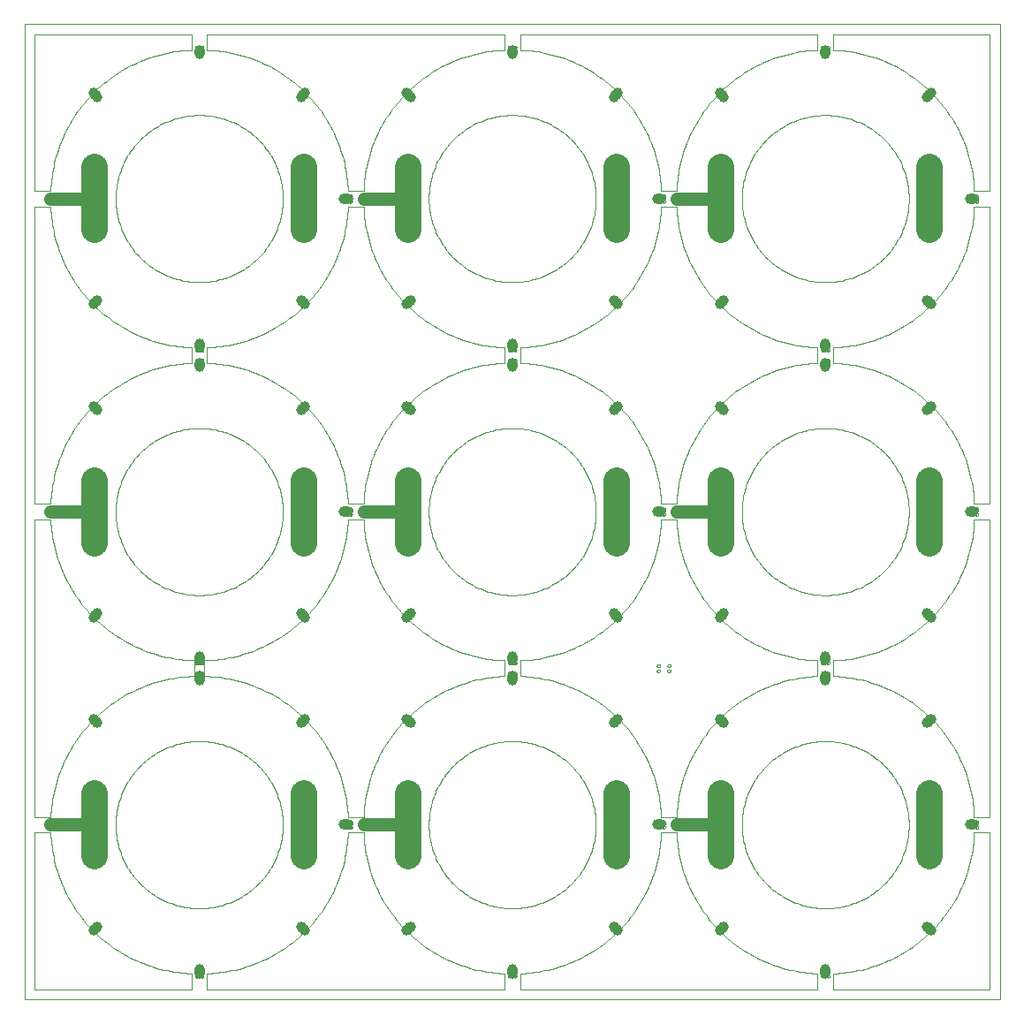
<source format=gtl>
G75*
%MOIN*%
%OFA0B0*%
%FSLAX25Y25*%
%IPPOS*%
%LPD*%
%AMOC8*
5,1,8,0,0,1.08239X$1,22.5*
%
%ADD10C,0.00039*%
%ADD11C,0.00000*%
%ADD12C,0.03962*%
%ADD13C,0.07087*%
%ADD14C,0.09843*%
%ADD15C,0.04921*%
D10*
X0001020Y0001020D02*
X0369130Y0001020D01*
X0369130Y0369130D01*
X0001020Y0369130D01*
X0001020Y0001020D01*
X0004957Y0004957D02*
X0004957Y0064012D01*
X0010862Y0064012D01*
X0010862Y0069917D02*
X0004957Y0069917D01*
X0004957Y0182122D01*
X0010862Y0182122D01*
X0010862Y0188028D02*
X0004957Y0188028D01*
X0004957Y0300232D01*
X0010862Y0300232D01*
X0010862Y0306138D02*
X0004957Y0306138D01*
X0004957Y0365193D01*
X0064012Y0365193D01*
X0064012Y0359287D01*
X0069917Y0359287D02*
X0069917Y0365193D01*
X0182122Y0365193D01*
X0182122Y0359287D01*
X0188028Y0359287D02*
X0188028Y0365193D01*
X0300232Y0365193D01*
X0300232Y0359287D01*
X0306138Y0359287D02*
X0306138Y0365193D01*
X0365193Y0365193D01*
X0365193Y0306138D01*
X0359287Y0306138D01*
X0359287Y0300232D02*
X0365193Y0300232D01*
X0365193Y0188028D01*
X0359287Y0188028D01*
X0359287Y0182122D02*
X0365193Y0182122D01*
X0365193Y0069917D01*
X0359287Y0069917D01*
X0359287Y0064012D02*
X0365193Y0064012D01*
X0365193Y0004957D01*
X0306138Y0004957D01*
X0306138Y0010862D01*
X0300232Y0010862D02*
X0300232Y0004957D01*
X0188028Y0004957D01*
X0188028Y0010862D01*
X0182122Y0010862D02*
X0182122Y0004957D01*
X0069917Y0004957D01*
X0069917Y0010862D01*
X0064012Y0010862D02*
X0064012Y0004957D01*
X0004957Y0004957D01*
X0025134Y0055154D02*
X0025134Y0078776D01*
X0025133Y0078776D02*
X0025135Y0078874D01*
X0025141Y0078972D01*
X0025150Y0079069D01*
X0025164Y0079166D01*
X0025181Y0079262D01*
X0025203Y0079358D01*
X0025228Y0079452D01*
X0025256Y0079546D01*
X0025289Y0079638D01*
X0025325Y0079729D01*
X0025365Y0079819D01*
X0025408Y0079906D01*
X0025455Y0079992D01*
X0025505Y0080076D01*
X0025558Y0080158D01*
X0025615Y0080238D01*
X0025674Y0080316D01*
X0025737Y0080391D01*
X0025803Y0080464D01*
X0025871Y0080533D01*
X0025942Y0080601D01*
X0026016Y0080665D01*
X0026093Y0080726D01*
X0026171Y0080784D01*
X0026252Y0080839D01*
X0026335Y0080891D01*
X0026420Y0080939D01*
X0026507Y0080984D01*
X0026596Y0081026D01*
X0026686Y0081063D01*
X0026778Y0081098D01*
X0026871Y0081128D01*
X0026965Y0081155D01*
X0027060Y0081178D01*
X0027156Y0081198D01*
X0027253Y0081213D01*
X0027350Y0081225D01*
X0027447Y0081233D01*
X0027545Y0081237D01*
X0027643Y0081237D01*
X0027741Y0081233D01*
X0027838Y0081225D01*
X0027935Y0081213D01*
X0028032Y0081198D01*
X0028128Y0081178D01*
X0028223Y0081155D01*
X0028317Y0081128D01*
X0028410Y0081098D01*
X0028502Y0081063D01*
X0028592Y0081026D01*
X0028681Y0080984D01*
X0028768Y0080939D01*
X0028853Y0080891D01*
X0028936Y0080839D01*
X0029017Y0080784D01*
X0029095Y0080726D01*
X0029172Y0080665D01*
X0029246Y0080601D01*
X0029317Y0080533D01*
X0029385Y0080464D01*
X0029451Y0080391D01*
X0029514Y0080316D01*
X0029573Y0080238D01*
X0029630Y0080158D01*
X0029683Y0080076D01*
X0029733Y0079992D01*
X0029780Y0079906D01*
X0029823Y0079819D01*
X0029863Y0079729D01*
X0029899Y0079638D01*
X0029932Y0079546D01*
X0029960Y0079452D01*
X0029985Y0079358D01*
X0030007Y0079262D01*
X0030024Y0079166D01*
X0030038Y0079069D01*
X0030047Y0078972D01*
X0030053Y0078874D01*
X0030055Y0078776D01*
X0030055Y0055154D01*
X0030053Y0055056D01*
X0030047Y0054958D01*
X0030038Y0054861D01*
X0030024Y0054764D01*
X0030007Y0054668D01*
X0029985Y0054572D01*
X0029960Y0054478D01*
X0029932Y0054384D01*
X0029899Y0054292D01*
X0029863Y0054201D01*
X0029823Y0054111D01*
X0029780Y0054024D01*
X0029733Y0053938D01*
X0029683Y0053854D01*
X0029630Y0053772D01*
X0029573Y0053692D01*
X0029514Y0053614D01*
X0029451Y0053539D01*
X0029385Y0053466D01*
X0029317Y0053397D01*
X0029246Y0053329D01*
X0029172Y0053265D01*
X0029095Y0053204D01*
X0029017Y0053146D01*
X0028936Y0053091D01*
X0028853Y0053039D01*
X0028768Y0052991D01*
X0028681Y0052946D01*
X0028592Y0052904D01*
X0028502Y0052867D01*
X0028410Y0052832D01*
X0028317Y0052802D01*
X0028223Y0052775D01*
X0028128Y0052752D01*
X0028032Y0052732D01*
X0027935Y0052717D01*
X0027838Y0052705D01*
X0027741Y0052697D01*
X0027643Y0052693D01*
X0027545Y0052693D01*
X0027447Y0052697D01*
X0027350Y0052705D01*
X0027253Y0052717D01*
X0027156Y0052732D01*
X0027060Y0052752D01*
X0026965Y0052775D01*
X0026871Y0052802D01*
X0026778Y0052832D01*
X0026686Y0052867D01*
X0026596Y0052904D01*
X0026507Y0052946D01*
X0026420Y0052991D01*
X0026335Y0053039D01*
X0026252Y0053091D01*
X0026171Y0053146D01*
X0026093Y0053204D01*
X0026016Y0053265D01*
X0025942Y0053329D01*
X0025871Y0053397D01*
X0025803Y0053466D01*
X0025737Y0053539D01*
X0025674Y0053614D01*
X0025615Y0053692D01*
X0025558Y0053772D01*
X0025505Y0053854D01*
X0025455Y0053938D01*
X0025408Y0054024D01*
X0025365Y0054111D01*
X0025325Y0054201D01*
X0025289Y0054292D01*
X0025256Y0054384D01*
X0025228Y0054478D01*
X0025203Y0054572D01*
X0025181Y0054668D01*
X0025164Y0054764D01*
X0025150Y0054861D01*
X0025141Y0054958D01*
X0025135Y0055056D01*
X0025133Y0055154D01*
X0010863Y0064012D02*
X0010926Y0062680D01*
X0011021Y0061349D01*
X0011148Y0060021D01*
X0011308Y0058697D01*
X0011499Y0057377D01*
X0011722Y0056061D01*
X0011977Y0054752D01*
X0012264Y0053449D01*
X0012582Y0052154D01*
X0012932Y0050866D01*
X0013312Y0049588D01*
X0013723Y0048319D01*
X0014165Y0047060D01*
X0014638Y0045812D01*
X0015140Y0044577D01*
X0015672Y0043353D01*
X0016233Y0042143D01*
X0016824Y0040947D01*
X0017443Y0039766D01*
X0018091Y0038599D01*
X0018767Y0037449D01*
X0019470Y0036316D01*
X0020201Y0035200D01*
X0020959Y0034102D01*
X0021742Y0033022D01*
X0022552Y0031962D01*
X0023387Y0030922D01*
X0024247Y0029902D01*
X0025132Y0028904D01*
X0026040Y0027927D01*
X0026972Y0026972D01*
X0027927Y0026040D01*
X0028904Y0025132D01*
X0029902Y0024247D01*
X0030922Y0023387D01*
X0031962Y0022552D01*
X0033022Y0021742D01*
X0034102Y0020959D01*
X0035200Y0020201D01*
X0036316Y0019470D01*
X0037449Y0018767D01*
X0038599Y0018091D01*
X0039766Y0017443D01*
X0040947Y0016824D01*
X0042143Y0016233D01*
X0043353Y0015672D01*
X0044577Y0015140D01*
X0045812Y0014638D01*
X0047060Y0014165D01*
X0048319Y0013723D01*
X0049588Y0013312D01*
X0050866Y0012932D01*
X0052154Y0012582D01*
X0053449Y0012264D01*
X0054752Y0011977D01*
X0056061Y0011722D01*
X0057377Y0011499D01*
X0058697Y0011308D01*
X0060021Y0011148D01*
X0061349Y0011021D01*
X0062680Y0010926D01*
X0064012Y0010863D01*
X0103874Y0055154D02*
X0103874Y0078776D01*
X0103876Y0078874D01*
X0103882Y0078972D01*
X0103891Y0079069D01*
X0103905Y0079166D01*
X0103922Y0079262D01*
X0103944Y0079358D01*
X0103969Y0079452D01*
X0103997Y0079546D01*
X0104030Y0079638D01*
X0104066Y0079729D01*
X0104106Y0079819D01*
X0104149Y0079906D01*
X0104196Y0079992D01*
X0104246Y0080076D01*
X0104299Y0080158D01*
X0104356Y0080238D01*
X0104415Y0080316D01*
X0104478Y0080391D01*
X0104544Y0080464D01*
X0104612Y0080533D01*
X0104683Y0080601D01*
X0104757Y0080665D01*
X0104834Y0080726D01*
X0104912Y0080784D01*
X0104993Y0080839D01*
X0105076Y0080891D01*
X0105161Y0080939D01*
X0105248Y0080984D01*
X0105337Y0081026D01*
X0105427Y0081063D01*
X0105519Y0081098D01*
X0105612Y0081128D01*
X0105706Y0081155D01*
X0105801Y0081178D01*
X0105897Y0081198D01*
X0105994Y0081213D01*
X0106091Y0081225D01*
X0106188Y0081233D01*
X0106286Y0081237D01*
X0106384Y0081237D01*
X0106482Y0081233D01*
X0106579Y0081225D01*
X0106676Y0081213D01*
X0106773Y0081198D01*
X0106869Y0081178D01*
X0106964Y0081155D01*
X0107058Y0081128D01*
X0107151Y0081098D01*
X0107243Y0081063D01*
X0107333Y0081026D01*
X0107422Y0080984D01*
X0107509Y0080939D01*
X0107594Y0080891D01*
X0107677Y0080839D01*
X0107758Y0080784D01*
X0107836Y0080726D01*
X0107913Y0080665D01*
X0107987Y0080601D01*
X0108058Y0080533D01*
X0108126Y0080464D01*
X0108192Y0080391D01*
X0108255Y0080316D01*
X0108314Y0080238D01*
X0108371Y0080158D01*
X0108424Y0080076D01*
X0108474Y0079992D01*
X0108521Y0079906D01*
X0108564Y0079819D01*
X0108604Y0079729D01*
X0108640Y0079638D01*
X0108673Y0079546D01*
X0108701Y0079452D01*
X0108726Y0079358D01*
X0108748Y0079262D01*
X0108765Y0079166D01*
X0108779Y0079069D01*
X0108788Y0078972D01*
X0108794Y0078874D01*
X0108796Y0078776D01*
X0108795Y0078776D02*
X0108795Y0055154D01*
X0108796Y0055154D02*
X0108794Y0055056D01*
X0108788Y0054958D01*
X0108779Y0054861D01*
X0108765Y0054764D01*
X0108748Y0054668D01*
X0108726Y0054572D01*
X0108701Y0054478D01*
X0108673Y0054384D01*
X0108640Y0054292D01*
X0108604Y0054201D01*
X0108564Y0054111D01*
X0108521Y0054024D01*
X0108474Y0053938D01*
X0108424Y0053854D01*
X0108371Y0053772D01*
X0108314Y0053692D01*
X0108255Y0053614D01*
X0108192Y0053539D01*
X0108126Y0053466D01*
X0108058Y0053397D01*
X0107987Y0053329D01*
X0107913Y0053265D01*
X0107836Y0053204D01*
X0107758Y0053146D01*
X0107677Y0053091D01*
X0107594Y0053039D01*
X0107509Y0052991D01*
X0107422Y0052946D01*
X0107333Y0052904D01*
X0107243Y0052867D01*
X0107151Y0052832D01*
X0107058Y0052802D01*
X0106964Y0052775D01*
X0106869Y0052752D01*
X0106773Y0052732D01*
X0106676Y0052717D01*
X0106579Y0052705D01*
X0106482Y0052697D01*
X0106384Y0052693D01*
X0106286Y0052693D01*
X0106188Y0052697D01*
X0106091Y0052705D01*
X0105994Y0052717D01*
X0105897Y0052732D01*
X0105801Y0052752D01*
X0105706Y0052775D01*
X0105612Y0052802D01*
X0105519Y0052832D01*
X0105427Y0052867D01*
X0105337Y0052904D01*
X0105248Y0052946D01*
X0105161Y0052991D01*
X0105076Y0053039D01*
X0104993Y0053091D01*
X0104912Y0053146D01*
X0104834Y0053204D01*
X0104757Y0053265D01*
X0104683Y0053329D01*
X0104612Y0053397D01*
X0104544Y0053466D01*
X0104478Y0053539D01*
X0104415Y0053614D01*
X0104356Y0053692D01*
X0104299Y0053772D01*
X0104246Y0053854D01*
X0104196Y0053938D01*
X0104149Y0054024D01*
X0104106Y0054111D01*
X0104066Y0054201D01*
X0104030Y0054292D01*
X0103997Y0054384D01*
X0103969Y0054478D01*
X0103944Y0054572D01*
X0103922Y0054668D01*
X0103905Y0054764D01*
X0103891Y0054861D01*
X0103882Y0054958D01*
X0103876Y0055056D01*
X0103874Y0055154D01*
X0123067Y0064012D02*
X0128972Y0064012D01*
X0128972Y0069917D02*
X0123067Y0069917D01*
X0143244Y0078776D02*
X0143244Y0055154D01*
X0143246Y0055056D01*
X0143252Y0054958D01*
X0143261Y0054861D01*
X0143275Y0054764D01*
X0143292Y0054668D01*
X0143314Y0054572D01*
X0143339Y0054478D01*
X0143367Y0054384D01*
X0143400Y0054292D01*
X0143436Y0054201D01*
X0143476Y0054111D01*
X0143519Y0054024D01*
X0143566Y0053938D01*
X0143616Y0053854D01*
X0143669Y0053772D01*
X0143726Y0053692D01*
X0143785Y0053614D01*
X0143848Y0053539D01*
X0143914Y0053466D01*
X0143982Y0053397D01*
X0144053Y0053329D01*
X0144127Y0053265D01*
X0144204Y0053204D01*
X0144282Y0053146D01*
X0144363Y0053091D01*
X0144446Y0053039D01*
X0144531Y0052991D01*
X0144618Y0052946D01*
X0144707Y0052904D01*
X0144797Y0052867D01*
X0144889Y0052832D01*
X0144982Y0052802D01*
X0145076Y0052775D01*
X0145171Y0052752D01*
X0145267Y0052732D01*
X0145364Y0052717D01*
X0145461Y0052705D01*
X0145558Y0052697D01*
X0145656Y0052693D01*
X0145754Y0052693D01*
X0145852Y0052697D01*
X0145949Y0052705D01*
X0146046Y0052717D01*
X0146143Y0052732D01*
X0146239Y0052752D01*
X0146334Y0052775D01*
X0146428Y0052802D01*
X0146521Y0052832D01*
X0146613Y0052867D01*
X0146703Y0052904D01*
X0146792Y0052946D01*
X0146879Y0052991D01*
X0146964Y0053039D01*
X0147047Y0053091D01*
X0147128Y0053146D01*
X0147206Y0053204D01*
X0147283Y0053265D01*
X0147357Y0053329D01*
X0147428Y0053397D01*
X0147496Y0053466D01*
X0147562Y0053539D01*
X0147625Y0053614D01*
X0147684Y0053692D01*
X0147741Y0053772D01*
X0147794Y0053854D01*
X0147844Y0053938D01*
X0147891Y0054024D01*
X0147934Y0054111D01*
X0147974Y0054201D01*
X0148010Y0054292D01*
X0148043Y0054384D01*
X0148071Y0054478D01*
X0148096Y0054572D01*
X0148118Y0054668D01*
X0148135Y0054764D01*
X0148149Y0054861D01*
X0148158Y0054958D01*
X0148164Y0055056D01*
X0148166Y0055154D01*
X0148165Y0055154D02*
X0148165Y0078776D01*
X0148166Y0078776D02*
X0148164Y0078874D01*
X0148158Y0078972D01*
X0148149Y0079069D01*
X0148135Y0079166D01*
X0148118Y0079262D01*
X0148096Y0079358D01*
X0148071Y0079452D01*
X0148043Y0079546D01*
X0148010Y0079638D01*
X0147974Y0079729D01*
X0147934Y0079819D01*
X0147891Y0079906D01*
X0147844Y0079992D01*
X0147794Y0080076D01*
X0147741Y0080158D01*
X0147684Y0080238D01*
X0147625Y0080316D01*
X0147562Y0080391D01*
X0147496Y0080464D01*
X0147428Y0080533D01*
X0147357Y0080601D01*
X0147283Y0080665D01*
X0147206Y0080726D01*
X0147128Y0080784D01*
X0147047Y0080839D01*
X0146964Y0080891D01*
X0146879Y0080939D01*
X0146792Y0080984D01*
X0146703Y0081026D01*
X0146613Y0081063D01*
X0146521Y0081098D01*
X0146428Y0081128D01*
X0146334Y0081155D01*
X0146239Y0081178D01*
X0146143Y0081198D01*
X0146046Y0081213D01*
X0145949Y0081225D01*
X0145852Y0081233D01*
X0145754Y0081237D01*
X0145656Y0081237D01*
X0145558Y0081233D01*
X0145461Y0081225D01*
X0145364Y0081213D01*
X0145267Y0081198D01*
X0145171Y0081178D01*
X0145076Y0081155D01*
X0144982Y0081128D01*
X0144889Y0081098D01*
X0144797Y0081063D01*
X0144707Y0081026D01*
X0144618Y0080984D01*
X0144531Y0080939D01*
X0144446Y0080891D01*
X0144363Y0080839D01*
X0144282Y0080784D01*
X0144204Y0080726D01*
X0144127Y0080665D01*
X0144053Y0080601D01*
X0143982Y0080533D01*
X0143914Y0080464D01*
X0143848Y0080391D01*
X0143785Y0080316D01*
X0143726Y0080238D01*
X0143669Y0080158D01*
X0143616Y0080076D01*
X0143566Y0079992D01*
X0143519Y0079906D01*
X0143476Y0079819D01*
X0143436Y0079729D01*
X0143400Y0079638D01*
X0143367Y0079546D01*
X0143339Y0079452D01*
X0143314Y0079358D01*
X0143292Y0079262D01*
X0143275Y0079166D01*
X0143261Y0079069D01*
X0143252Y0078972D01*
X0143246Y0078874D01*
X0143244Y0078776D01*
X0128973Y0069918D02*
X0129036Y0071250D01*
X0129131Y0072581D01*
X0129258Y0073909D01*
X0129418Y0075233D01*
X0129609Y0076553D01*
X0129832Y0077869D01*
X0130087Y0079178D01*
X0130374Y0080481D01*
X0130692Y0081776D01*
X0131042Y0083064D01*
X0131422Y0084342D01*
X0131833Y0085611D01*
X0132275Y0086870D01*
X0132748Y0088118D01*
X0133250Y0089353D01*
X0133782Y0090577D01*
X0134343Y0091787D01*
X0134934Y0092983D01*
X0135553Y0094164D01*
X0136201Y0095331D01*
X0136877Y0096481D01*
X0137580Y0097614D01*
X0138311Y0098730D01*
X0139069Y0099828D01*
X0139852Y0100908D01*
X0140662Y0101968D01*
X0141497Y0103008D01*
X0142357Y0104028D01*
X0143242Y0105026D01*
X0144150Y0106003D01*
X0145082Y0106958D01*
X0146037Y0107890D01*
X0147014Y0108798D01*
X0148012Y0109683D01*
X0149032Y0110543D01*
X0150072Y0111378D01*
X0151132Y0112188D01*
X0152212Y0112971D01*
X0153310Y0113729D01*
X0154426Y0114460D01*
X0155559Y0115163D01*
X0156709Y0115839D01*
X0157876Y0116487D01*
X0159057Y0117106D01*
X0160253Y0117697D01*
X0161463Y0118258D01*
X0162687Y0118790D01*
X0163922Y0119292D01*
X0165170Y0119765D01*
X0166429Y0120207D01*
X0167698Y0120618D01*
X0168976Y0120998D01*
X0170264Y0121348D01*
X0171559Y0121666D01*
X0172862Y0121953D01*
X0174171Y0122208D01*
X0175487Y0122431D01*
X0176807Y0122622D01*
X0178131Y0122782D01*
X0179459Y0122909D01*
X0180790Y0123004D01*
X0182122Y0123067D01*
X0182122Y0128972D01*
X0188028Y0128972D02*
X0188028Y0123067D01*
X0221984Y0078776D02*
X0221984Y0055154D01*
X0221986Y0055056D01*
X0221992Y0054958D01*
X0222001Y0054861D01*
X0222015Y0054764D01*
X0222032Y0054668D01*
X0222054Y0054572D01*
X0222079Y0054478D01*
X0222107Y0054384D01*
X0222140Y0054292D01*
X0222176Y0054201D01*
X0222216Y0054111D01*
X0222259Y0054024D01*
X0222306Y0053938D01*
X0222356Y0053854D01*
X0222409Y0053772D01*
X0222466Y0053692D01*
X0222525Y0053614D01*
X0222588Y0053539D01*
X0222654Y0053466D01*
X0222722Y0053397D01*
X0222793Y0053329D01*
X0222867Y0053265D01*
X0222944Y0053204D01*
X0223022Y0053146D01*
X0223103Y0053091D01*
X0223186Y0053039D01*
X0223271Y0052991D01*
X0223358Y0052946D01*
X0223447Y0052904D01*
X0223537Y0052867D01*
X0223629Y0052832D01*
X0223722Y0052802D01*
X0223816Y0052775D01*
X0223911Y0052752D01*
X0224007Y0052732D01*
X0224104Y0052717D01*
X0224201Y0052705D01*
X0224298Y0052697D01*
X0224396Y0052693D01*
X0224494Y0052693D01*
X0224592Y0052697D01*
X0224689Y0052705D01*
X0224786Y0052717D01*
X0224883Y0052732D01*
X0224979Y0052752D01*
X0225074Y0052775D01*
X0225168Y0052802D01*
X0225261Y0052832D01*
X0225353Y0052867D01*
X0225443Y0052904D01*
X0225532Y0052946D01*
X0225619Y0052991D01*
X0225704Y0053039D01*
X0225787Y0053091D01*
X0225868Y0053146D01*
X0225946Y0053204D01*
X0226023Y0053265D01*
X0226097Y0053329D01*
X0226168Y0053397D01*
X0226236Y0053466D01*
X0226302Y0053539D01*
X0226365Y0053614D01*
X0226424Y0053692D01*
X0226481Y0053772D01*
X0226534Y0053854D01*
X0226584Y0053938D01*
X0226631Y0054024D01*
X0226674Y0054111D01*
X0226714Y0054201D01*
X0226750Y0054292D01*
X0226783Y0054384D01*
X0226811Y0054478D01*
X0226836Y0054572D01*
X0226858Y0054668D01*
X0226875Y0054764D01*
X0226889Y0054861D01*
X0226898Y0054958D01*
X0226904Y0055056D01*
X0226906Y0055154D01*
X0226906Y0078776D01*
X0226904Y0078874D01*
X0226898Y0078972D01*
X0226889Y0079069D01*
X0226875Y0079166D01*
X0226858Y0079262D01*
X0226836Y0079358D01*
X0226811Y0079452D01*
X0226783Y0079546D01*
X0226750Y0079638D01*
X0226714Y0079729D01*
X0226674Y0079819D01*
X0226631Y0079906D01*
X0226584Y0079992D01*
X0226534Y0080076D01*
X0226481Y0080158D01*
X0226424Y0080238D01*
X0226365Y0080316D01*
X0226302Y0080391D01*
X0226236Y0080464D01*
X0226168Y0080533D01*
X0226097Y0080601D01*
X0226023Y0080665D01*
X0225946Y0080726D01*
X0225868Y0080784D01*
X0225787Y0080839D01*
X0225704Y0080891D01*
X0225619Y0080939D01*
X0225532Y0080984D01*
X0225443Y0081026D01*
X0225353Y0081063D01*
X0225261Y0081098D01*
X0225168Y0081128D01*
X0225074Y0081155D01*
X0224979Y0081178D01*
X0224883Y0081198D01*
X0224786Y0081213D01*
X0224689Y0081225D01*
X0224592Y0081233D01*
X0224494Y0081237D01*
X0224396Y0081237D01*
X0224298Y0081233D01*
X0224201Y0081225D01*
X0224104Y0081213D01*
X0224007Y0081198D01*
X0223911Y0081178D01*
X0223816Y0081155D01*
X0223722Y0081128D01*
X0223629Y0081098D01*
X0223537Y0081063D01*
X0223447Y0081026D01*
X0223358Y0080984D01*
X0223271Y0080939D01*
X0223186Y0080891D01*
X0223103Y0080839D01*
X0223022Y0080784D01*
X0222944Y0080726D01*
X0222867Y0080665D01*
X0222793Y0080601D01*
X0222722Y0080533D01*
X0222654Y0080464D01*
X0222588Y0080391D01*
X0222525Y0080316D01*
X0222466Y0080238D01*
X0222409Y0080158D01*
X0222356Y0080076D01*
X0222306Y0079992D01*
X0222259Y0079906D01*
X0222216Y0079819D01*
X0222176Y0079729D01*
X0222140Y0079638D01*
X0222107Y0079546D01*
X0222079Y0079452D01*
X0222054Y0079358D01*
X0222032Y0079262D01*
X0222015Y0079166D01*
X0222001Y0079069D01*
X0221992Y0078972D01*
X0221986Y0078874D01*
X0221984Y0078776D01*
X0241177Y0069917D02*
X0247083Y0069917D01*
X0247083Y0064012D02*
X0241177Y0064012D01*
X0261354Y0055154D02*
X0261354Y0078776D01*
X0261356Y0078874D01*
X0261362Y0078972D01*
X0261371Y0079069D01*
X0261385Y0079166D01*
X0261402Y0079262D01*
X0261424Y0079358D01*
X0261449Y0079452D01*
X0261477Y0079546D01*
X0261510Y0079638D01*
X0261546Y0079729D01*
X0261586Y0079819D01*
X0261629Y0079906D01*
X0261676Y0079992D01*
X0261726Y0080076D01*
X0261779Y0080158D01*
X0261836Y0080238D01*
X0261895Y0080316D01*
X0261958Y0080391D01*
X0262024Y0080464D01*
X0262092Y0080533D01*
X0262163Y0080601D01*
X0262237Y0080665D01*
X0262314Y0080726D01*
X0262392Y0080784D01*
X0262473Y0080839D01*
X0262556Y0080891D01*
X0262641Y0080939D01*
X0262728Y0080984D01*
X0262817Y0081026D01*
X0262907Y0081063D01*
X0262999Y0081098D01*
X0263092Y0081128D01*
X0263186Y0081155D01*
X0263281Y0081178D01*
X0263377Y0081198D01*
X0263474Y0081213D01*
X0263571Y0081225D01*
X0263668Y0081233D01*
X0263766Y0081237D01*
X0263864Y0081237D01*
X0263962Y0081233D01*
X0264059Y0081225D01*
X0264156Y0081213D01*
X0264253Y0081198D01*
X0264349Y0081178D01*
X0264444Y0081155D01*
X0264538Y0081128D01*
X0264631Y0081098D01*
X0264723Y0081063D01*
X0264813Y0081026D01*
X0264902Y0080984D01*
X0264989Y0080939D01*
X0265074Y0080891D01*
X0265157Y0080839D01*
X0265238Y0080784D01*
X0265316Y0080726D01*
X0265393Y0080665D01*
X0265467Y0080601D01*
X0265538Y0080533D01*
X0265606Y0080464D01*
X0265672Y0080391D01*
X0265735Y0080316D01*
X0265794Y0080238D01*
X0265851Y0080158D01*
X0265904Y0080076D01*
X0265954Y0079992D01*
X0266001Y0079906D01*
X0266044Y0079819D01*
X0266084Y0079729D01*
X0266120Y0079638D01*
X0266153Y0079546D01*
X0266181Y0079452D01*
X0266206Y0079358D01*
X0266228Y0079262D01*
X0266245Y0079166D01*
X0266259Y0079069D01*
X0266268Y0078972D01*
X0266274Y0078874D01*
X0266276Y0078776D01*
X0266276Y0055154D01*
X0266274Y0055056D01*
X0266268Y0054958D01*
X0266259Y0054861D01*
X0266245Y0054764D01*
X0266228Y0054668D01*
X0266206Y0054572D01*
X0266181Y0054478D01*
X0266153Y0054384D01*
X0266120Y0054292D01*
X0266084Y0054201D01*
X0266044Y0054111D01*
X0266001Y0054024D01*
X0265954Y0053938D01*
X0265904Y0053854D01*
X0265851Y0053772D01*
X0265794Y0053692D01*
X0265735Y0053614D01*
X0265672Y0053539D01*
X0265606Y0053466D01*
X0265538Y0053397D01*
X0265467Y0053329D01*
X0265393Y0053265D01*
X0265316Y0053204D01*
X0265238Y0053146D01*
X0265157Y0053091D01*
X0265074Y0053039D01*
X0264989Y0052991D01*
X0264902Y0052946D01*
X0264813Y0052904D01*
X0264723Y0052867D01*
X0264631Y0052832D01*
X0264538Y0052802D01*
X0264444Y0052775D01*
X0264349Y0052752D01*
X0264253Y0052732D01*
X0264156Y0052717D01*
X0264059Y0052705D01*
X0263962Y0052697D01*
X0263864Y0052693D01*
X0263766Y0052693D01*
X0263668Y0052697D01*
X0263571Y0052705D01*
X0263474Y0052717D01*
X0263377Y0052732D01*
X0263281Y0052752D01*
X0263186Y0052775D01*
X0263092Y0052802D01*
X0262999Y0052832D01*
X0262907Y0052867D01*
X0262817Y0052904D01*
X0262728Y0052946D01*
X0262641Y0052991D01*
X0262556Y0053039D01*
X0262473Y0053091D01*
X0262392Y0053146D01*
X0262314Y0053204D01*
X0262237Y0053265D01*
X0262163Y0053329D01*
X0262092Y0053397D01*
X0262024Y0053466D01*
X0261958Y0053539D01*
X0261895Y0053614D01*
X0261836Y0053692D01*
X0261779Y0053772D01*
X0261726Y0053854D01*
X0261676Y0053938D01*
X0261629Y0054024D01*
X0261586Y0054111D01*
X0261546Y0054201D01*
X0261510Y0054292D01*
X0261477Y0054384D01*
X0261449Y0054478D01*
X0261424Y0054572D01*
X0261402Y0054668D01*
X0261385Y0054764D01*
X0261371Y0054861D01*
X0261362Y0054958D01*
X0261356Y0055056D01*
X0261354Y0055154D01*
X0247083Y0064012D02*
X0247146Y0062680D01*
X0247241Y0061349D01*
X0247368Y0060021D01*
X0247528Y0058697D01*
X0247719Y0057377D01*
X0247942Y0056061D01*
X0248197Y0054752D01*
X0248484Y0053449D01*
X0248802Y0052154D01*
X0249152Y0050866D01*
X0249532Y0049588D01*
X0249943Y0048319D01*
X0250385Y0047060D01*
X0250858Y0045812D01*
X0251360Y0044577D01*
X0251892Y0043353D01*
X0252453Y0042143D01*
X0253044Y0040947D01*
X0253663Y0039766D01*
X0254311Y0038599D01*
X0254987Y0037449D01*
X0255690Y0036316D01*
X0256421Y0035200D01*
X0257179Y0034102D01*
X0257962Y0033022D01*
X0258772Y0031962D01*
X0259607Y0030922D01*
X0260467Y0029902D01*
X0261352Y0028904D01*
X0262260Y0027927D01*
X0263192Y0026972D01*
X0264147Y0026040D01*
X0265124Y0025132D01*
X0266122Y0024247D01*
X0267142Y0023387D01*
X0268182Y0022552D01*
X0269242Y0021742D01*
X0270322Y0020959D01*
X0271420Y0020201D01*
X0272536Y0019470D01*
X0273669Y0018767D01*
X0274819Y0018091D01*
X0275986Y0017443D01*
X0277167Y0016824D01*
X0278363Y0016233D01*
X0279573Y0015672D01*
X0280797Y0015140D01*
X0282032Y0014638D01*
X0283280Y0014165D01*
X0284539Y0013723D01*
X0285808Y0013312D01*
X0287086Y0012932D01*
X0288374Y0012582D01*
X0289669Y0012264D01*
X0290972Y0011977D01*
X0292281Y0011722D01*
X0293597Y0011499D01*
X0294917Y0011308D01*
X0296241Y0011148D01*
X0297569Y0011021D01*
X0298900Y0010926D01*
X0300232Y0010863D01*
X0340094Y0055154D02*
X0340094Y0078776D01*
X0340096Y0078874D01*
X0340102Y0078972D01*
X0340111Y0079069D01*
X0340125Y0079166D01*
X0340142Y0079262D01*
X0340164Y0079358D01*
X0340189Y0079452D01*
X0340217Y0079546D01*
X0340250Y0079638D01*
X0340286Y0079729D01*
X0340326Y0079819D01*
X0340369Y0079906D01*
X0340416Y0079992D01*
X0340466Y0080076D01*
X0340519Y0080158D01*
X0340576Y0080238D01*
X0340635Y0080316D01*
X0340698Y0080391D01*
X0340764Y0080464D01*
X0340832Y0080533D01*
X0340903Y0080601D01*
X0340977Y0080665D01*
X0341054Y0080726D01*
X0341132Y0080784D01*
X0341213Y0080839D01*
X0341296Y0080891D01*
X0341381Y0080939D01*
X0341468Y0080984D01*
X0341557Y0081026D01*
X0341647Y0081063D01*
X0341739Y0081098D01*
X0341832Y0081128D01*
X0341926Y0081155D01*
X0342021Y0081178D01*
X0342117Y0081198D01*
X0342214Y0081213D01*
X0342311Y0081225D01*
X0342408Y0081233D01*
X0342506Y0081237D01*
X0342604Y0081237D01*
X0342702Y0081233D01*
X0342799Y0081225D01*
X0342896Y0081213D01*
X0342993Y0081198D01*
X0343089Y0081178D01*
X0343184Y0081155D01*
X0343278Y0081128D01*
X0343371Y0081098D01*
X0343463Y0081063D01*
X0343553Y0081026D01*
X0343642Y0080984D01*
X0343729Y0080939D01*
X0343814Y0080891D01*
X0343897Y0080839D01*
X0343978Y0080784D01*
X0344056Y0080726D01*
X0344133Y0080665D01*
X0344207Y0080601D01*
X0344278Y0080533D01*
X0344346Y0080464D01*
X0344412Y0080391D01*
X0344475Y0080316D01*
X0344534Y0080238D01*
X0344591Y0080158D01*
X0344644Y0080076D01*
X0344694Y0079992D01*
X0344741Y0079906D01*
X0344784Y0079819D01*
X0344824Y0079729D01*
X0344860Y0079638D01*
X0344893Y0079546D01*
X0344921Y0079452D01*
X0344946Y0079358D01*
X0344968Y0079262D01*
X0344985Y0079166D01*
X0344999Y0079069D01*
X0345008Y0078972D01*
X0345014Y0078874D01*
X0345016Y0078776D01*
X0345016Y0055154D01*
X0345014Y0055056D01*
X0345008Y0054958D01*
X0344999Y0054861D01*
X0344985Y0054764D01*
X0344968Y0054668D01*
X0344946Y0054572D01*
X0344921Y0054478D01*
X0344893Y0054384D01*
X0344860Y0054292D01*
X0344824Y0054201D01*
X0344784Y0054111D01*
X0344741Y0054024D01*
X0344694Y0053938D01*
X0344644Y0053854D01*
X0344591Y0053772D01*
X0344534Y0053692D01*
X0344475Y0053614D01*
X0344412Y0053539D01*
X0344346Y0053466D01*
X0344278Y0053397D01*
X0344207Y0053329D01*
X0344133Y0053265D01*
X0344056Y0053204D01*
X0343978Y0053146D01*
X0343897Y0053091D01*
X0343814Y0053039D01*
X0343729Y0052991D01*
X0343642Y0052946D01*
X0343553Y0052904D01*
X0343463Y0052867D01*
X0343371Y0052832D01*
X0343278Y0052802D01*
X0343184Y0052775D01*
X0343089Y0052752D01*
X0342993Y0052732D01*
X0342896Y0052717D01*
X0342799Y0052705D01*
X0342702Y0052697D01*
X0342604Y0052693D01*
X0342506Y0052693D01*
X0342408Y0052697D01*
X0342311Y0052705D01*
X0342214Y0052717D01*
X0342117Y0052732D01*
X0342021Y0052752D01*
X0341926Y0052775D01*
X0341832Y0052802D01*
X0341739Y0052832D01*
X0341647Y0052867D01*
X0341557Y0052904D01*
X0341468Y0052946D01*
X0341381Y0052991D01*
X0341296Y0053039D01*
X0341213Y0053091D01*
X0341132Y0053146D01*
X0341054Y0053204D01*
X0340977Y0053265D01*
X0340903Y0053329D01*
X0340832Y0053397D01*
X0340764Y0053466D01*
X0340698Y0053539D01*
X0340635Y0053614D01*
X0340576Y0053692D01*
X0340519Y0053772D01*
X0340466Y0053854D01*
X0340416Y0053938D01*
X0340369Y0054024D01*
X0340326Y0054111D01*
X0340286Y0054201D01*
X0340250Y0054292D01*
X0340217Y0054384D01*
X0340189Y0054478D01*
X0340164Y0054572D01*
X0340142Y0054668D01*
X0340125Y0054764D01*
X0340111Y0054861D01*
X0340102Y0054958D01*
X0340096Y0055056D01*
X0340094Y0055154D01*
X0359287Y0064012D02*
X0359224Y0062680D01*
X0359129Y0061349D01*
X0359002Y0060021D01*
X0358842Y0058697D01*
X0358651Y0057377D01*
X0358428Y0056061D01*
X0358173Y0054752D01*
X0357886Y0053449D01*
X0357568Y0052154D01*
X0357218Y0050866D01*
X0356838Y0049588D01*
X0356427Y0048319D01*
X0355985Y0047060D01*
X0355512Y0045812D01*
X0355010Y0044577D01*
X0354478Y0043353D01*
X0353917Y0042143D01*
X0353326Y0040947D01*
X0352707Y0039766D01*
X0352059Y0038599D01*
X0351383Y0037449D01*
X0350680Y0036316D01*
X0349949Y0035200D01*
X0349191Y0034102D01*
X0348408Y0033022D01*
X0347598Y0031962D01*
X0346763Y0030922D01*
X0345903Y0029902D01*
X0345018Y0028904D01*
X0344110Y0027927D01*
X0343178Y0026972D01*
X0342223Y0026040D01*
X0341246Y0025132D01*
X0340248Y0024247D01*
X0339228Y0023387D01*
X0338188Y0022552D01*
X0337128Y0021742D01*
X0336048Y0020959D01*
X0334950Y0020201D01*
X0333834Y0019470D01*
X0332701Y0018767D01*
X0331551Y0018091D01*
X0330384Y0017443D01*
X0329203Y0016824D01*
X0328007Y0016233D01*
X0326797Y0015672D01*
X0325573Y0015140D01*
X0324338Y0014638D01*
X0323090Y0014165D01*
X0321831Y0013723D01*
X0320562Y0013312D01*
X0319284Y0012932D01*
X0317996Y0012582D01*
X0316701Y0012264D01*
X0315398Y0011977D01*
X0314089Y0011722D01*
X0312773Y0011499D01*
X0311453Y0011308D01*
X0310129Y0011148D01*
X0308801Y0011021D01*
X0307470Y0010926D01*
X0306138Y0010863D01*
X0300232Y0010863D02*
X0298900Y0010926D01*
X0297569Y0011021D01*
X0296241Y0011148D01*
X0294917Y0011308D01*
X0293597Y0011499D01*
X0292281Y0011722D01*
X0290972Y0011977D01*
X0289669Y0012264D01*
X0288374Y0012582D01*
X0287086Y0012932D01*
X0285808Y0013312D01*
X0284539Y0013723D01*
X0283280Y0014165D01*
X0282032Y0014638D01*
X0280797Y0015140D01*
X0279573Y0015672D01*
X0278363Y0016233D01*
X0277167Y0016824D01*
X0275986Y0017443D01*
X0274819Y0018091D01*
X0273669Y0018767D01*
X0272536Y0019470D01*
X0271420Y0020201D01*
X0270322Y0020959D01*
X0269242Y0021742D01*
X0268182Y0022552D01*
X0267142Y0023387D01*
X0266122Y0024247D01*
X0265124Y0025132D01*
X0264147Y0026040D01*
X0263192Y0026972D01*
X0262260Y0027927D01*
X0261352Y0028904D01*
X0260467Y0029902D01*
X0259607Y0030922D01*
X0258772Y0031962D01*
X0257962Y0033022D01*
X0257179Y0034102D01*
X0256421Y0035200D01*
X0255690Y0036316D01*
X0254987Y0037449D01*
X0254311Y0038599D01*
X0253663Y0039766D01*
X0253044Y0040947D01*
X0252453Y0042143D01*
X0251892Y0043353D01*
X0251360Y0044577D01*
X0250858Y0045812D01*
X0250385Y0047060D01*
X0249943Y0048319D01*
X0249532Y0049588D01*
X0249152Y0050866D01*
X0248802Y0052154D01*
X0248484Y0053449D01*
X0248197Y0054752D01*
X0247942Y0056061D01*
X0247719Y0057377D01*
X0247528Y0058697D01*
X0247368Y0060021D01*
X0247241Y0061349D01*
X0247146Y0062680D01*
X0247083Y0064012D01*
X0247083Y0069918D02*
X0247146Y0071250D01*
X0247241Y0072581D01*
X0247368Y0073909D01*
X0247528Y0075233D01*
X0247719Y0076553D01*
X0247942Y0077869D01*
X0248197Y0079178D01*
X0248484Y0080481D01*
X0248802Y0081776D01*
X0249152Y0083064D01*
X0249532Y0084342D01*
X0249943Y0085611D01*
X0250385Y0086870D01*
X0250858Y0088118D01*
X0251360Y0089353D01*
X0251892Y0090577D01*
X0252453Y0091787D01*
X0253044Y0092983D01*
X0253663Y0094164D01*
X0254311Y0095331D01*
X0254987Y0096481D01*
X0255690Y0097614D01*
X0256421Y0098730D01*
X0257179Y0099828D01*
X0257962Y0100908D01*
X0258772Y0101968D01*
X0259607Y0103008D01*
X0260467Y0104028D01*
X0261352Y0105026D01*
X0262260Y0106003D01*
X0263192Y0106958D01*
X0264147Y0107890D01*
X0265124Y0108798D01*
X0266122Y0109683D01*
X0267142Y0110543D01*
X0268182Y0111378D01*
X0269242Y0112188D01*
X0270322Y0112971D01*
X0271420Y0113729D01*
X0272536Y0114460D01*
X0273669Y0115163D01*
X0274819Y0115839D01*
X0275986Y0116487D01*
X0277167Y0117106D01*
X0278363Y0117697D01*
X0279573Y0118258D01*
X0280797Y0118790D01*
X0282032Y0119292D01*
X0283280Y0119765D01*
X0284539Y0120207D01*
X0285808Y0120618D01*
X0287086Y0120998D01*
X0288374Y0121348D01*
X0289669Y0121666D01*
X0290972Y0121953D01*
X0292281Y0122208D01*
X0293597Y0122431D01*
X0294917Y0122622D01*
X0296241Y0122782D01*
X0297569Y0122909D01*
X0298900Y0123004D01*
X0300232Y0123067D01*
X0300232Y0128972D01*
X0306138Y0128972D02*
X0306138Y0123067D01*
X0340094Y0173264D02*
X0340094Y0196886D01*
X0340096Y0196984D01*
X0340102Y0197082D01*
X0340111Y0197179D01*
X0340125Y0197276D01*
X0340142Y0197372D01*
X0340164Y0197468D01*
X0340189Y0197562D01*
X0340217Y0197656D01*
X0340250Y0197748D01*
X0340286Y0197839D01*
X0340326Y0197929D01*
X0340369Y0198016D01*
X0340416Y0198102D01*
X0340466Y0198186D01*
X0340519Y0198268D01*
X0340576Y0198348D01*
X0340635Y0198426D01*
X0340698Y0198501D01*
X0340764Y0198574D01*
X0340832Y0198643D01*
X0340903Y0198711D01*
X0340977Y0198775D01*
X0341054Y0198836D01*
X0341132Y0198894D01*
X0341213Y0198949D01*
X0341296Y0199001D01*
X0341381Y0199049D01*
X0341468Y0199094D01*
X0341557Y0199136D01*
X0341647Y0199173D01*
X0341739Y0199208D01*
X0341832Y0199238D01*
X0341926Y0199265D01*
X0342021Y0199288D01*
X0342117Y0199308D01*
X0342214Y0199323D01*
X0342311Y0199335D01*
X0342408Y0199343D01*
X0342506Y0199347D01*
X0342604Y0199347D01*
X0342702Y0199343D01*
X0342799Y0199335D01*
X0342896Y0199323D01*
X0342993Y0199308D01*
X0343089Y0199288D01*
X0343184Y0199265D01*
X0343278Y0199238D01*
X0343371Y0199208D01*
X0343463Y0199173D01*
X0343553Y0199136D01*
X0343642Y0199094D01*
X0343729Y0199049D01*
X0343814Y0199001D01*
X0343897Y0198949D01*
X0343978Y0198894D01*
X0344056Y0198836D01*
X0344133Y0198775D01*
X0344207Y0198711D01*
X0344278Y0198643D01*
X0344346Y0198574D01*
X0344412Y0198501D01*
X0344475Y0198426D01*
X0344534Y0198348D01*
X0344591Y0198268D01*
X0344644Y0198186D01*
X0344694Y0198102D01*
X0344741Y0198016D01*
X0344784Y0197929D01*
X0344824Y0197839D01*
X0344860Y0197748D01*
X0344893Y0197656D01*
X0344921Y0197562D01*
X0344946Y0197468D01*
X0344968Y0197372D01*
X0344985Y0197276D01*
X0344999Y0197179D01*
X0345008Y0197082D01*
X0345014Y0196984D01*
X0345016Y0196886D01*
X0345016Y0173264D01*
X0345014Y0173166D01*
X0345008Y0173068D01*
X0344999Y0172971D01*
X0344985Y0172874D01*
X0344968Y0172778D01*
X0344946Y0172682D01*
X0344921Y0172588D01*
X0344893Y0172494D01*
X0344860Y0172402D01*
X0344824Y0172311D01*
X0344784Y0172221D01*
X0344741Y0172134D01*
X0344694Y0172048D01*
X0344644Y0171964D01*
X0344591Y0171882D01*
X0344534Y0171802D01*
X0344475Y0171724D01*
X0344412Y0171649D01*
X0344346Y0171576D01*
X0344278Y0171507D01*
X0344207Y0171439D01*
X0344133Y0171375D01*
X0344056Y0171314D01*
X0343978Y0171256D01*
X0343897Y0171201D01*
X0343814Y0171149D01*
X0343729Y0171101D01*
X0343642Y0171056D01*
X0343553Y0171014D01*
X0343463Y0170977D01*
X0343371Y0170942D01*
X0343278Y0170912D01*
X0343184Y0170885D01*
X0343089Y0170862D01*
X0342993Y0170842D01*
X0342896Y0170827D01*
X0342799Y0170815D01*
X0342702Y0170807D01*
X0342604Y0170803D01*
X0342506Y0170803D01*
X0342408Y0170807D01*
X0342311Y0170815D01*
X0342214Y0170827D01*
X0342117Y0170842D01*
X0342021Y0170862D01*
X0341926Y0170885D01*
X0341832Y0170912D01*
X0341739Y0170942D01*
X0341647Y0170977D01*
X0341557Y0171014D01*
X0341468Y0171056D01*
X0341381Y0171101D01*
X0341296Y0171149D01*
X0341213Y0171201D01*
X0341132Y0171256D01*
X0341054Y0171314D01*
X0340977Y0171375D01*
X0340903Y0171439D01*
X0340832Y0171507D01*
X0340764Y0171576D01*
X0340698Y0171649D01*
X0340635Y0171724D01*
X0340576Y0171802D01*
X0340519Y0171882D01*
X0340466Y0171964D01*
X0340416Y0172048D01*
X0340369Y0172134D01*
X0340326Y0172221D01*
X0340286Y0172311D01*
X0340250Y0172402D01*
X0340217Y0172494D01*
X0340189Y0172588D01*
X0340164Y0172682D01*
X0340142Y0172778D01*
X0340125Y0172874D01*
X0340111Y0172971D01*
X0340102Y0173068D01*
X0340096Y0173166D01*
X0340094Y0173264D01*
X0359287Y0182122D02*
X0359224Y0180790D01*
X0359129Y0179459D01*
X0359002Y0178131D01*
X0358842Y0176807D01*
X0358651Y0175487D01*
X0358428Y0174171D01*
X0358173Y0172862D01*
X0357886Y0171559D01*
X0357568Y0170264D01*
X0357218Y0168976D01*
X0356838Y0167698D01*
X0356427Y0166429D01*
X0355985Y0165170D01*
X0355512Y0163922D01*
X0355010Y0162687D01*
X0354478Y0161463D01*
X0353917Y0160253D01*
X0353326Y0159057D01*
X0352707Y0157876D01*
X0352059Y0156709D01*
X0351383Y0155559D01*
X0350680Y0154426D01*
X0349949Y0153310D01*
X0349191Y0152212D01*
X0348408Y0151132D01*
X0347598Y0150072D01*
X0346763Y0149032D01*
X0345903Y0148012D01*
X0345018Y0147014D01*
X0344110Y0146037D01*
X0343178Y0145082D01*
X0342223Y0144150D01*
X0341246Y0143242D01*
X0340248Y0142357D01*
X0339228Y0141497D01*
X0338188Y0140662D01*
X0337128Y0139852D01*
X0336048Y0139069D01*
X0334950Y0138311D01*
X0333834Y0137580D01*
X0332701Y0136877D01*
X0331551Y0136201D01*
X0330384Y0135553D01*
X0329203Y0134934D01*
X0328007Y0134343D01*
X0326797Y0133782D01*
X0325573Y0133250D01*
X0324338Y0132748D01*
X0323090Y0132275D01*
X0321831Y0131833D01*
X0320562Y0131422D01*
X0319284Y0131042D01*
X0317996Y0130692D01*
X0316701Y0130374D01*
X0315398Y0130087D01*
X0314089Y0129832D01*
X0312773Y0129609D01*
X0311453Y0129418D01*
X0310129Y0129258D01*
X0308801Y0129131D01*
X0307470Y0129036D01*
X0306138Y0128973D01*
X0266276Y0173264D02*
X0266276Y0196886D01*
X0266274Y0196984D01*
X0266268Y0197082D01*
X0266259Y0197179D01*
X0266245Y0197276D01*
X0266228Y0197372D01*
X0266206Y0197468D01*
X0266181Y0197562D01*
X0266153Y0197656D01*
X0266120Y0197748D01*
X0266084Y0197839D01*
X0266044Y0197929D01*
X0266001Y0198016D01*
X0265954Y0198102D01*
X0265904Y0198186D01*
X0265851Y0198268D01*
X0265794Y0198348D01*
X0265735Y0198426D01*
X0265672Y0198501D01*
X0265606Y0198574D01*
X0265538Y0198643D01*
X0265467Y0198711D01*
X0265393Y0198775D01*
X0265316Y0198836D01*
X0265238Y0198894D01*
X0265157Y0198949D01*
X0265074Y0199001D01*
X0264989Y0199049D01*
X0264902Y0199094D01*
X0264813Y0199136D01*
X0264723Y0199173D01*
X0264631Y0199208D01*
X0264538Y0199238D01*
X0264444Y0199265D01*
X0264349Y0199288D01*
X0264253Y0199308D01*
X0264156Y0199323D01*
X0264059Y0199335D01*
X0263962Y0199343D01*
X0263864Y0199347D01*
X0263766Y0199347D01*
X0263668Y0199343D01*
X0263571Y0199335D01*
X0263474Y0199323D01*
X0263377Y0199308D01*
X0263281Y0199288D01*
X0263186Y0199265D01*
X0263092Y0199238D01*
X0262999Y0199208D01*
X0262907Y0199173D01*
X0262817Y0199136D01*
X0262728Y0199094D01*
X0262641Y0199049D01*
X0262556Y0199001D01*
X0262473Y0198949D01*
X0262392Y0198894D01*
X0262314Y0198836D01*
X0262237Y0198775D01*
X0262163Y0198711D01*
X0262092Y0198643D01*
X0262024Y0198574D01*
X0261958Y0198501D01*
X0261895Y0198426D01*
X0261836Y0198348D01*
X0261779Y0198268D01*
X0261726Y0198186D01*
X0261676Y0198102D01*
X0261629Y0198016D01*
X0261586Y0197929D01*
X0261546Y0197839D01*
X0261510Y0197748D01*
X0261477Y0197656D01*
X0261449Y0197562D01*
X0261424Y0197468D01*
X0261402Y0197372D01*
X0261385Y0197276D01*
X0261371Y0197179D01*
X0261362Y0197082D01*
X0261356Y0196984D01*
X0261354Y0196886D01*
X0261354Y0173264D01*
X0261356Y0173166D01*
X0261362Y0173068D01*
X0261371Y0172971D01*
X0261385Y0172874D01*
X0261402Y0172778D01*
X0261424Y0172682D01*
X0261449Y0172588D01*
X0261477Y0172494D01*
X0261510Y0172402D01*
X0261546Y0172311D01*
X0261586Y0172221D01*
X0261629Y0172134D01*
X0261676Y0172048D01*
X0261726Y0171964D01*
X0261779Y0171882D01*
X0261836Y0171802D01*
X0261895Y0171724D01*
X0261958Y0171649D01*
X0262024Y0171576D01*
X0262092Y0171507D01*
X0262163Y0171439D01*
X0262237Y0171375D01*
X0262314Y0171314D01*
X0262392Y0171256D01*
X0262473Y0171201D01*
X0262556Y0171149D01*
X0262641Y0171101D01*
X0262728Y0171056D01*
X0262817Y0171014D01*
X0262907Y0170977D01*
X0262999Y0170942D01*
X0263092Y0170912D01*
X0263186Y0170885D01*
X0263281Y0170862D01*
X0263377Y0170842D01*
X0263474Y0170827D01*
X0263571Y0170815D01*
X0263668Y0170807D01*
X0263766Y0170803D01*
X0263864Y0170803D01*
X0263962Y0170807D01*
X0264059Y0170815D01*
X0264156Y0170827D01*
X0264253Y0170842D01*
X0264349Y0170862D01*
X0264444Y0170885D01*
X0264538Y0170912D01*
X0264631Y0170942D01*
X0264723Y0170977D01*
X0264813Y0171014D01*
X0264902Y0171056D01*
X0264989Y0171101D01*
X0265074Y0171149D01*
X0265157Y0171201D01*
X0265238Y0171256D01*
X0265316Y0171314D01*
X0265393Y0171375D01*
X0265467Y0171439D01*
X0265538Y0171507D01*
X0265606Y0171576D01*
X0265672Y0171649D01*
X0265735Y0171724D01*
X0265794Y0171802D01*
X0265851Y0171882D01*
X0265904Y0171964D01*
X0265954Y0172048D01*
X0266001Y0172134D01*
X0266044Y0172221D01*
X0266084Y0172311D01*
X0266120Y0172402D01*
X0266153Y0172494D01*
X0266181Y0172588D01*
X0266206Y0172682D01*
X0266228Y0172778D01*
X0266245Y0172874D01*
X0266259Y0172971D01*
X0266268Y0173068D01*
X0266274Y0173166D01*
X0266276Y0173264D01*
X0247083Y0182122D02*
X0241177Y0182122D01*
X0241177Y0188028D02*
X0247083Y0188028D01*
X0226906Y0196886D02*
X0226906Y0173264D01*
X0226904Y0173166D01*
X0226898Y0173068D01*
X0226889Y0172971D01*
X0226875Y0172874D01*
X0226858Y0172778D01*
X0226836Y0172682D01*
X0226811Y0172588D01*
X0226783Y0172494D01*
X0226750Y0172402D01*
X0226714Y0172311D01*
X0226674Y0172221D01*
X0226631Y0172134D01*
X0226584Y0172048D01*
X0226534Y0171964D01*
X0226481Y0171882D01*
X0226424Y0171802D01*
X0226365Y0171724D01*
X0226302Y0171649D01*
X0226236Y0171576D01*
X0226168Y0171507D01*
X0226097Y0171439D01*
X0226023Y0171375D01*
X0225946Y0171314D01*
X0225868Y0171256D01*
X0225787Y0171201D01*
X0225704Y0171149D01*
X0225619Y0171101D01*
X0225532Y0171056D01*
X0225443Y0171014D01*
X0225353Y0170977D01*
X0225261Y0170942D01*
X0225168Y0170912D01*
X0225074Y0170885D01*
X0224979Y0170862D01*
X0224883Y0170842D01*
X0224786Y0170827D01*
X0224689Y0170815D01*
X0224592Y0170807D01*
X0224494Y0170803D01*
X0224396Y0170803D01*
X0224298Y0170807D01*
X0224201Y0170815D01*
X0224104Y0170827D01*
X0224007Y0170842D01*
X0223911Y0170862D01*
X0223816Y0170885D01*
X0223722Y0170912D01*
X0223629Y0170942D01*
X0223537Y0170977D01*
X0223447Y0171014D01*
X0223358Y0171056D01*
X0223271Y0171101D01*
X0223186Y0171149D01*
X0223103Y0171201D01*
X0223022Y0171256D01*
X0222944Y0171314D01*
X0222867Y0171375D01*
X0222793Y0171439D01*
X0222722Y0171507D01*
X0222654Y0171576D01*
X0222588Y0171649D01*
X0222525Y0171724D01*
X0222466Y0171802D01*
X0222409Y0171882D01*
X0222356Y0171964D01*
X0222306Y0172048D01*
X0222259Y0172134D01*
X0222216Y0172221D01*
X0222176Y0172311D01*
X0222140Y0172402D01*
X0222107Y0172494D01*
X0222079Y0172588D01*
X0222054Y0172682D01*
X0222032Y0172778D01*
X0222015Y0172874D01*
X0222001Y0172971D01*
X0221992Y0173068D01*
X0221986Y0173166D01*
X0221984Y0173264D01*
X0221984Y0196886D01*
X0221986Y0196984D01*
X0221992Y0197082D01*
X0222001Y0197179D01*
X0222015Y0197276D01*
X0222032Y0197372D01*
X0222054Y0197468D01*
X0222079Y0197562D01*
X0222107Y0197656D01*
X0222140Y0197748D01*
X0222176Y0197839D01*
X0222216Y0197929D01*
X0222259Y0198016D01*
X0222306Y0198102D01*
X0222356Y0198186D01*
X0222409Y0198268D01*
X0222466Y0198348D01*
X0222525Y0198426D01*
X0222588Y0198501D01*
X0222654Y0198574D01*
X0222722Y0198643D01*
X0222793Y0198711D01*
X0222867Y0198775D01*
X0222944Y0198836D01*
X0223022Y0198894D01*
X0223103Y0198949D01*
X0223186Y0199001D01*
X0223271Y0199049D01*
X0223358Y0199094D01*
X0223447Y0199136D01*
X0223537Y0199173D01*
X0223629Y0199208D01*
X0223722Y0199238D01*
X0223816Y0199265D01*
X0223911Y0199288D01*
X0224007Y0199308D01*
X0224104Y0199323D01*
X0224201Y0199335D01*
X0224298Y0199343D01*
X0224396Y0199347D01*
X0224494Y0199347D01*
X0224592Y0199343D01*
X0224689Y0199335D01*
X0224786Y0199323D01*
X0224883Y0199308D01*
X0224979Y0199288D01*
X0225074Y0199265D01*
X0225168Y0199238D01*
X0225261Y0199208D01*
X0225353Y0199173D01*
X0225443Y0199136D01*
X0225532Y0199094D01*
X0225619Y0199049D01*
X0225704Y0199001D01*
X0225787Y0198949D01*
X0225868Y0198894D01*
X0225946Y0198836D01*
X0226023Y0198775D01*
X0226097Y0198711D01*
X0226168Y0198643D01*
X0226236Y0198574D01*
X0226302Y0198501D01*
X0226365Y0198426D01*
X0226424Y0198348D01*
X0226481Y0198268D01*
X0226534Y0198186D01*
X0226584Y0198102D01*
X0226631Y0198016D01*
X0226674Y0197929D01*
X0226714Y0197839D01*
X0226750Y0197748D01*
X0226783Y0197656D01*
X0226811Y0197562D01*
X0226836Y0197468D01*
X0226858Y0197372D01*
X0226875Y0197276D01*
X0226889Y0197179D01*
X0226898Y0197082D01*
X0226904Y0196984D01*
X0226906Y0196886D01*
X0241177Y0188028D02*
X0241114Y0189360D01*
X0241019Y0190691D01*
X0240892Y0192019D01*
X0240732Y0193343D01*
X0240541Y0194663D01*
X0240318Y0195979D01*
X0240063Y0197288D01*
X0239776Y0198591D01*
X0239458Y0199886D01*
X0239108Y0201174D01*
X0238728Y0202452D01*
X0238317Y0203721D01*
X0237875Y0204980D01*
X0237402Y0206228D01*
X0236900Y0207463D01*
X0236368Y0208687D01*
X0235807Y0209897D01*
X0235216Y0211093D01*
X0234597Y0212274D01*
X0233949Y0213441D01*
X0233273Y0214591D01*
X0232570Y0215724D01*
X0231839Y0216840D01*
X0231081Y0217938D01*
X0230298Y0219018D01*
X0229488Y0220078D01*
X0228653Y0221118D01*
X0227793Y0222138D01*
X0226908Y0223136D01*
X0226000Y0224113D01*
X0225068Y0225068D01*
X0224113Y0226000D01*
X0223136Y0226908D01*
X0222138Y0227793D01*
X0221118Y0228653D01*
X0220078Y0229488D01*
X0219018Y0230298D01*
X0217938Y0231081D01*
X0216840Y0231839D01*
X0215724Y0232570D01*
X0214591Y0233273D01*
X0213441Y0233949D01*
X0212274Y0234597D01*
X0211093Y0235216D01*
X0209897Y0235807D01*
X0208687Y0236368D01*
X0207463Y0236900D01*
X0206228Y0237402D01*
X0204980Y0237875D01*
X0203721Y0238317D01*
X0202452Y0238728D01*
X0201174Y0239108D01*
X0199886Y0239458D01*
X0198591Y0239776D01*
X0197288Y0240063D01*
X0195979Y0240318D01*
X0194663Y0240541D01*
X0193343Y0240732D01*
X0192019Y0240892D01*
X0190691Y0241019D01*
X0189360Y0241114D01*
X0188028Y0241177D01*
X0188028Y0247083D01*
X0182122Y0247083D02*
X0182122Y0241177D01*
X0148165Y0196886D02*
X0148165Y0173264D01*
X0148166Y0173264D02*
X0148164Y0173166D01*
X0148158Y0173068D01*
X0148149Y0172971D01*
X0148135Y0172874D01*
X0148118Y0172778D01*
X0148096Y0172682D01*
X0148071Y0172588D01*
X0148043Y0172494D01*
X0148010Y0172402D01*
X0147974Y0172311D01*
X0147934Y0172221D01*
X0147891Y0172134D01*
X0147844Y0172048D01*
X0147794Y0171964D01*
X0147741Y0171882D01*
X0147684Y0171802D01*
X0147625Y0171724D01*
X0147562Y0171649D01*
X0147496Y0171576D01*
X0147428Y0171507D01*
X0147357Y0171439D01*
X0147283Y0171375D01*
X0147206Y0171314D01*
X0147128Y0171256D01*
X0147047Y0171201D01*
X0146964Y0171149D01*
X0146879Y0171101D01*
X0146792Y0171056D01*
X0146703Y0171014D01*
X0146613Y0170977D01*
X0146521Y0170942D01*
X0146428Y0170912D01*
X0146334Y0170885D01*
X0146239Y0170862D01*
X0146143Y0170842D01*
X0146046Y0170827D01*
X0145949Y0170815D01*
X0145852Y0170807D01*
X0145754Y0170803D01*
X0145656Y0170803D01*
X0145558Y0170807D01*
X0145461Y0170815D01*
X0145364Y0170827D01*
X0145267Y0170842D01*
X0145171Y0170862D01*
X0145076Y0170885D01*
X0144982Y0170912D01*
X0144889Y0170942D01*
X0144797Y0170977D01*
X0144707Y0171014D01*
X0144618Y0171056D01*
X0144531Y0171101D01*
X0144446Y0171149D01*
X0144363Y0171201D01*
X0144282Y0171256D01*
X0144204Y0171314D01*
X0144127Y0171375D01*
X0144053Y0171439D01*
X0143982Y0171507D01*
X0143914Y0171576D01*
X0143848Y0171649D01*
X0143785Y0171724D01*
X0143726Y0171802D01*
X0143669Y0171882D01*
X0143616Y0171964D01*
X0143566Y0172048D01*
X0143519Y0172134D01*
X0143476Y0172221D01*
X0143436Y0172311D01*
X0143400Y0172402D01*
X0143367Y0172494D01*
X0143339Y0172588D01*
X0143314Y0172682D01*
X0143292Y0172778D01*
X0143275Y0172874D01*
X0143261Y0172971D01*
X0143252Y0173068D01*
X0143246Y0173166D01*
X0143244Y0173264D01*
X0143244Y0196886D01*
X0143246Y0196984D01*
X0143252Y0197082D01*
X0143261Y0197179D01*
X0143275Y0197276D01*
X0143292Y0197372D01*
X0143314Y0197468D01*
X0143339Y0197562D01*
X0143367Y0197656D01*
X0143400Y0197748D01*
X0143436Y0197839D01*
X0143476Y0197929D01*
X0143519Y0198016D01*
X0143566Y0198102D01*
X0143616Y0198186D01*
X0143669Y0198268D01*
X0143726Y0198348D01*
X0143785Y0198426D01*
X0143848Y0198501D01*
X0143914Y0198574D01*
X0143982Y0198643D01*
X0144053Y0198711D01*
X0144127Y0198775D01*
X0144204Y0198836D01*
X0144282Y0198894D01*
X0144363Y0198949D01*
X0144446Y0199001D01*
X0144531Y0199049D01*
X0144618Y0199094D01*
X0144707Y0199136D01*
X0144797Y0199173D01*
X0144889Y0199208D01*
X0144982Y0199238D01*
X0145076Y0199265D01*
X0145171Y0199288D01*
X0145267Y0199308D01*
X0145364Y0199323D01*
X0145461Y0199335D01*
X0145558Y0199343D01*
X0145656Y0199347D01*
X0145754Y0199347D01*
X0145852Y0199343D01*
X0145949Y0199335D01*
X0146046Y0199323D01*
X0146143Y0199308D01*
X0146239Y0199288D01*
X0146334Y0199265D01*
X0146428Y0199238D01*
X0146521Y0199208D01*
X0146613Y0199173D01*
X0146703Y0199136D01*
X0146792Y0199094D01*
X0146879Y0199049D01*
X0146964Y0199001D01*
X0147047Y0198949D01*
X0147128Y0198894D01*
X0147206Y0198836D01*
X0147283Y0198775D01*
X0147357Y0198711D01*
X0147428Y0198643D01*
X0147496Y0198574D01*
X0147562Y0198501D01*
X0147625Y0198426D01*
X0147684Y0198348D01*
X0147741Y0198268D01*
X0147794Y0198186D01*
X0147844Y0198102D01*
X0147891Y0198016D01*
X0147934Y0197929D01*
X0147974Y0197839D01*
X0148010Y0197748D01*
X0148043Y0197656D01*
X0148071Y0197562D01*
X0148096Y0197468D01*
X0148118Y0197372D01*
X0148135Y0197276D01*
X0148149Y0197179D01*
X0148158Y0197082D01*
X0148164Y0196984D01*
X0148166Y0196886D01*
X0128972Y0188028D02*
X0123067Y0188028D01*
X0123067Y0182122D02*
X0128972Y0182122D01*
X0108795Y0173264D02*
X0108795Y0196886D01*
X0108796Y0196886D02*
X0108794Y0196984D01*
X0108788Y0197082D01*
X0108779Y0197179D01*
X0108765Y0197276D01*
X0108748Y0197372D01*
X0108726Y0197468D01*
X0108701Y0197562D01*
X0108673Y0197656D01*
X0108640Y0197748D01*
X0108604Y0197839D01*
X0108564Y0197929D01*
X0108521Y0198016D01*
X0108474Y0198102D01*
X0108424Y0198186D01*
X0108371Y0198268D01*
X0108314Y0198348D01*
X0108255Y0198426D01*
X0108192Y0198501D01*
X0108126Y0198574D01*
X0108058Y0198643D01*
X0107987Y0198711D01*
X0107913Y0198775D01*
X0107836Y0198836D01*
X0107758Y0198894D01*
X0107677Y0198949D01*
X0107594Y0199001D01*
X0107509Y0199049D01*
X0107422Y0199094D01*
X0107333Y0199136D01*
X0107243Y0199173D01*
X0107151Y0199208D01*
X0107058Y0199238D01*
X0106964Y0199265D01*
X0106869Y0199288D01*
X0106773Y0199308D01*
X0106676Y0199323D01*
X0106579Y0199335D01*
X0106482Y0199343D01*
X0106384Y0199347D01*
X0106286Y0199347D01*
X0106188Y0199343D01*
X0106091Y0199335D01*
X0105994Y0199323D01*
X0105897Y0199308D01*
X0105801Y0199288D01*
X0105706Y0199265D01*
X0105612Y0199238D01*
X0105519Y0199208D01*
X0105427Y0199173D01*
X0105337Y0199136D01*
X0105248Y0199094D01*
X0105161Y0199049D01*
X0105076Y0199001D01*
X0104993Y0198949D01*
X0104912Y0198894D01*
X0104834Y0198836D01*
X0104757Y0198775D01*
X0104683Y0198711D01*
X0104612Y0198643D01*
X0104544Y0198574D01*
X0104478Y0198501D01*
X0104415Y0198426D01*
X0104356Y0198348D01*
X0104299Y0198268D01*
X0104246Y0198186D01*
X0104196Y0198102D01*
X0104149Y0198016D01*
X0104106Y0197929D01*
X0104066Y0197839D01*
X0104030Y0197748D01*
X0103997Y0197656D01*
X0103969Y0197562D01*
X0103944Y0197468D01*
X0103922Y0197372D01*
X0103905Y0197276D01*
X0103891Y0197179D01*
X0103882Y0197082D01*
X0103876Y0196984D01*
X0103874Y0196886D01*
X0103874Y0173264D01*
X0103876Y0173166D01*
X0103882Y0173068D01*
X0103891Y0172971D01*
X0103905Y0172874D01*
X0103922Y0172778D01*
X0103944Y0172682D01*
X0103969Y0172588D01*
X0103997Y0172494D01*
X0104030Y0172402D01*
X0104066Y0172311D01*
X0104106Y0172221D01*
X0104149Y0172134D01*
X0104196Y0172048D01*
X0104246Y0171964D01*
X0104299Y0171882D01*
X0104356Y0171802D01*
X0104415Y0171724D01*
X0104478Y0171649D01*
X0104544Y0171576D01*
X0104612Y0171507D01*
X0104683Y0171439D01*
X0104757Y0171375D01*
X0104834Y0171314D01*
X0104912Y0171256D01*
X0104993Y0171201D01*
X0105076Y0171149D01*
X0105161Y0171101D01*
X0105248Y0171056D01*
X0105337Y0171014D01*
X0105427Y0170977D01*
X0105519Y0170942D01*
X0105612Y0170912D01*
X0105706Y0170885D01*
X0105801Y0170862D01*
X0105897Y0170842D01*
X0105994Y0170827D01*
X0106091Y0170815D01*
X0106188Y0170807D01*
X0106286Y0170803D01*
X0106384Y0170803D01*
X0106482Y0170807D01*
X0106579Y0170815D01*
X0106676Y0170827D01*
X0106773Y0170842D01*
X0106869Y0170862D01*
X0106964Y0170885D01*
X0107058Y0170912D01*
X0107151Y0170942D01*
X0107243Y0170977D01*
X0107333Y0171014D01*
X0107422Y0171056D01*
X0107509Y0171101D01*
X0107594Y0171149D01*
X0107677Y0171201D01*
X0107758Y0171256D01*
X0107836Y0171314D01*
X0107913Y0171375D01*
X0107987Y0171439D01*
X0108058Y0171507D01*
X0108126Y0171576D01*
X0108192Y0171649D01*
X0108255Y0171724D01*
X0108314Y0171802D01*
X0108371Y0171882D01*
X0108424Y0171964D01*
X0108474Y0172048D01*
X0108521Y0172134D01*
X0108564Y0172221D01*
X0108604Y0172311D01*
X0108640Y0172402D01*
X0108673Y0172494D01*
X0108701Y0172588D01*
X0108726Y0172682D01*
X0108748Y0172778D01*
X0108765Y0172874D01*
X0108779Y0172971D01*
X0108788Y0173068D01*
X0108794Y0173166D01*
X0108796Y0173264D01*
X0123067Y0188028D02*
X0123004Y0189360D01*
X0122909Y0190691D01*
X0122782Y0192019D01*
X0122622Y0193343D01*
X0122431Y0194663D01*
X0122208Y0195979D01*
X0121953Y0197288D01*
X0121666Y0198591D01*
X0121348Y0199886D01*
X0120998Y0201174D01*
X0120618Y0202452D01*
X0120207Y0203721D01*
X0119765Y0204980D01*
X0119292Y0206228D01*
X0118790Y0207463D01*
X0118258Y0208687D01*
X0117697Y0209897D01*
X0117106Y0211093D01*
X0116487Y0212274D01*
X0115839Y0213441D01*
X0115163Y0214591D01*
X0114460Y0215724D01*
X0113729Y0216840D01*
X0112971Y0217938D01*
X0112188Y0219018D01*
X0111378Y0220078D01*
X0110543Y0221118D01*
X0109683Y0222138D01*
X0108798Y0223136D01*
X0107890Y0224113D01*
X0106958Y0225068D01*
X0106003Y0226000D01*
X0105026Y0226908D01*
X0104028Y0227793D01*
X0103008Y0228653D01*
X0101968Y0229488D01*
X0100908Y0230298D01*
X0099828Y0231081D01*
X0098730Y0231839D01*
X0097614Y0232570D01*
X0096481Y0233273D01*
X0095331Y0233949D01*
X0094164Y0234597D01*
X0092983Y0235216D01*
X0091787Y0235807D01*
X0090577Y0236368D01*
X0089353Y0236900D01*
X0088118Y0237402D01*
X0086870Y0237875D01*
X0085611Y0238317D01*
X0084342Y0238728D01*
X0083064Y0239108D01*
X0081776Y0239458D01*
X0080481Y0239776D01*
X0079178Y0240063D01*
X0077869Y0240318D01*
X0076553Y0240541D01*
X0075233Y0240732D01*
X0073909Y0240892D01*
X0072581Y0241019D01*
X0071250Y0241114D01*
X0069918Y0241177D01*
X0069917Y0241177D02*
X0069917Y0247083D01*
X0064012Y0247083D02*
X0064012Y0241177D01*
X0030055Y0196886D02*
X0030055Y0173264D01*
X0030053Y0173166D01*
X0030047Y0173068D01*
X0030038Y0172971D01*
X0030024Y0172874D01*
X0030007Y0172778D01*
X0029985Y0172682D01*
X0029960Y0172588D01*
X0029932Y0172494D01*
X0029899Y0172402D01*
X0029863Y0172311D01*
X0029823Y0172221D01*
X0029780Y0172134D01*
X0029733Y0172048D01*
X0029683Y0171964D01*
X0029630Y0171882D01*
X0029573Y0171802D01*
X0029514Y0171724D01*
X0029451Y0171649D01*
X0029385Y0171576D01*
X0029317Y0171507D01*
X0029246Y0171439D01*
X0029172Y0171375D01*
X0029095Y0171314D01*
X0029017Y0171256D01*
X0028936Y0171201D01*
X0028853Y0171149D01*
X0028768Y0171101D01*
X0028681Y0171056D01*
X0028592Y0171014D01*
X0028502Y0170977D01*
X0028410Y0170942D01*
X0028317Y0170912D01*
X0028223Y0170885D01*
X0028128Y0170862D01*
X0028032Y0170842D01*
X0027935Y0170827D01*
X0027838Y0170815D01*
X0027741Y0170807D01*
X0027643Y0170803D01*
X0027545Y0170803D01*
X0027447Y0170807D01*
X0027350Y0170815D01*
X0027253Y0170827D01*
X0027156Y0170842D01*
X0027060Y0170862D01*
X0026965Y0170885D01*
X0026871Y0170912D01*
X0026778Y0170942D01*
X0026686Y0170977D01*
X0026596Y0171014D01*
X0026507Y0171056D01*
X0026420Y0171101D01*
X0026335Y0171149D01*
X0026252Y0171201D01*
X0026171Y0171256D01*
X0026093Y0171314D01*
X0026016Y0171375D01*
X0025942Y0171439D01*
X0025871Y0171507D01*
X0025803Y0171576D01*
X0025737Y0171649D01*
X0025674Y0171724D01*
X0025615Y0171802D01*
X0025558Y0171882D01*
X0025505Y0171964D01*
X0025455Y0172048D01*
X0025408Y0172134D01*
X0025365Y0172221D01*
X0025325Y0172311D01*
X0025289Y0172402D01*
X0025256Y0172494D01*
X0025228Y0172588D01*
X0025203Y0172682D01*
X0025181Y0172778D01*
X0025164Y0172874D01*
X0025150Y0172971D01*
X0025141Y0173068D01*
X0025135Y0173166D01*
X0025133Y0173264D01*
X0025134Y0173264D02*
X0025134Y0196886D01*
X0025133Y0196886D02*
X0025135Y0196984D01*
X0025141Y0197082D01*
X0025150Y0197179D01*
X0025164Y0197276D01*
X0025181Y0197372D01*
X0025203Y0197468D01*
X0025228Y0197562D01*
X0025256Y0197656D01*
X0025289Y0197748D01*
X0025325Y0197839D01*
X0025365Y0197929D01*
X0025408Y0198016D01*
X0025455Y0198102D01*
X0025505Y0198186D01*
X0025558Y0198268D01*
X0025615Y0198348D01*
X0025674Y0198426D01*
X0025737Y0198501D01*
X0025803Y0198574D01*
X0025871Y0198643D01*
X0025942Y0198711D01*
X0026016Y0198775D01*
X0026093Y0198836D01*
X0026171Y0198894D01*
X0026252Y0198949D01*
X0026335Y0199001D01*
X0026420Y0199049D01*
X0026507Y0199094D01*
X0026596Y0199136D01*
X0026686Y0199173D01*
X0026778Y0199208D01*
X0026871Y0199238D01*
X0026965Y0199265D01*
X0027060Y0199288D01*
X0027156Y0199308D01*
X0027253Y0199323D01*
X0027350Y0199335D01*
X0027447Y0199343D01*
X0027545Y0199347D01*
X0027643Y0199347D01*
X0027741Y0199343D01*
X0027838Y0199335D01*
X0027935Y0199323D01*
X0028032Y0199308D01*
X0028128Y0199288D01*
X0028223Y0199265D01*
X0028317Y0199238D01*
X0028410Y0199208D01*
X0028502Y0199173D01*
X0028592Y0199136D01*
X0028681Y0199094D01*
X0028768Y0199049D01*
X0028853Y0199001D01*
X0028936Y0198949D01*
X0029017Y0198894D01*
X0029095Y0198836D01*
X0029172Y0198775D01*
X0029246Y0198711D01*
X0029317Y0198643D01*
X0029385Y0198574D01*
X0029451Y0198501D01*
X0029514Y0198426D01*
X0029573Y0198348D01*
X0029630Y0198268D01*
X0029683Y0198186D01*
X0029733Y0198102D01*
X0029780Y0198016D01*
X0029823Y0197929D01*
X0029863Y0197839D01*
X0029899Y0197748D01*
X0029932Y0197656D01*
X0029960Y0197562D01*
X0029985Y0197468D01*
X0030007Y0197372D01*
X0030024Y0197276D01*
X0030038Y0197179D01*
X0030047Y0197082D01*
X0030053Y0196984D01*
X0030055Y0196886D01*
X0010863Y0188028D02*
X0010926Y0189360D01*
X0011021Y0190691D01*
X0011148Y0192019D01*
X0011308Y0193343D01*
X0011499Y0194663D01*
X0011722Y0195979D01*
X0011977Y0197288D01*
X0012264Y0198591D01*
X0012582Y0199886D01*
X0012932Y0201174D01*
X0013312Y0202452D01*
X0013723Y0203721D01*
X0014165Y0204980D01*
X0014638Y0206228D01*
X0015140Y0207463D01*
X0015672Y0208687D01*
X0016233Y0209897D01*
X0016824Y0211093D01*
X0017443Y0212274D01*
X0018091Y0213441D01*
X0018767Y0214591D01*
X0019470Y0215724D01*
X0020201Y0216840D01*
X0020959Y0217938D01*
X0021742Y0219018D01*
X0022552Y0220078D01*
X0023387Y0221118D01*
X0024247Y0222138D01*
X0025132Y0223136D01*
X0026040Y0224113D01*
X0026972Y0225068D01*
X0027927Y0226000D01*
X0028904Y0226908D01*
X0029902Y0227793D01*
X0030922Y0228653D01*
X0031962Y0229488D01*
X0033022Y0230298D01*
X0034102Y0231081D01*
X0035200Y0231839D01*
X0036316Y0232570D01*
X0037449Y0233273D01*
X0038599Y0233949D01*
X0039766Y0234597D01*
X0040947Y0235216D01*
X0042143Y0235807D01*
X0043353Y0236368D01*
X0044577Y0236900D01*
X0045812Y0237402D01*
X0047060Y0237875D01*
X0048319Y0238317D01*
X0049588Y0238728D01*
X0050866Y0239108D01*
X0052154Y0239458D01*
X0053449Y0239776D01*
X0054752Y0240063D01*
X0056061Y0240318D01*
X0057377Y0240541D01*
X0058697Y0240732D01*
X0060021Y0240892D01*
X0061349Y0241019D01*
X0062680Y0241114D01*
X0064012Y0241177D01*
X0030055Y0291374D02*
X0030055Y0314996D01*
X0030053Y0315094D01*
X0030047Y0315192D01*
X0030038Y0315289D01*
X0030024Y0315386D01*
X0030007Y0315482D01*
X0029985Y0315578D01*
X0029960Y0315672D01*
X0029932Y0315766D01*
X0029899Y0315858D01*
X0029863Y0315949D01*
X0029823Y0316039D01*
X0029780Y0316126D01*
X0029733Y0316212D01*
X0029683Y0316296D01*
X0029630Y0316378D01*
X0029573Y0316458D01*
X0029514Y0316536D01*
X0029451Y0316611D01*
X0029385Y0316684D01*
X0029317Y0316753D01*
X0029246Y0316821D01*
X0029172Y0316885D01*
X0029095Y0316946D01*
X0029017Y0317004D01*
X0028936Y0317059D01*
X0028853Y0317111D01*
X0028768Y0317159D01*
X0028681Y0317204D01*
X0028592Y0317246D01*
X0028502Y0317283D01*
X0028410Y0317318D01*
X0028317Y0317348D01*
X0028223Y0317375D01*
X0028128Y0317398D01*
X0028032Y0317418D01*
X0027935Y0317433D01*
X0027838Y0317445D01*
X0027741Y0317453D01*
X0027643Y0317457D01*
X0027545Y0317457D01*
X0027447Y0317453D01*
X0027350Y0317445D01*
X0027253Y0317433D01*
X0027156Y0317418D01*
X0027060Y0317398D01*
X0026965Y0317375D01*
X0026871Y0317348D01*
X0026778Y0317318D01*
X0026686Y0317283D01*
X0026596Y0317246D01*
X0026507Y0317204D01*
X0026420Y0317159D01*
X0026335Y0317111D01*
X0026252Y0317059D01*
X0026171Y0317004D01*
X0026093Y0316946D01*
X0026016Y0316885D01*
X0025942Y0316821D01*
X0025871Y0316753D01*
X0025803Y0316684D01*
X0025737Y0316611D01*
X0025674Y0316536D01*
X0025615Y0316458D01*
X0025558Y0316378D01*
X0025505Y0316296D01*
X0025455Y0316212D01*
X0025408Y0316126D01*
X0025365Y0316039D01*
X0025325Y0315949D01*
X0025289Y0315858D01*
X0025256Y0315766D01*
X0025228Y0315672D01*
X0025203Y0315578D01*
X0025181Y0315482D01*
X0025164Y0315386D01*
X0025150Y0315289D01*
X0025141Y0315192D01*
X0025135Y0315094D01*
X0025133Y0314996D01*
X0025134Y0314996D02*
X0025134Y0291374D01*
X0025133Y0291374D02*
X0025135Y0291276D01*
X0025141Y0291178D01*
X0025150Y0291081D01*
X0025164Y0290984D01*
X0025181Y0290888D01*
X0025203Y0290792D01*
X0025228Y0290698D01*
X0025256Y0290604D01*
X0025289Y0290512D01*
X0025325Y0290421D01*
X0025365Y0290331D01*
X0025408Y0290244D01*
X0025455Y0290158D01*
X0025505Y0290074D01*
X0025558Y0289992D01*
X0025615Y0289912D01*
X0025674Y0289834D01*
X0025737Y0289759D01*
X0025803Y0289686D01*
X0025871Y0289617D01*
X0025942Y0289549D01*
X0026016Y0289485D01*
X0026093Y0289424D01*
X0026171Y0289366D01*
X0026252Y0289311D01*
X0026335Y0289259D01*
X0026420Y0289211D01*
X0026507Y0289166D01*
X0026596Y0289124D01*
X0026686Y0289087D01*
X0026778Y0289052D01*
X0026871Y0289022D01*
X0026965Y0288995D01*
X0027060Y0288972D01*
X0027156Y0288952D01*
X0027253Y0288937D01*
X0027350Y0288925D01*
X0027447Y0288917D01*
X0027545Y0288913D01*
X0027643Y0288913D01*
X0027741Y0288917D01*
X0027838Y0288925D01*
X0027935Y0288937D01*
X0028032Y0288952D01*
X0028128Y0288972D01*
X0028223Y0288995D01*
X0028317Y0289022D01*
X0028410Y0289052D01*
X0028502Y0289087D01*
X0028592Y0289124D01*
X0028681Y0289166D01*
X0028768Y0289211D01*
X0028853Y0289259D01*
X0028936Y0289311D01*
X0029017Y0289366D01*
X0029095Y0289424D01*
X0029172Y0289485D01*
X0029246Y0289549D01*
X0029317Y0289617D01*
X0029385Y0289686D01*
X0029451Y0289759D01*
X0029514Y0289834D01*
X0029573Y0289912D01*
X0029630Y0289992D01*
X0029683Y0290074D01*
X0029733Y0290158D01*
X0029780Y0290244D01*
X0029823Y0290331D01*
X0029863Y0290421D01*
X0029899Y0290512D01*
X0029932Y0290604D01*
X0029960Y0290698D01*
X0029985Y0290792D01*
X0030007Y0290888D01*
X0030024Y0290984D01*
X0030038Y0291081D01*
X0030047Y0291178D01*
X0030053Y0291276D01*
X0030055Y0291374D01*
X0010863Y0300232D02*
X0010926Y0298900D01*
X0011021Y0297569D01*
X0011148Y0296241D01*
X0011308Y0294917D01*
X0011499Y0293597D01*
X0011722Y0292281D01*
X0011977Y0290972D01*
X0012264Y0289669D01*
X0012582Y0288374D01*
X0012932Y0287086D01*
X0013312Y0285808D01*
X0013723Y0284539D01*
X0014165Y0283280D01*
X0014638Y0282032D01*
X0015140Y0280797D01*
X0015672Y0279573D01*
X0016233Y0278363D01*
X0016824Y0277167D01*
X0017443Y0275986D01*
X0018091Y0274819D01*
X0018767Y0273669D01*
X0019470Y0272536D01*
X0020201Y0271420D01*
X0020959Y0270322D01*
X0021742Y0269242D01*
X0022552Y0268182D01*
X0023387Y0267142D01*
X0024247Y0266122D01*
X0025132Y0265124D01*
X0026040Y0264147D01*
X0026972Y0263192D01*
X0027927Y0262260D01*
X0028904Y0261352D01*
X0029902Y0260467D01*
X0030922Y0259607D01*
X0031962Y0258772D01*
X0033022Y0257962D01*
X0034102Y0257179D01*
X0035200Y0256421D01*
X0036316Y0255690D01*
X0037449Y0254987D01*
X0038599Y0254311D01*
X0039766Y0253663D01*
X0040947Y0253044D01*
X0042143Y0252453D01*
X0043353Y0251892D01*
X0044577Y0251360D01*
X0045812Y0250858D01*
X0047060Y0250385D01*
X0048319Y0249943D01*
X0049588Y0249532D01*
X0050866Y0249152D01*
X0052154Y0248802D01*
X0053449Y0248484D01*
X0054752Y0248197D01*
X0056061Y0247942D01*
X0057377Y0247719D01*
X0058697Y0247528D01*
X0060021Y0247368D01*
X0061349Y0247241D01*
X0062680Y0247146D01*
X0064012Y0247083D01*
X0103874Y0291374D02*
X0103874Y0314996D01*
X0103876Y0315094D01*
X0103882Y0315192D01*
X0103891Y0315289D01*
X0103905Y0315386D01*
X0103922Y0315482D01*
X0103944Y0315578D01*
X0103969Y0315672D01*
X0103997Y0315766D01*
X0104030Y0315858D01*
X0104066Y0315949D01*
X0104106Y0316039D01*
X0104149Y0316126D01*
X0104196Y0316212D01*
X0104246Y0316296D01*
X0104299Y0316378D01*
X0104356Y0316458D01*
X0104415Y0316536D01*
X0104478Y0316611D01*
X0104544Y0316684D01*
X0104612Y0316753D01*
X0104683Y0316821D01*
X0104757Y0316885D01*
X0104834Y0316946D01*
X0104912Y0317004D01*
X0104993Y0317059D01*
X0105076Y0317111D01*
X0105161Y0317159D01*
X0105248Y0317204D01*
X0105337Y0317246D01*
X0105427Y0317283D01*
X0105519Y0317318D01*
X0105612Y0317348D01*
X0105706Y0317375D01*
X0105801Y0317398D01*
X0105897Y0317418D01*
X0105994Y0317433D01*
X0106091Y0317445D01*
X0106188Y0317453D01*
X0106286Y0317457D01*
X0106384Y0317457D01*
X0106482Y0317453D01*
X0106579Y0317445D01*
X0106676Y0317433D01*
X0106773Y0317418D01*
X0106869Y0317398D01*
X0106964Y0317375D01*
X0107058Y0317348D01*
X0107151Y0317318D01*
X0107243Y0317283D01*
X0107333Y0317246D01*
X0107422Y0317204D01*
X0107509Y0317159D01*
X0107594Y0317111D01*
X0107677Y0317059D01*
X0107758Y0317004D01*
X0107836Y0316946D01*
X0107913Y0316885D01*
X0107987Y0316821D01*
X0108058Y0316753D01*
X0108126Y0316684D01*
X0108192Y0316611D01*
X0108255Y0316536D01*
X0108314Y0316458D01*
X0108371Y0316378D01*
X0108424Y0316296D01*
X0108474Y0316212D01*
X0108521Y0316126D01*
X0108564Y0316039D01*
X0108604Y0315949D01*
X0108640Y0315858D01*
X0108673Y0315766D01*
X0108701Y0315672D01*
X0108726Y0315578D01*
X0108748Y0315482D01*
X0108765Y0315386D01*
X0108779Y0315289D01*
X0108788Y0315192D01*
X0108794Y0315094D01*
X0108796Y0314996D01*
X0108795Y0314996D02*
X0108795Y0291374D01*
X0108796Y0291374D02*
X0108794Y0291276D01*
X0108788Y0291178D01*
X0108779Y0291081D01*
X0108765Y0290984D01*
X0108748Y0290888D01*
X0108726Y0290792D01*
X0108701Y0290698D01*
X0108673Y0290604D01*
X0108640Y0290512D01*
X0108604Y0290421D01*
X0108564Y0290331D01*
X0108521Y0290244D01*
X0108474Y0290158D01*
X0108424Y0290074D01*
X0108371Y0289992D01*
X0108314Y0289912D01*
X0108255Y0289834D01*
X0108192Y0289759D01*
X0108126Y0289686D01*
X0108058Y0289617D01*
X0107987Y0289549D01*
X0107913Y0289485D01*
X0107836Y0289424D01*
X0107758Y0289366D01*
X0107677Y0289311D01*
X0107594Y0289259D01*
X0107509Y0289211D01*
X0107422Y0289166D01*
X0107333Y0289124D01*
X0107243Y0289087D01*
X0107151Y0289052D01*
X0107058Y0289022D01*
X0106964Y0288995D01*
X0106869Y0288972D01*
X0106773Y0288952D01*
X0106676Y0288937D01*
X0106579Y0288925D01*
X0106482Y0288917D01*
X0106384Y0288913D01*
X0106286Y0288913D01*
X0106188Y0288917D01*
X0106091Y0288925D01*
X0105994Y0288937D01*
X0105897Y0288952D01*
X0105801Y0288972D01*
X0105706Y0288995D01*
X0105612Y0289022D01*
X0105519Y0289052D01*
X0105427Y0289087D01*
X0105337Y0289124D01*
X0105248Y0289166D01*
X0105161Y0289211D01*
X0105076Y0289259D01*
X0104993Y0289311D01*
X0104912Y0289366D01*
X0104834Y0289424D01*
X0104757Y0289485D01*
X0104683Y0289549D01*
X0104612Y0289617D01*
X0104544Y0289686D01*
X0104478Y0289759D01*
X0104415Y0289834D01*
X0104356Y0289912D01*
X0104299Y0289992D01*
X0104246Y0290074D01*
X0104196Y0290158D01*
X0104149Y0290244D01*
X0104106Y0290331D01*
X0104066Y0290421D01*
X0104030Y0290512D01*
X0103997Y0290604D01*
X0103969Y0290698D01*
X0103944Y0290792D01*
X0103922Y0290888D01*
X0103905Y0290984D01*
X0103891Y0291081D01*
X0103882Y0291178D01*
X0103876Y0291276D01*
X0103874Y0291374D01*
X0123067Y0300232D02*
X0128972Y0300232D01*
X0128972Y0306138D02*
X0123067Y0306138D01*
X0143244Y0314996D02*
X0143244Y0291374D01*
X0143246Y0291276D01*
X0143252Y0291178D01*
X0143261Y0291081D01*
X0143275Y0290984D01*
X0143292Y0290888D01*
X0143314Y0290792D01*
X0143339Y0290698D01*
X0143367Y0290604D01*
X0143400Y0290512D01*
X0143436Y0290421D01*
X0143476Y0290331D01*
X0143519Y0290244D01*
X0143566Y0290158D01*
X0143616Y0290074D01*
X0143669Y0289992D01*
X0143726Y0289912D01*
X0143785Y0289834D01*
X0143848Y0289759D01*
X0143914Y0289686D01*
X0143982Y0289617D01*
X0144053Y0289549D01*
X0144127Y0289485D01*
X0144204Y0289424D01*
X0144282Y0289366D01*
X0144363Y0289311D01*
X0144446Y0289259D01*
X0144531Y0289211D01*
X0144618Y0289166D01*
X0144707Y0289124D01*
X0144797Y0289087D01*
X0144889Y0289052D01*
X0144982Y0289022D01*
X0145076Y0288995D01*
X0145171Y0288972D01*
X0145267Y0288952D01*
X0145364Y0288937D01*
X0145461Y0288925D01*
X0145558Y0288917D01*
X0145656Y0288913D01*
X0145754Y0288913D01*
X0145852Y0288917D01*
X0145949Y0288925D01*
X0146046Y0288937D01*
X0146143Y0288952D01*
X0146239Y0288972D01*
X0146334Y0288995D01*
X0146428Y0289022D01*
X0146521Y0289052D01*
X0146613Y0289087D01*
X0146703Y0289124D01*
X0146792Y0289166D01*
X0146879Y0289211D01*
X0146964Y0289259D01*
X0147047Y0289311D01*
X0147128Y0289366D01*
X0147206Y0289424D01*
X0147283Y0289485D01*
X0147357Y0289549D01*
X0147428Y0289617D01*
X0147496Y0289686D01*
X0147562Y0289759D01*
X0147625Y0289834D01*
X0147684Y0289912D01*
X0147741Y0289992D01*
X0147794Y0290074D01*
X0147844Y0290158D01*
X0147891Y0290244D01*
X0147934Y0290331D01*
X0147974Y0290421D01*
X0148010Y0290512D01*
X0148043Y0290604D01*
X0148071Y0290698D01*
X0148096Y0290792D01*
X0148118Y0290888D01*
X0148135Y0290984D01*
X0148149Y0291081D01*
X0148158Y0291178D01*
X0148164Y0291276D01*
X0148166Y0291374D01*
X0148165Y0291374D02*
X0148165Y0314996D01*
X0148166Y0314996D02*
X0148164Y0315094D01*
X0148158Y0315192D01*
X0148149Y0315289D01*
X0148135Y0315386D01*
X0148118Y0315482D01*
X0148096Y0315578D01*
X0148071Y0315672D01*
X0148043Y0315766D01*
X0148010Y0315858D01*
X0147974Y0315949D01*
X0147934Y0316039D01*
X0147891Y0316126D01*
X0147844Y0316212D01*
X0147794Y0316296D01*
X0147741Y0316378D01*
X0147684Y0316458D01*
X0147625Y0316536D01*
X0147562Y0316611D01*
X0147496Y0316684D01*
X0147428Y0316753D01*
X0147357Y0316821D01*
X0147283Y0316885D01*
X0147206Y0316946D01*
X0147128Y0317004D01*
X0147047Y0317059D01*
X0146964Y0317111D01*
X0146879Y0317159D01*
X0146792Y0317204D01*
X0146703Y0317246D01*
X0146613Y0317283D01*
X0146521Y0317318D01*
X0146428Y0317348D01*
X0146334Y0317375D01*
X0146239Y0317398D01*
X0146143Y0317418D01*
X0146046Y0317433D01*
X0145949Y0317445D01*
X0145852Y0317453D01*
X0145754Y0317457D01*
X0145656Y0317457D01*
X0145558Y0317453D01*
X0145461Y0317445D01*
X0145364Y0317433D01*
X0145267Y0317418D01*
X0145171Y0317398D01*
X0145076Y0317375D01*
X0144982Y0317348D01*
X0144889Y0317318D01*
X0144797Y0317283D01*
X0144707Y0317246D01*
X0144618Y0317204D01*
X0144531Y0317159D01*
X0144446Y0317111D01*
X0144363Y0317059D01*
X0144282Y0317004D01*
X0144204Y0316946D01*
X0144127Y0316885D01*
X0144053Y0316821D01*
X0143982Y0316753D01*
X0143914Y0316684D01*
X0143848Y0316611D01*
X0143785Y0316536D01*
X0143726Y0316458D01*
X0143669Y0316378D01*
X0143616Y0316296D01*
X0143566Y0316212D01*
X0143519Y0316126D01*
X0143476Y0316039D01*
X0143436Y0315949D01*
X0143400Y0315858D01*
X0143367Y0315766D01*
X0143339Y0315672D01*
X0143314Y0315578D01*
X0143292Y0315482D01*
X0143275Y0315386D01*
X0143261Y0315289D01*
X0143252Y0315192D01*
X0143246Y0315094D01*
X0143244Y0314996D01*
X0128973Y0306138D02*
X0129036Y0307470D01*
X0129131Y0308801D01*
X0129258Y0310129D01*
X0129418Y0311453D01*
X0129609Y0312773D01*
X0129832Y0314089D01*
X0130087Y0315398D01*
X0130374Y0316701D01*
X0130692Y0317996D01*
X0131042Y0319284D01*
X0131422Y0320562D01*
X0131833Y0321831D01*
X0132275Y0323090D01*
X0132748Y0324338D01*
X0133250Y0325573D01*
X0133782Y0326797D01*
X0134343Y0328007D01*
X0134934Y0329203D01*
X0135553Y0330384D01*
X0136201Y0331551D01*
X0136877Y0332701D01*
X0137580Y0333834D01*
X0138311Y0334950D01*
X0139069Y0336048D01*
X0139852Y0337128D01*
X0140662Y0338188D01*
X0141497Y0339228D01*
X0142357Y0340248D01*
X0143242Y0341246D01*
X0144150Y0342223D01*
X0145082Y0343178D01*
X0146037Y0344110D01*
X0147014Y0345018D01*
X0148012Y0345903D01*
X0149032Y0346763D01*
X0150072Y0347598D01*
X0151132Y0348408D01*
X0152212Y0349191D01*
X0153310Y0349949D01*
X0154426Y0350680D01*
X0155559Y0351383D01*
X0156709Y0352059D01*
X0157876Y0352707D01*
X0159057Y0353326D01*
X0160253Y0353917D01*
X0161463Y0354478D01*
X0162687Y0355010D01*
X0163922Y0355512D01*
X0165170Y0355985D01*
X0166429Y0356427D01*
X0167698Y0356838D01*
X0168976Y0357218D01*
X0170264Y0357568D01*
X0171559Y0357886D01*
X0172862Y0358173D01*
X0174171Y0358428D01*
X0175487Y0358651D01*
X0176807Y0358842D01*
X0178131Y0359002D01*
X0179459Y0359129D01*
X0180790Y0359224D01*
X0182122Y0359287D01*
X0221984Y0314996D02*
X0221984Y0291374D01*
X0221986Y0291276D01*
X0221992Y0291178D01*
X0222001Y0291081D01*
X0222015Y0290984D01*
X0222032Y0290888D01*
X0222054Y0290792D01*
X0222079Y0290698D01*
X0222107Y0290604D01*
X0222140Y0290512D01*
X0222176Y0290421D01*
X0222216Y0290331D01*
X0222259Y0290244D01*
X0222306Y0290158D01*
X0222356Y0290074D01*
X0222409Y0289992D01*
X0222466Y0289912D01*
X0222525Y0289834D01*
X0222588Y0289759D01*
X0222654Y0289686D01*
X0222722Y0289617D01*
X0222793Y0289549D01*
X0222867Y0289485D01*
X0222944Y0289424D01*
X0223022Y0289366D01*
X0223103Y0289311D01*
X0223186Y0289259D01*
X0223271Y0289211D01*
X0223358Y0289166D01*
X0223447Y0289124D01*
X0223537Y0289087D01*
X0223629Y0289052D01*
X0223722Y0289022D01*
X0223816Y0288995D01*
X0223911Y0288972D01*
X0224007Y0288952D01*
X0224104Y0288937D01*
X0224201Y0288925D01*
X0224298Y0288917D01*
X0224396Y0288913D01*
X0224494Y0288913D01*
X0224592Y0288917D01*
X0224689Y0288925D01*
X0224786Y0288937D01*
X0224883Y0288952D01*
X0224979Y0288972D01*
X0225074Y0288995D01*
X0225168Y0289022D01*
X0225261Y0289052D01*
X0225353Y0289087D01*
X0225443Y0289124D01*
X0225532Y0289166D01*
X0225619Y0289211D01*
X0225704Y0289259D01*
X0225787Y0289311D01*
X0225868Y0289366D01*
X0225946Y0289424D01*
X0226023Y0289485D01*
X0226097Y0289549D01*
X0226168Y0289617D01*
X0226236Y0289686D01*
X0226302Y0289759D01*
X0226365Y0289834D01*
X0226424Y0289912D01*
X0226481Y0289992D01*
X0226534Y0290074D01*
X0226584Y0290158D01*
X0226631Y0290244D01*
X0226674Y0290331D01*
X0226714Y0290421D01*
X0226750Y0290512D01*
X0226783Y0290604D01*
X0226811Y0290698D01*
X0226836Y0290792D01*
X0226858Y0290888D01*
X0226875Y0290984D01*
X0226889Y0291081D01*
X0226898Y0291178D01*
X0226904Y0291276D01*
X0226906Y0291374D01*
X0226906Y0314996D01*
X0226904Y0315094D01*
X0226898Y0315192D01*
X0226889Y0315289D01*
X0226875Y0315386D01*
X0226858Y0315482D01*
X0226836Y0315578D01*
X0226811Y0315672D01*
X0226783Y0315766D01*
X0226750Y0315858D01*
X0226714Y0315949D01*
X0226674Y0316039D01*
X0226631Y0316126D01*
X0226584Y0316212D01*
X0226534Y0316296D01*
X0226481Y0316378D01*
X0226424Y0316458D01*
X0226365Y0316536D01*
X0226302Y0316611D01*
X0226236Y0316684D01*
X0226168Y0316753D01*
X0226097Y0316821D01*
X0226023Y0316885D01*
X0225946Y0316946D01*
X0225868Y0317004D01*
X0225787Y0317059D01*
X0225704Y0317111D01*
X0225619Y0317159D01*
X0225532Y0317204D01*
X0225443Y0317246D01*
X0225353Y0317283D01*
X0225261Y0317318D01*
X0225168Y0317348D01*
X0225074Y0317375D01*
X0224979Y0317398D01*
X0224883Y0317418D01*
X0224786Y0317433D01*
X0224689Y0317445D01*
X0224592Y0317453D01*
X0224494Y0317457D01*
X0224396Y0317457D01*
X0224298Y0317453D01*
X0224201Y0317445D01*
X0224104Y0317433D01*
X0224007Y0317418D01*
X0223911Y0317398D01*
X0223816Y0317375D01*
X0223722Y0317348D01*
X0223629Y0317318D01*
X0223537Y0317283D01*
X0223447Y0317246D01*
X0223358Y0317204D01*
X0223271Y0317159D01*
X0223186Y0317111D01*
X0223103Y0317059D01*
X0223022Y0317004D01*
X0222944Y0316946D01*
X0222867Y0316885D01*
X0222793Y0316821D01*
X0222722Y0316753D01*
X0222654Y0316684D01*
X0222588Y0316611D01*
X0222525Y0316536D01*
X0222466Y0316458D01*
X0222409Y0316378D01*
X0222356Y0316296D01*
X0222306Y0316212D01*
X0222259Y0316126D01*
X0222216Y0316039D01*
X0222176Y0315949D01*
X0222140Y0315858D01*
X0222107Y0315766D01*
X0222079Y0315672D01*
X0222054Y0315578D01*
X0222032Y0315482D01*
X0222015Y0315386D01*
X0222001Y0315289D01*
X0221992Y0315192D01*
X0221986Y0315094D01*
X0221984Y0314996D01*
X0241177Y0306138D02*
X0247083Y0306138D01*
X0247083Y0300232D02*
X0241177Y0300232D01*
X0261354Y0291374D02*
X0261354Y0314996D01*
X0261356Y0315094D01*
X0261362Y0315192D01*
X0261371Y0315289D01*
X0261385Y0315386D01*
X0261402Y0315482D01*
X0261424Y0315578D01*
X0261449Y0315672D01*
X0261477Y0315766D01*
X0261510Y0315858D01*
X0261546Y0315949D01*
X0261586Y0316039D01*
X0261629Y0316126D01*
X0261676Y0316212D01*
X0261726Y0316296D01*
X0261779Y0316378D01*
X0261836Y0316458D01*
X0261895Y0316536D01*
X0261958Y0316611D01*
X0262024Y0316684D01*
X0262092Y0316753D01*
X0262163Y0316821D01*
X0262237Y0316885D01*
X0262314Y0316946D01*
X0262392Y0317004D01*
X0262473Y0317059D01*
X0262556Y0317111D01*
X0262641Y0317159D01*
X0262728Y0317204D01*
X0262817Y0317246D01*
X0262907Y0317283D01*
X0262999Y0317318D01*
X0263092Y0317348D01*
X0263186Y0317375D01*
X0263281Y0317398D01*
X0263377Y0317418D01*
X0263474Y0317433D01*
X0263571Y0317445D01*
X0263668Y0317453D01*
X0263766Y0317457D01*
X0263864Y0317457D01*
X0263962Y0317453D01*
X0264059Y0317445D01*
X0264156Y0317433D01*
X0264253Y0317418D01*
X0264349Y0317398D01*
X0264444Y0317375D01*
X0264538Y0317348D01*
X0264631Y0317318D01*
X0264723Y0317283D01*
X0264813Y0317246D01*
X0264902Y0317204D01*
X0264989Y0317159D01*
X0265074Y0317111D01*
X0265157Y0317059D01*
X0265238Y0317004D01*
X0265316Y0316946D01*
X0265393Y0316885D01*
X0265467Y0316821D01*
X0265538Y0316753D01*
X0265606Y0316684D01*
X0265672Y0316611D01*
X0265735Y0316536D01*
X0265794Y0316458D01*
X0265851Y0316378D01*
X0265904Y0316296D01*
X0265954Y0316212D01*
X0266001Y0316126D01*
X0266044Y0316039D01*
X0266084Y0315949D01*
X0266120Y0315858D01*
X0266153Y0315766D01*
X0266181Y0315672D01*
X0266206Y0315578D01*
X0266228Y0315482D01*
X0266245Y0315386D01*
X0266259Y0315289D01*
X0266268Y0315192D01*
X0266274Y0315094D01*
X0266276Y0314996D01*
X0266276Y0291374D01*
X0266274Y0291276D01*
X0266268Y0291178D01*
X0266259Y0291081D01*
X0266245Y0290984D01*
X0266228Y0290888D01*
X0266206Y0290792D01*
X0266181Y0290698D01*
X0266153Y0290604D01*
X0266120Y0290512D01*
X0266084Y0290421D01*
X0266044Y0290331D01*
X0266001Y0290244D01*
X0265954Y0290158D01*
X0265904Y0290074D01*
X0265851Y0289992D01*
X0265794Y0289912D01*
X0265735Y0289834D01*
X0265672Y0289759D01*
X0265606Y0289686D01*
X0265538Y0289617D01*
X0265467Y0289549D01*
X0265393Y0289485D01*
X0265316Y0289424D01*
X0265238Y0289366D01*
X0265157Y0289311D01*
X0265074Y0289259D01*
X0264989Y0289211D01*
X0264902Y0289166D01*
X0264813Y0289124D01*
X0264723Y0289087D01*
X0264631Y0289052D01*
X0264538Y0289022D01*
X0264444Y0288995D01*
X0264349Y0288972D01*
X0264253Y0288952D01*
X0264156Y0288937D01*
X0264059Y0288925D01*
X0263962Y0288917D01*
X0263864Y0288913D01*
X0263766Y0288913D01*
X0263668Y0288917D01*
X0263571Y0288925D01*
X0263474Y0288937D01*
X0263377Y0288952D01*
X0263281Y0288972D01*
X0263186Y0288995D01*
X0263092Y0289022D01*
X0262999Y0289052D01*
X0262907Y0289087D01*
X0262817Y0289124D01*
X0262728Y0289166D01*
X0262641Y0289211D01*
X0262556Y0289259D01*
X0262473Y0289311D01*
X0262392Y0289366D01*
X0262314Y0289424D01*
X0262237Y0289485D01*
X0262163Y0289549D01*
X0262092Y0289617D01*
X0262024Y0289686D01*
X0261958Y0289759D01*
X0261895Y0289834D01*
X0261836Y0289912D01*
X0261779Y0289992D01*
X0261726Y0290074D01*
X0261676Y0290158D01*
X0261629Y0290244D01*
X0261586Y0290331D01*
X0261546Y0290421D01*
X0261510Y0290512D01*
X0261477Y0290604D01*
X0261449Y0290698D01*
X0261424Y0290792D01*
X0261402Y0290888D01*
X0261385Y0290984D01*
X0261371Y0291081D01*
X0261362Y0291178D01*
X0261356Y0291276D01*
X0261354Y0291374D01*
X0247083Y0300232D02*
X0247146Y0298900D01*
X0247241Y0297569D01*
X0247368Y0296241D01*
X0247528Y0294917D01*
X0247719Y0293597D01*
X0247942Y0292281D01*
X0248197Y0290972D01*
X0248484Y0289669D01*
X0248802Y0288374D01*
X0249152Y0287086D01*
X0249532Y0285808D01*
X0249943Y0284539D01*
X0250385Y0283280D01*
X0250858Y0282032D01*
X0251360Y0280797D01*
X0251892Y0279573D01*
X0252453Y0278363D01*
X0253044Y0277167D01*
X0253663Y0275986D01*
X0254311Y0274819D01*
X0254987Y0273669D01*
X0255690Y0272536D01*
X0256421Y0271420D01*
X0257179Y0270322D01*
X0257962Y0269242D01*
X0258772Y0268182D01*
X0259607Y0267142D01*
X0260467Y0266122D01*
X0261352Y0265124D01*
X0262260Y0264147D01*
X0263192Y0263192D01*
X0264147Y0262260D01*
X0265124Y0261352D01*
X0266122Y0260467D01*
X0267142Y0259607D01*
X0268182Y0258772D01*
X0269242Y0257962D01*
X0270322Y0257179D01*
X0271420Y0256421D01*
X0272536Y0255690D01*
X0273669Y0254987D01*
X0274819Y0254311D01*
X0275986Y0253663D01*
X0277167Y0253044D01*
X0278363Y0252453D01*
X0279573Y0251892D01*
X0280797Y0251360D01*
X0282032Y0250858D01*
X0283280Y0250385D01*
X0284539Y0249943D01*
X0285808Y0249532D01*
X0287086Y0249152D01*
X0288374Y0248802D01*
X0289669Y0248484D01*
X0290972Y0248197D01*
X0292281Y0247942D01*
X0293597Y0247719D01*
X0294917Y0247528D01*
X0296241Y0247368D01*
X0297569Y0247241D01*
X0298900Y0247146D01*
X0300232Y0247083D01*
X0300232Y0241177D01*
X0306138Y0241177D02*
X0306138Y0247083D01*
X0340094Y0291374D02*
X0340094Y0314996D01*
X0340096Y0315094D01*
X0340102Y0315192D01*
X0340111Y0315289D01*
X0340125Y0315386D01*
X0340142Y0315482D01*
X0340164Y0315578D01*
X0340189Y0315672D01*
X0340217Y0315766D01*
X0340250Y0315858D01*
X0340286Y0315949D01*
X0340326Y0316039D01*
X0340369Y0316126D01*
X0340416Y0316212D01*
X0340466Y0316296D01*
X0340519Y0316378D01*
X0340576Y0316458D01*
X0340635Y0316536D01*
X0340698Y0316611D01*
X0340764Y0316684D01*
X0340832Y0316753D01*
X0340903Y0316821D01*
X0340977Y0316885D01*
X0341054Y0316946D01*
X0341132Y0317004D01*
X0341213Y0317059D01*
X0341296Y0317111D01*
X0341381Y0317159D01*
X0341468Y0317204D01*
X0341557Y0317246D01*
X0341647Y0317283D01*
X0341739Y0317318D01*
X0341832Y0317348D01*
X0341926Y0317375D01*
X0342021Y0317398D01*
X0342117Y0317418D01*
X0342214Y0317433D01*
X0342311Y0317445D01*
X0342408Y0317453D01*
X0342506Y0317457D01*
X0342604Y0317457D01*
X0342702Y0317453D01*
X0342799Y0317445D01*
X0342896Y0317433D01*
X0342993Y0317418D01*
X0343089Y0317398D01*
X0343184Y0317375D01*
X0343278Y0317348D01*
X0343371Y0317318D01*
X0343463Y0317283D01*
X0343553Y0317246D01*
X0343642Y0317204D01*
X0343729Y0317159D01*
X0343814Y0317111D01*
X0343897Y0317059D01*
X0343978Y0317004D01*
X0344056Y0316946D01*
X0344133Y0316885D01*
X0344207Y0316821D01*
X0344278Y0316753D01*
X0344346Y0316684D01*
X0344412Y0316611D01*
X0344475Y0316536D01*
X0344534Y0316458D01*
X0344591Y0316378D01*
X0344644Y0316296D01*
X0344694Y0316212D01*
X0344741Y0316126D01*
X0344784Y0316039D01*
X0344824Y0315949D01*
X0344860Y0315858D01*
X0344893Y0315766D01*
X0344921Y0315672D01*
X0344946Y0315578D01*
X0344968Y0315482D01*
X0344985Y0315386D01*
X0344999Y0315289D01*
X0345008Y0315192D01*
X0345014Y0315094D01*
X0345016Y0314996D01*
X0345016Y0291374D01*
X0345014Y0291276D01*
X0345008Y0291178D01*
X0344999Y0291081D01*
X0344985Y0290984D01*
X0344968Y0290888D01*
X0344946Y0290792D01*
X0344921Y0290698D01*
X0344893Y0290604D01*
X0344860Y0290512D01*
X0344824Y0290421D01*
X0344784Y0290331D01*
X0344741Y0290244D01*
X0344694Y0290158D01*
X0344644Y0290074D01*
X0344591Y0289992D01*
X0344534Y0289912D01*
X0344475Y0289834D01*
X0344412Y0289759D01*
X0344346Y0289686D01*
X0344278Y0289617D01*
X0344207Y0289549D01*
X0344133Y0289485D01*
X0344056Y0289424D01*
X0343978Y0289366D01*
X0343897Y0289311D01*
X0343814Y0289259D01*
X0343729Y0289211D01*
X0343642Y0289166D01*
X0343553Y0289124D01*
X0343463Y0289087D01*
X0343371Y0289052D01*
X0343278Y0289022D01*
X0343184Y0288995D01*
X0343089Y0288972D01*
X0342993Y0288952D01*
X0342896Y0288937D01*
X0342799Y0288925D01*
X0342702Y0288917D01*
X0342604Y0288913D01*
X0342506Y0288913D01*
X0342408Y0288917D01*
X0342311Y0288925D01*
X0342214Y0288937D01*
X0342117Y0288952D01*
X0342021Y0288972D01*
X0341926Y0288995D01*
X0341832Y0289022D01*
X0341739Y0289052D01*
X0341647Y0289087D01*
X0341557Y0289124D01*
X0341468Y0289166D01*
X0341381Y0289211D01*
X0341296Y0289259D01*
X0341213Y0289311D01*
X0341132Y0289366D01*
X0341054Y0289424D01*
X0340977Y0289485D01*
X0340903Y0289549D01*
X0340832Y0289617D01*
X0340764Y0289686D01*
X0340698Y0289759D01*
X0340635Y0289834D01*
X0340576Y0289912D01*
X0340519Y0289992D01*
X0340466Y0290074D01*
X0340416Y0290158D01*
X0340369Y0290244D01*
X0340326Y0290331D01*
X0340286Y0290421D01*
X0340250Y0290512D01*
X0340217Y0290604D01*
X0340189Y0290698D01*
X0340164Y0290792D01*
X0340142Y0290888D01*
X0340125Y0290984D01*
X0340111Y0291081D01*
X0340102Y0291178D01*
X0340096Y0291276D01*
X0340094Y0291374D01*
X0359287Y0300232D02*
X0359224Y0298900D01*
X0359129Y0297569D01*
X0359002Y0296241D01*
X0358842Y0294917D01*
X0358651Y0293597D01*
X0358428Y0292281D01*
X0358173Y0290972D01*
X0357886Y0289669D01*
X0357568Y0288374D01*
X0357218Y0287086D01*
X0356838Y0285808D01*
X0356427Y0284539D01*
X0355985Y0283280D01*
X0355512Y0282032D01*
X0355010Y0280797D01*
X0354478Y0279573D01*
X0353917Y0278363D01*
X0353326Y0277167D01*
X0352707Y0275986D01*
X0352059Y0274819D01*
X0351383Y0273669D01*
X0350680Y0272536D01*
X0349949Y0271420D01*
X0349191Y0270322D01*
X0348408Y0269242D01*
X0347598Y0268182D01*
X0346763Y0267142D01*
X0345903Y0266122D01*
X0345018Y0265124D01*
X0344110Y0264147D01*
X0343178Y0263192D01*
X0342223Y0262260D01*
X0341246Y0261352D01*
X0340248Y0260467D01*
X0339228Y0259607D01*
X0338188Y0258772D01*
X0337128Y0257962D01*
X0336048Y0257179D01*
X0334950Y0256421D01*
X0333834Y0255690D01*
X0332701Y0254987D01*
X0331551Y0254311D01*
X0330384Y0253663D01*
X0329203Y0253044D01*
X0328007Y0252453D01*
X0326797Y0251892D01*
X0325573Y0251360D01*
X0324338Y0250858D01*
X0323090Y0250385D01*
X0321831Y0249943D01*
X0320562Y0249532D01*
X0319284Y0249152D01*
X0317996Y0248802D01*
X0316701Y0248484D01*
X0315398Y0248197D01*
X0314089Y0247942D01*
X0312773Y0247719D01*
X0311453Y0247528D01*
X0310129Y0247368D01*
X0308801Y0247241D01*
X0307470Y0247146D01*
X0306138Y0247083D01*
X0300232Y0247083D02*
X0298900Y0247146D01*
X0297569Y0247241D01*
X0296241Y0247368D01*
X0294917Y0247528D01*
X0293597Y0247719D01*
X0292281Y0247942D01*
X0290972Y0248197D01*
X0289669Y0248484D01*
X0288374Y0248802D01*
X0287086Y0249152D01*
X0285808Y0249532D01*
X0284539Y0249943D01*
X0283280Y0250385D01*
X0282032Y0250858D01*
X0280797Y0251360D01*
X0279573Y0251892D01*
X0278363Y0252453D01*
X0277167Y0253044D01*
X0275986Y0253663D01*
X0274819Y0254311D01*
X0273669Y0254987D01*
X0272536Y0255690D01*
X0271420Y0256421D01*
X0270322Y0257179D01*
X0269242Y0257962D01*
X0268182Y0258772D01*
X0267142Y0259607D01*
X0266122Y0260467D01*
X0265124Y0261352D01*
X0264147Y0262260D01*
X0263192Y0263192D01*
X0262260Y0264147D01*
X0261352Y0265124D01*
X0260467Y0266122D01*
X0259607Y0267142D01*
X0258772Y0268182D01*
X0257962Y0269242D01*
X0257179Y0270322D01*
X0256421Y0271420D01*
X0255690Y0272536D01*
X0254987Y0273669D01*
X0254311Y0274819D01*
X0253663Y0275986D01*
X0253044Y0277167D01*
X0252453Y0278363D01*
X0251892Y0279573D01*
X0251360Y0280797D01*
X0250858Y0282032D01*
X0250385Y0283280D01*
X0249943Y0284539D01*
X0249532Y0285808D01*
X0249152Y0287086D01*
X0248802Y0288374D01*
X0248484Y0289669D01*
X0248197Y0290972D01*
X0247942Y0292281D01*
X0247719Y0293597D01*
X0247528Y0294917D01*
X0247368Y0296241D01*
X0247241Y0297569D01*
X0247146Y0298900D01*
X0247083Y0300232D01*
X0247083Y0306138D02*
X0247146Y0307470D01*
X0247241Y0308801D01*
X0247368Y0310129D01*
X0247528Y0311453D01*
X0247719Y0312773D01*
X0247942Y0314089D01*
X0248197Y0315398D01*
X0248484Y0316701D01*
X0248802Y0317996D01*
X0249152Y0319284D01*
X0249532Y0320562D01*
X0249943Y0321831D01*
X0250385Y0323090D01*
X0250858Y0324338D01*
X0251360Y0325573D01*
X0251892Y0326797D01*
X0252453Y0328007D01*
X0253044Y0329203D01*
X0253663Y0330384D01*
X0254311Y0331551D01*
X0254987Y0332701D01*
X0255690Y0333834D01*
X0256421Y0334950D01*
X0257179Y0336048D01*
X0257962Y0337128D01*
X0258772Y0338188D01*
X0259607Y0339228D01*
X0260467Y0340248D01*
X0261352Y0341246D01*
X0262260Y0342223D01*
X0263192Y0343178D01*
X0264147Y0344110D01*
X0265124Y0345018D01*
X0266122Y0345903D01*
X0267142Y0346763D01*
X0268182Y0347598D01*
X0269242Y0348408D01*
X0270322Y0349191D01*
X0271420Y0349949D01*
X0272536Y0350680D01*
X0273669Y0351383D01*
X0274819Y0352059D01*
X0275986Y0352707D01*
X0277167Y0353326D01*
X0278363Y0353917D01*
X0279573Y0354478D01*
X0280797Y0355010D01*
X0282032Y0355512D01*
X0283280Y0355985D01*
X0284539Y0356427D01*
X0285808Y0356838D01*
X0287086Y0357218D01*
X0288374Y0357568D01*
X0289669Y0357886D01*
X0290972Y0358173D01*
X0292281Y0358428D01*
X0293597Y0358651D01*
X0294917Y0358842D01*
X0296241Y0359002D01*
X0297569Y0359129D01*
X0298900Y0359224D01*
X0300232Y0359287D01*
X0306138Y0359287D02*
X0307470Y0359224D01*
X0308801Y0359129D01*
X0310129Y0359002D01*
X0311453Y0358842D01*
X0312773Y0358651D01*
X0314089Y0358428D01*
X0315398Y0358173D01*
X0316701Y0357886D01*
X0317996Y0357568D01*
X0319284Y0357218D01*
X0320562Y0356838D01*
X0321831Y0356427D01*
X0323090Y0355985D01*
X0324338Y0355512D01*
X0325573Y0355010D01*
X0326797Y0354478D01*
X0328007Y0353917D01*
X0329203Y0353326D01*
X0330384Y0352707D01*
X0331551Y0352059D01*
X0332701Y0351383D01*
X0333834Y0350680D01*
X0334950Y0349949D01*
X0336048Y0349191D01*
X0337128Y0348408D01*
X0338188Y0347598D01*
X0339228Y0346763D01*
X0340248Y0345903D01*
X0341246Y0345018D01*
X0342223Y0344110D01*
X0343178Y0343178D01*
X0344110Y0342223D01*
X0345018Y0341246D01*
X0345903Y0340248D01*
X0346763Y0339228D01*
X0347598Y0338188D01*
X0348408Y0337128D01*
X0349191Y0336048D01*
X0349949Y0334950D01*
X0350680Y0333834D01*
X0351383Y0332701D01*
X0352059Y0331551D01*
X0352707Y0330384D01*
X0353326Y0329203D01*
X0353917Y0328007D01*
X0354478Y0326797D01*
X0355010Y0325573D01*
X0355512Y0324338D01*
X0355985Y0323090D01*
X0356427Y0321831D01*
X0356838Y0320562D01*
X0357218Y0319284D01*
X0357568Y0317996D01*
X0357886Y0316701D01*
X0358173Y0315398D01*
X0358428Y0314089D01*
X0358651Y0312773D01*
X0358842Y0311453D01*
X0359002Y0310129D01*
X0359129Y0308801D01*
X0359224Y0307470D01*
X0359287Y0306138D01*
X0271689Y0303185D02*
X0271698Y0303958D01*
X0271727Y0304730D01*
X0271774Y0305502D01*
X0271841Y0306272D01*
X0271926Y0307040D01*
X0272030Y0307806D01*
X0272153Y0308570D01*
X0272294Y0309330D01*
X0272454Y0310086D01*
X0272633Y0310838D01*
X0272830Y0311585D01*
X0273045Y0312328D01*
X0273279Y0313065D01*
X0273530Y0313796D01*
X0273799Y0314520D01*
X0274086Y0315238D01*
X0274391Y0315948D01*
X0274713Y0316651D01*
X0275052Y0317346D01*
X0275408Y0318032D01*
X0275781Y0318709D01*
X0276170Y0319377D01*
X0276575Y0320035D01*
X0276997Y0320683D01*
X0277434Y0321321D01*
X0277887Y0321947D01*
X0278355Y0322562D01*
X0278838Y0323166D01*
X0279336Y0323757D01*
X0279848Y0324336D01*
X0280374Y0324903D01*
X0280914Y0325456D01*
X0281467Y0325996D01*
X0282034Y0326522D01*
X0282613Y0327034D01*
X0283204Y0327532D01*
X0283808Y0328015D01*
X0284423Y0328483D01*
X0285049Y0328936D01*
X0285687Y0329373D01*
X0286335Y0329795D01*
X0286993Y0330200D01*
X0287661Y0330589D01*
X0288338Y0330962D01*
X0289024Y0331318D01*
X0289719Y0331657D01*
X0290422Y0331979D01*
X0291132Y0332284D01*
X0291850Y0332571D01*
X0292574Y0332840D01*
X0293305Y0333091D01*
X0294042Y0333325D01*
X0294785Y0333540D01*
X0295532Y0333737D01*
X0296284Y0333916D01*
X0297040Y0334076D01*
X0297800Y0334217D01*
X0298564Y0334340D01*
X0299330Y0334444D01*
X0300098Y0334529D01*
X0300868Y0334596D01*
X0301640Y0334643D01*
X0302412Y0334672D01*
X0303185Y0334681D01*
X0303958Y0334672D01*
X0304730Y0334643D01*
X0305502Y0334596D01*
X0306272Y0334529D01*
X0307040Y0334444D01*
X0307806Y0334340D01*
X0308570Y0334217D01*
X0309330Y0334076D01*
X0310086Y0333916D01*
X0310838Y0333737D01*
X0311585Y0333540D01*
X0312328Y0333325D01*
X0313065Y0333091D01*
X0313796Y0332840D01*
X0314520Y0332571D01*
X0315238Y0332284D01*
X0315948Y0331979D01*
X0316651Y0331657D01*
X0317346Y0331318D01*
X0318032Y0330962D01*
X0318709Y0330589D01*
X0319377Y0330200D01*
X0320035Y0329795D01*
X0320683Y0329373D01*
X0321321Y0328936D01*
X0321947Y0328483D01*
X0322562Y0328015D01*
X0323166Y0327532D01*
X0323757Y0327034D01*
X0324336Y0326522D01*
X0324903Y0325996D01*
X0325456Y0325456D01*
X0325996Y0324903D01*
X0326522Y0324336D01*
X0327034Y0323757D01*
X0327532Y0323166D01*
X0328015Y0322562D01*
X0328483Y0321947D01*
X0328936Y0321321D01*
X0329373Y0320683D01*
X0329795Y0320035D01*
X0330200Y0319377D01*
X0330589Y0318709D01*
X0330962Y0318032D01*
X0331318Y0317346D01*
X0331657Y0316651D01*
X0331979Y0315948D01*
X0332284Y0315238D01*
X0332571Y0314520D01*
X0332840Y0313796D01*
X0333091Y0313065D01*
X0333325Y0312328D01*
X0333540Y0311585D01*
X0333737Y0310838D01*
X0333916Y0310086D01*
X0334076Y0309330D01*
X0334217Y0308570D01*
X0334340Y0307806D01*
X0334444Y0307040D01*
X0334529Y0306272D01*
X0334596Y0305502D01*
X0334643Y0304730D01*
X0334672Y0303958D01*
X0334681Y0303185D01*
X0334672Y0302412D01*
X0334643Y0301640D01*
X0334596Y0300868D01*
X0334529Y0300098D01*
X0334444Y0299330D01*
X0334340Y0298564D01*
X0334217Y0297800D01*
X0334076Y0297040D01*
X0333916Y0296284D01*
X0333737Y0295532D01*
X0333540Y0294785D01*
X0333325Y0294042D01*
X0333091Y0293305D01*
X0332840Y0292574D01*
X0332571Y0291850D01*
X0332284Y0291132D01*
X0331979Y0290422D01*
X0331657Y0289719D01*
X0331318Y0289024D01*
X0330962Y0288338D01*
X0330589Y0287661D01*
X0330200Y0286993D01*
X0329795Y0286335D01*
X0329373Y0285687D01*
X0328936Y0285049D01*
X0328483Y0284423D01*
X0328015Y0283808D01*
X0327532Y0283204D01*
X0327034Y0282613D01*
X0326522Y0282034D01*
X0325996Y0281467D01*
X0325456Y0280914D01*
X0324903Y0280374D01*
X0324336Y0279848D01*
X0323757Y0279336D01*
X0323166Y0278838D01*
X0322562Y0278355D01*
X0321947Y0277887D01*
X0321321Y0277434D01*
X0320683Y0276997D01*
X0320035Y0276575D01*
X0319377Y0276170D01*
X0318709Y0275781D01*
X0318032Y0275408D01*
X0317346Y0275052D01*
X0316651Y0274713D01*
X0315948Y0274391D01*
X0315238Y0274086D01*
X0314520Y0273799D01*
X0313796Y0273530D01*
X0313065Y0273279D01*
X0312328Y0273045D01*
X0311585Y0272830D01*
X0310838Y0272633D01*
X0310086Y0272454D01*
X0309330Y0272294D01*
X0308570Y0272153D01*
X0307806Y0272030D01*
X0307040Y0271926D01*
X0306272Y0271841D01*
X0305502Y0271774D01*
X0304730Y0271727D01*
X0303958Y0271698D01*
X0303185Y0271689D01*
X0302412Y0271698D01*
X0301640Y0271727D01*
X0300868Y0271774D01*
X0300098Y0271841D01*
X0299330Y0271926D01*
X0298564Y0272030D01*
X0297800Y0272153D01*
X0297040Y0272294D01*
X0296284Y0272454D01*
X0295532Y0272633D01*
X0294785Y0272830D01*
X0294042Y0273045D01*
X0293305Y0273279D01*
X0292574Y0273530D01*
X0291850Y0273799D01*
X0291132Y0274086D01*
X0290422Y0274391D01*
X0289719Y0274713D01*
X0289024Y0275052D01*
X0288338Y0275408D01*
X0287661Y0275781D01*
X0286993Y0276170D01*
X0286335Y0276575D01*
X0285687Y0276997D01*
X0285049Y0277434D01*
X0284423Y0277887D01*
X0283808Y0278355D01*
X0283204Y0278838D01*
X0282613Y0279336D01*
X0282034Y0279848D01*
X0281467Y0280374D01*
X0280914Y0280914D01*
X0280374Y0281467D01*
X0279848Y0282034D01*
X0279336Y0282613D01*
X0278838Y0283204D01*
X0278355Y0283808D01*
X0277887Y0284423D01*
X0277434Y0285049D01*
X0276997Y0285687D01*
X0276575Y0286335D01*
X0276170Y0286993D01*
X0275781Y0287661D01*
X0275408Y0288338D01*
X0275052Y0289024D01*
X0274713Y0289719D01*
X0274391Y0290422D01*
X0274086Y0291132D01*
X0273799Y0291850D01*
X0273530Y0292574D01*
X0273279Y0293305D01*
X0273045Y0294042D01*
X0272830Y0294785D01*
X0272633Y0295532D01*
X0272454Y0296284D01*
X0272294Y0297040D01*
X0272153Y0297800D01*
X0272030Y0298564D01*
X0271926Y0299330D01*
X0271841Y0300098D01*
X0271774Y0300868D01*
X0271727Y0301640D01*
X0271698Y0302412D01*
X0271689Y0303185D01*
X0241177Y0300232D02*
X0241114Y0298900D01*
X0241019Y0297569D01*
X0240892Y0296241D01*
X0240732Y0294917D01*
X0240541Y0293597D01*
X0240318Y0292281D01*
X0240063Y0290972D01*
X0239776Y0289669D01*
X0239458Y0288374D01*
X0239108Y0287086D01*
X0238728Y0285808D01*
X0238317Y0284539D01*
X0237875Y0283280D01*
X0237402Y0282032D01*
X0236900Y0280797D01*
X0236368Y0279573D01*
X0235807Y0278363D01*
X0235216Y0277167D01*
X0234597Y0275986D01*
X0233949Y0274819D01*
X0233273Y0273669D01*
X0232570Y0272536D01*
X0231839Y0271420D01*
X0231081Y0270322D01*
X0230298Y0269242D01*
X0229488Y0268182D01*
X0228653Y0267142D01*
X0227793Y0266122D01*
X0226908Y0265124D01*
X0226000Y0264147D01*
X0225068Y0263192D01*
X0224113Y0262260D01*
X0223136Y0261352D01*
X0222138Y0260467D01*
X0221118Y0259607D01*
X0220078Y0258772D01*
X0219018Y0257962D01*
X0217938Y0257179D01*
X0216840Y0256421D01*
X0215724Y0255690D01*
X0214591Y0254987D01*
X0213441Y0254311D01*
X0212274Y0253663D01*
X0211093Y0253044D01*
X0209897Y0252453D01*
X0208687Y0251892D01*
X0207463Y0251360D01*
X0206228Y0250858D01*
X0204980Y0250385D01*
X0203721Y0249943D01*
X0202452Y0249532D01*
X0201174Y0249152D01*
X0199886Y0248802D01*
X0198591Y0248484D01*
X0197288Y0248197D01*
X0195979Y0247942D01*
X0194663Y0247719D01*
X0193343Y0247528D01*
X0192019Y0247368D01*
X0190691Y0247241D01*
X0189360Y0247146D01*
X0188028Y0247083D01*
X0182122Y0247083D02*
X0180790Y0247146D01*
X0179459Y0247241D01*
X0178131Y0247368D01*
X0176807Y0247528D01*
X0175487Y0247719D01*
X0174171Y0247942D01*
X0172862Y0248197D01*
X0171559Y0248484D01*
X0170264Y0248802D01*
X0168976Y0249152D01*
X0167698Y0249532D01*
X0166429Y0249943D01*
X0165170Y0250385D01*
X0163922Y0250858D01*
X0162687Y0251360D01*
X0161463Y0251892D01*
X0160253Y0252453D01*
X0159057Y0253044D01*
X0157876Y0253663D01*
X0156709Y0254311D01*
X0155559Y0254987D01*
X0154426Y0255690D01*
X0153310Y0256421D01*
X0152212Y0257179D01*
X0151132Y0257962D01*
X0150072Y0258772D01*
X0149032Y0259607D01*
X0148012Y0260467D01*
X0147014Y0261352D01*
X0146037Y0262260D01*
X0145082Y0263192D01*
X0144150Y0264147D01*
X0143242Y0265124D01*
X0142357Y0266122D01*
X0141497Y0267142D01*
X0140662Y0268182D01*
X0139852Y0269242D01*
X0139069Y0270322D01*
X0138311Y0271420D01*
X0137580Y0272536D01*
X0136877Y0273669D01*
X0136201Y0274819D01*
X0135553Y0275986D01*
X0134934Y0277167D01*
X0134343Y0278363D01*
X0133782Y0279573D01*
X0133250Y0280797D01*
X0132748Y0282032D01*
X0132275Y0283280D01*
X0131833Y0284539D01*
X0131422Y0285808D01*
X0131042Y0287086D01*
X0130692Y0288374D01*
X0130374Y0289669D01*
X0130087Y0290972D01*
X0129832Y0292281D01*
X0129609Y0293597D01*
X0129418Y0294917D01*
X0129258Y0296241D01*
X0129131Y0297569D01*
X0129036Y0298900D01*
X0128973Y0300232D01*
X0129036Y0298900D01*
X0129131Y0297569D01*
X0129258Y0296241D01*
X0129418Y0294917D01*
X0129609Y0293597D01*
X0129832Y0292281D01*
X0130087Y0290972D01*
X0130374Y0289669D01*
X0130692Y0288374D01*
X0131042Y0287086D01*
X0131422Y0285808D01*
X0131833Y0284539D01*
X0132275Y0283280D01*
X0132748Y0282032D01*
X0133250Y0280797D01*
X0133782Y0279573D01*
X0134343Y0278363D01*
X0134934Y0277167D01*
X0135553Y0275986D01*
X0136201Y0274819D01*
X0136877Y0273669D01*
X0137580Y0272536D01*
X0138311Y0271420D01*
X0139069Y0270322D01*
X0139852Y0269242D01*
X0140662Y0268182D01*
X0141497Y0267142D01*
X0142357Y0266122D01*
X0143242Y0265124D01*
X0144150Y0264147D01*
X0145082Y0263192D01*
X0146037Y0262260D01*
X0147014Y0261352D01*
X0148012Y0260467D01*
X0149032Y0259607D01*
X0150072Y0258772D01*
X0151132Y0257962D01*
X0152212Y0257179D01*
X0153310Y0256421D01*
X0154426Y0255690D01*
X0155559Y0254987D01*
X0156709Y0254311D01*
X0157876Y0253663D01*
X0159057Y0253044D01*
X0160253Y0252453D01*
X0161463Y0251892D01*
X0162687Y0251360D01*
X0163922Y0250858D01*
X0165170Y0250385D01*
X0166429Y0249943D01*
X0167698Y0249532D01*
X0168976Y0249152D01*
X0170264Y0248802D01*
X0171559Y0248484D01*
X0172862Y0248197D01*
X0174171Y0247942D01*
X0175487Y0247719D01*
X0176807Y0247528D01*
X0178131Y0247368D01*
X0179459Y0247241D01*
X0180790Y0247146D01*
X0182122Y0247083D01*
X0153579Y0303185D02*
X0153588Y0303958D01*
X0153617Y0304730D01*
X0153664Y0305502D01*
X0153731Y0306272D01*
X0153816Y0307040D01*
X0153920Y0307806D01*
X0154043Y0308570D01*
X0154184Y0309330D01*
X0154344Y0310086D01*
X0154523Y0310838D01*
X0154720Y0311585D01*
X0154935Y0312328D01*
X0155169Y0313065D01*
X0155420Y0313796D01*
X0155689Y0314520D01*
X0155976Y0315238D01*
X0156281Y0315948D01*
X0156603Y0316651D01*
X0156942Y0317346D01*
X0157298Y0318032D01*
X0157671Y0318709D01*
X0158060Y0319377D01*
X0158465Y0320035D01*
X0158887Y0320683D01*
X0159324Y0321321D01*
X0159777Y0321947D01*
X0160245Y0322562D01*
X0160728Y0323166D01*
X0161226Y0323757D01*
X0161738Y0324336D01*
X0162264Y0324903D01*
X0162804Y0325456D01*
X0163357Y0325996D01*
X0163924Y0326522D01*
X0164503Y0327034D01*
X0165094Y0327532D01*
X0165698Y0328015D01*
X0166313Y0328483D01*
X0166939Y0328936D01*
X0167577Y0329373D01*
X0168225Y0329795D01*
X0168883Y0330200D01*
X0169551Y0330589D01*
X0170228Y0330962D01*
X0170914Y0331318D01*
X0171609Y0331657D01*
X0172312Y0331979D01*
X0173022Y0332284D01*
X0173740Y0332571D01*
X0174464Y0332840D01*
X0175195Y0333091D01*
X0175932Y0333325D01*
X0176675Y0333540D01*
X0177422Y0333737D01*
X0178174Y0333916D01*
X0178930Y0334076D01*
X0179690Y0334217D01*
X0180454Y0334340D01*
X0181220Y0334444D01*
X0181988Y0334529D01*
X0182758Y0334596D01*
X0183530Y0334643D01*
X0184302Y0334672D01*
X0185075Y0334681D01*
X0185848Y0334672D01*
X0186620Y0334643D01*
X0187392Y0334596D01*
X0188162Y0334529D01*
X0188930Y0334444D01*
X0189696Y0334340D01*
X0190460Y0334217D01*
X0191220Y0334076D01*
X0191976Y0333916D01*
X0192728Y0333737D01*
X0193475Y0333540D01*
X0194218Y0333325D01*
X0194955Y0333091D01*
X0195686Y0332840D01*
X0196410Y0332571D01*
X0197128Y0332284D01*
X0197838Y0331979D01*
X0198541Y0331657D01*
X0199236Y0331318D01*
X0199922Y0330962D01*
X0200599Y0330589D01*
X0201267Y0330200D01*
X0201925Y0329795D01*
X0202573Y0329373D01*
X0203211Y0328936D01*
X0203837Y0328483D01*
X0204452Y0328015D01*
X0205056Y0327532D01*
X0205647Y0327034D01*
X0206226Y0326522D01*
X0206793Y0325996D01*
X0207346Y0325456D01*
X0207886Y0324903D01*
X0208412Y0324336D01*
X0208924Y0323757D01*
X0209422Y0323166D01*
X0209905Y0322562D01*
X0210373Y0321947D01*
X0210826Y0321321D01*
X0211263Y0320683D01*
X0211685Y0320035D01*
X0212090Y0319377D01*
X0212479Y0318709D01*
X0212852Y0318032D01*
X0213208Y0317346D01*
X0213547Y0316651D01*
X0213869Y0315948D01*
X0214174Y0315238D01*
X0214461Y0314520D01*
X0214730Y0313796D01*
X0214981Y0313065D01*
X0215215Y0312328D01*
X0215430Y0311585D01*
X0215627Y0310838D01*
X0215806Y0310086D01*
X0215966Y0309330D01*
X0216107Y0308570D01*
X0216230Y0307806D01*
X0216334Y0307040D01*
X0216419Y0306272D01*
X0216486Y0305502D01*
X0216533Y0304730D01*
X0216562Y0303958D01*
X0216571Y0303185D01*
X0216562Y0302412D01*
X0216533Y0301640D01*
X0216486Y0300868D01*
X0216419Y0300098D01*
X0216334Y0299330D01*
X0216230Y0298564D01*
X0216107Y0297800D01*
X0215966Y0297040D01*
X0215806Y0296284D01*
X0215627Y0295532D01*
X0215430Y0294785D01*
X0215215Y0294042D01*
X0214981Y0293305D01*
X0214730Y0292574D01*
X0214461Y0291850D01*
X0214174Y0291132D01*
X0213869Y0290422D01*
X0213547Y0289719D01*
X0213208Y0289024D01*
X0212852Y0288338D01*
X0212479Y0287661D01*
X0212090Y0286993D01*
X0211685Y0286335D01*
X0211263Y0285687D01*
X0210826Y0285049D01*
X0210373Y0284423D01*
X0209905Y0283808D01*
X0209422Y0283204D01*
X0208924Y0282613D01*
X0208412Y0282034D01*
X0207886Y0281467D01*
X0207346Y0280914D01*
X0206793Y0280374D01*
X0206226Y0279848D01*
X0205647Y0279336D01*
X0205056Y0278838D01*
X0204452Y0278355D01*
X0203837Y0277887D01*
X0203211Y0277434D01*
X0202573Y0276997D01*
X0201925Y0276575D01*
X0201267Y0276170D01*
X0200599Y0275781D01*
X0199922Y0275408D01*
X0199236Y0275052D01*
X0198541Y0274713D01*
X0197838Y0274391D01*
X0197128Y0274086D01*
X0196410Y0273799D01*
X0195686Y0273530D01*
X0194955Y0273279D01*
X0194218Y0273045D01*
X0193475Y0272830D01*
X0192728Y0272633D01*
X0191976Y0272454D01*
X0191220Y0272294D01*
X0190460Y0272153D01*
X0189696Y0272030D01*
X0188930Y0271926D01*
X0188162Y0271841D01*
X0187392Y0271774D01*
X0186620Y0271727D01*
X0185848Y0271698D01*
X0185075Y0271689D01*
X0184302Y0271698D01*
X0183530Y0271727D01*
X0182758Y0271774D01*
X0181988Y0271841D01*
X0181220Y0271926D01*
X0180454Y0272030D01*
X0179690Y0272153D01*
X0178930Y0272294D01*
X0178174Y0272454D01*
X0177422Y0272633D01*
X0176675Y0272830D01*
X0175932Y0273045D01*
X0175195Y0273279D01*
X0174464Y0273530D01*
X0173740Y0273799D01*
X0173022Y0274086D01*
X0172312Y0274391D01*
X0171609Y0274713D01*
X0170914Y0275052D01*
X0170228Y0275408D01*
X0169551Y0275781D01*
X0168883Y0276170D01*
X0168225Y0276575D01*
X0167577Y0276997D01*
X0166939Y0277434D01*
X0166313Y0277887D01*
X0165698Y0278355D01*
X0165094Y0278838D01*
X0164503Y0279336D01*
X0163924Y0279848D01*
X0163357Y0280374D01*
X0162804Y0280914D01*
X0162264Y0281467D01*
X0161738Y0282034D01*
X0161226Y0282613D01*
X0160728Y0283204D01*
X0160245Y0283808D01*
X0159777Y0284423D01*
X0159324Y0285049D01*
X0158887Y0285687D01*
X0158465Y0286335D01*
X0158060Y0286993D01*
X0157671Y0287661D01*
X0157298Y0288338D01*
X0156942Y0289024D01*
X0156603Y0289719D01*
X0156281Y0290422D01*
X0155976Y0291132D01*
X0155689Y0291850D01*
X0155420Y0292574D01*
X0155169Y0293305D01*
X0154935Y0294042D01*
X0154720Y0294785D01*
X0154523Y0295532D01*
X0154344Y0296284D01*
X0154184Y0297040D01*
X0154043Y0297800D01*
X0153920Y0298564D01*
X0153816Y0299330D01*
X0153731Y0300098D01*
X0153664Y0300868D01*
X0153617Y0301640D01*
X0153588Y0302412D01*
X0153579Y0303185D01*
X0188028Y0359287D02*
X0189360Y0359224D01*
X0190691Y0359129D01*
X0192019Y0359002D01*
X0193343Y0358842D01*
X0194663Y0358651D01*
X0195979Y0358428D01*
X0197288Y0358173D01*
X0198591Y0357886D01*
X0199886Y0357568D01*
X0201174Y0357218D01*
X0202452Y0356838D01*
X0203721Y0356427D01*
X0204980Y0355985D01*
X0206228Y0355512D01*
X0207463Y0355010D01*
X0208687Y0354478D01*
X0209897Y0353917D01*
X0211093Y0353326D01*
X0212274Y0352707D01*
X0213441Y0352059D01*
X0214591Y0351383D01*
X0215724Y0350680D01*
X0216840Y0349949D01*
X0217938Y0349191D01*
X0219018Y0348408D01*
X0220078Y0347598D01*
X0221118Y0346763D01*
X0222138Y0345903D01*
X0223136Y0345018D01*
X0224113Y0344110D01*
X0225068Y0343178D01*
X0226000Y0342223D01*
X0226908Y0341246D01*
X0227793Y0340248D01*
X0228653Y0339228D01*
X0229488Y0338188D01*
X0230298Y0337128D01*
X0231081Y0336048D01*
X0231839Y0334950D01*
X0232570Y0333834D01*
X0233273Y0332701D01*
X0233949Y0331551D01*
X0234597Y0330384D01*
X0235216Y0329203D01*
X0235807Y0328007D01*
X0236368Y0326797D01*
X0236900Y0325573D01*
X0237402Y0324338D01*
X0237875Y0323090D01*
X0238317Y0321831D01*
X0238728Y0320562D01*
X0239108Y0319284D01*
X0239458Y0317996D01*
X0239776Y0316701D01*
X0240063Y0315398D01*
X0240318Y0314089D01*
X0240541Y0312773D01*
X0240732Y0311453D01*
X0240892Y0310129D01*
X0241019Y0308801D01*
X0241114Y0307470D01*
X0241177Y0306138D01*
X0182122Y0241177D02*
X0180790Y0241114D01*
X0179459Y0241019D01*
X0178131Y0240892D01*
X0176807Y0240732D01*
X0175487Y0240541D01*
X0174171Y0240318D01*
X0172862Y0240063D01*
X0171559Y0239776D01*
X0170264Y0239458D01*
X0168976Y0239108D01*
X0167698Y0238728D01*
X0166429Y0238317D01*
X0165170Y0237875D01*
X0163922Y0237402D01*
X0162687Y0236900D01*
X0161463Y0236368D01*
X0160253Y0235807D01*
X0159057Y0235216D01*
X0157876Y0234597D01*
X0156709Y0233949D01*
X0155559Y0233273D01*
X0154426Y0232570D01*
X0153310Y0231839D01*
X0152212Y0231081D01*
X0151132Y0230298D01*
X0150072Y0229488D01*
X0149032Y0228653D01*
X0148012Y0227793D01*
X0147014Y0226908D01*
X0146037Y0226000D01*
X0145082Y0225068D01*
X0144150Y0224113D01*
X0143242Y0223136D01*
X0142357Y0222138D01*
X0141497Y0221118D01*
X0140662Y0220078D01*
X0139852Y0219018D01*
X0139069Y0217938D01*
X0138311Y0216840D01*
X0137580Y0215724D01*
X0136877Y0214591D01*
X0136201Y0213441D01*
X0135553Y0212274D01*
X0134934Y0211093D01*
X0134343Y0209897D01*
X0133782Y0208687D01*
X0133250Y0207463D01*
X0132748Y0206228D01*
X0132275Y0204980D01*
X0131833Y0203721D01*
X0131422Y0202452D01*
X0131042Y0201174D01*
X0130692Y0199886D01*
X0130374Y0198591D01*
X0130087Y0197288D01*
X0129832Y0195979D01*
X0129609Y0194663D01*
X0129418Y0193343D01*
X0129258Y0192019D01*
X0129131Y0190691D01*
X0129036Y0189360D01*
X0128973Y0188028D01*
X0128973Y0182122D02*
X0129036Y0180790D01*
X0129131Y0179459D01*
X0129258Y0178131D01*
X0129418Y0176807D01*
X0129609Y0175487D01*
X0129832Y0174171D01*
X0130087Y0172862D01*
X0130374Y0171559D01*
X0130692Y0170264D01*
X0131042Y0168976D01*
X0131422Y0167698D01*
X0131833Y0166429D01*
X0132275Y0165170D01*
X0132748Y0163922D01*
X0133250Y0162687D01*
X0133782Y0161463D01*
X0134343Y0160253D01*
X0134934Y0159057D01*
X0135553Y0157876D01*
X0136201Y0156709D01*
X0136877Y0155559D01*
X0137580Y0154426D01*
X0138311Y0153310D01*
X0139069Y0152212D01*
X0139852Y0151132D01*
X0140662Y0150072D01*
X0141497Y0149032D01*
X0142357Y0148012D01*
X0143242Y0147014D01*
X0144150Y0146037D01*
X0145082Y0145082D01*
X0146037Y0144150D01*
X0147014Y0143242D01*
X0148012Y0142357D01*
X0149032Y0141497D01*
X0150072Y0140662D01*
X0151132Y0139852D01*
X0152212Y0139069D01*
X0153310Y0138311D01*
X0154426Y0137580D01*
X0155559Y0136877D01*
X0156709Y0136201D01*
X0157876Y0135553D01*
X0159057Y0134934D01*
X0160253Y0134343D01*
X0161463Y0133782D01*
X0162687Y0133250D01*
X0163922Y0132748D01*
X0165170Y0132275D01*
X0166429Y0131833D01*
X0167698Y0131422D01*
X0168976Y0131042D01*
X0170264Y0130692D01*
X0171559Y0130374D01*
X0172862Y0130087D01*
X0174171Y0129832D01*
X0175487Y0129609D01*
X0176807Y0129418D01*
X0178131Y0129258D01*
X0179459Y0129131D01*
X0180790Y0129036D01*
X0182122Y0128973D01*
X0180790Y0129036D01*
X0179459Y0129131D01*
X0178131Y0129258D01*
X0176807Y0129418D01*
X0175487Y0129609D01*
X0174171Y0129832D01*
X0172862Y0130087D01*
X0171559Y0130374D01*
X0170264Y0130692D01*
X0168976Y0131042D01*
X0167698Y0131422D01*
X0166429Y0131833D01*
X0165170Y0132275D01*
X0163922Y0132748D01*
X0162687Y0133250D01*
X0161463Y0133782D01*
X0160253Y0134343D01*
X0159057Y0134934D01*
X0157876Y0135553D01*
X0156709Y0136201D01*
X0155559Y0136877D01*
X0154426Y0137580D01*
X0153310Y0138311D01*
X0152212Y0139069D01*
X0151132Y0139852D01*
X0150072Y0140662D01*
X0149032Y0141497D01*
X0148012Y0142357D01*
X0147014Y0143242D01*
X0146037Y0144150D01*
X0145082Y0145082D01*
X0144150Y0146037D01*
X0143242Y0147014D01*
X0142357Y0148012D01*
X0141497Y0149032D01*
X0140662Y0150072D01*
X0139852Y0151132D01*
X0139069Y0152212D01*
X0138311Y0153310D01*
X0137580Y0154426D01*
X0136877Y0155559D01*
X0136201Y0156709D01*
X0135553Y0157876D01*
X0134934Y0159057D01*
X0134343Y0160253D01*
X0133782Y0161463D01*
X0133250Y0162687D01*
X0132748Y0163922D01*
X0132275Y0165170D01*
X0131833Y0166429D01*
X0131422Y0167698D01*
X0131042Y0168976D01*
X0130692Y0170264D01*
X0130374Y0171559D01*
X0130087Y0172862D01*
X0129832Y0174171D01*
X0129609Y0175487D01*
X0129418Y0176807D01*
X0129258Y0178131D01*
X0129131Y0179459D01*
X0129036Y0180790D01*
X0128973Y0182122D01*
X0153579Y0185075D02*
X0153588Y0185848D01*
X0153617Y0186620D01*
X0153664Y0187392D01*
X0153731Y0188162D01*
X0153816Y0188930D01*
X0153920Y0189696D01*
X0154043Y0190460D01*
X0154184Y0191220D01*
X0154344Y0191976D01*
X0154523Y0192728D01*
X0154720Y0193475D01*
X0154935Y0194218D01*
X0155169Y0194955D01*
X0155420Y0195686D01*
X0155689Y0196410D01*
X0155976Y0197128D01*
X0156281Y0197838D01*
X0156603Y0198541D01*
X0156942Y0199236D01*
X0157298Y0199922D01*
X0157671Y0200599D01*
X0158060Y0201267D01*
X0158465Y0201925D01*
X0158887Y0202573D01*
X0159324Y0203211D01*
X0159777Y0203837D01*
X0160245Y0204452D01*
X0160728Y0205056D01*
X0161226Y0205647D01*
X0161738Y0206226D01*
X0162264Y0206793D01*
X0162804Y0207346D01*
X0163357Y0207886D01*
X0163924Y0208412D01*
X0164503Y0208924D01*
X0165094Y0209422D01*
X0165698Y0209905D01*
X0166313Y0210373D01*
X0166939Y0210826D01*
X0167577Y0211263D01*
X0168225Y0211685D01*
X0168883Y0212090D01*
X0169551Y0212479D01*
X0170228Y0212852D01*
X0170914Y0213208D01*
X0171609Y0213547D01*
X0172312Y0213869D01*
X0173022Y0214174D01*
X0173740Y0214461D01*
X0174464Y0214730D01*
X0175195Y0214981D01*
X0175932Y0215215D01*
X0176675Y0215430D01*
X0177422Y0215627D01*
X0178174Y0215806D01*
X0178930Y0215966D01*
X0179690Y0216107D01*
X0180454Y0216230D01*
X0181220Y0216334D01*
X0181988Y0216419D01*
X0182758Y0216486D01*
X0183530Y0216533D01*
X0184302Y0216562D01*
X0185075Y0216571D01*
X0185848Y0216562D01*
X0186620Y0216533D01*
X0187392Y0216486D01*
X0188162Y0216419D01*
X0188930Y0216334D01*
X0189696Y0216230D01*
X0190460Y0216107D01*
X0191220Y0215966D01*
X0191976Y0215806D01*
X0192728Y0215627D01*
X0193475Y0215430D01*
X0194218Y0215215D01*
X0194955Y0214981D01*
X0195686Y0214730D01*
X0196410Y0214461D01*
X0197128Y0214174D01*
X0197838Y0213869D01*
X0198541Y0213547D01*
X0199236Y0213208D01*
X0199922Y0212852D01*
X0200599Y0212479D01*
X0201267Y0212090D01*
X0201925Y0211685D01*
X0202573Y0211263D01*
X0203211Y0210826D01*
X0203837Y0210373D01*
X0204452Y0209905D01*
X0205056Y0209422D01*
X0205647Y0208924D01*
X0206226Y0208412D01*
X0206793Y0207886D01*
X0207346Y0207346D01*
X0207886Y0206793D01*
X0208412Y0206226D01*
X0208924Y0205647D01*
X0209422Y0205056D01*
X0209905Y0204452D01*
X0210373Y0203837D01*
X0210826Y0203211D01*
X0211263Y0202573D01*
X0211685Y0201925D01*
X0212090Y0201267D01*
X0212479Y0200599D01*
X0212852Y0199922D01*
X0213208Y0199236D01*
X0213547Y0198541D01*
X0213869Y0197838D01*
X0214174Y0197128D01*
X0214461Y0196410D01*
X0214730Y0195686D01*
X0214981Y0194955D01*
X0215215Y0194218D01*
X0215430Y0193475D01*
X0215627Y0192728D01*
X0215806Y0191976D01*
X0215966Y0191220D01*
X0216107Y0190460D01*
X0216230Y0189696D01*
X0216334Y0188930D01*
X0216419Y0188162D01*
X0216486Y0187392D01*
X0216533Y0186620D01*
X0216562Y0185848D01*
X0216571Y0185075D01*
X0216562Y0184302D01*
X0216533Y0183530D01*
X0216486Y0182758D01*
X0216419Y0181988D01*
X0216334Y0181220D01*
X0216230Y0180454D01*
X0216107Y0179690D01*
X0215966Y0178930D01*
X0215806Y0178174D01*
X0215627Y0177422D01*
X0215430Y0176675D01*
X0215215Y0175932D01*
X0214981Y0175195D01*
X0214730Y0174464D01*
X0214461Y0173740D01*
X0214174Y0173022D01*
X0213869Y0172312D01*
X0213547Y0171609D01*
X0213208Y0170914D01*
X0212852Y0170228D01*
X0212479Y0169551D01*
X0212090Y0168883D01*
X0211685Y0168225D01*
X0211263Y0167577D01*
X0210826Y0166939D01*
X0210373Y0166313D01*
X0209905Y0165698D01*
X0209422Y0165094D01*
X0208924Y0164503D01*
X0208412Y0163924D01*
X0207886Y0163357D01*
X0207346Y0162804D01*
X0206793Y0162264D01*
X0206226Y0161738D01*
X0205647Y0161226D01*
X0205056Y0160728D01*
X0204452Y0160245D01*
X0203837Y0159777D01*
X0203211Y0159324D01*
X0202573Y0158887D01*
X0201925Y0158465D01*
X0201267Y0158060D01*
X0200599Y0157671D01*
X0199922Y0157298D01*
X0199236Y0156942D01*
X0198541Y0156603D01*
X0197838Y0156281D01*
X0197128Y0155976D01*
X0196410Y0155689D01*
X0195686Y0155420D01*
X0194955Y0155169D01*
X0194218Y0154935D01*
X0193475Y0154720D01*
X0192728Y0154523D01*
X0191976Y0154344D01*
X0191220Y0154184D01*
X0190460Y0154043D01*
X0189696Y0153920D01*
X0188930Y0153816D01*
X0188162Y0153731D01*
X0187392Y0153664D01*
X0186620Y0153617D01*
X0185848Y0153588D01*
X0185075Y0153579D01*
X0184302Y0153588D01*
X0183530Y0153617D01*
X0182758Y0153664D01*
X0181988Y0153731D01*
X0181220Y0153816D01*
X0180454Y0153920D01*
X0179690Y0154043D01*
X0178930Y0154184D01*
X0178174Y0154344D01*
X0177422Y0154523D01*
X0176675Y0154720D01*
X0175932Y0154935D01*
X0175195Y0155169D01*
X0174464Y0155420D01*
X0173740Y0155689D01*
X0173022Y0155976D01*
X0172312Y0156281D01*
X0171609Y0156603D01*
X0170914Y0156942D01*
X0170228Y0157298D01*
X0169551Y0157671D01*
X0168883Y0158060D01*
X0168225Y0158465D01*
X0167577Y0158887D01*
X0166939Y0159324D01*
X0166313Y0159777D01*
X0165698Y0160245D01*
X0165094Y0160728D01*
X0164503Y0161226D01*
X0163924Y0161738D01*
X0163357Y0162264D01*
X0162804Y0162804D01*
X0162264Y0163357D01*
X0161738Y0163924D01*
X0161226Y0164503D01*
X0160728Y0165094D01*
X0160245Y0165698D01*
X0159777Y0166313D01*
X0159324Y0166939D01*
X0158887Y0167577D01*
X0158465Y0168225D01*
X0158060Y0168883D01*
X0157671Y0169551D01*
X0157298Y0170228D01*
X0156942Y0170914D01*
X0156603Y0171609D01*
X0156281Y0172312D01*
X0155976Y0173022D01*
X0155689Y0173740D01*
X0155420Y0174464D01*
X0155169Y0175195D01*
X0154935Y0175932D01*
X0154720Y0176675D01*
X0154523Y0177422D01*
X0154344Y0178174D01*
X0154184Y0178930D01*
X0154043Y0179690D01*
X0153920Y0180454D01*
X0153816Y0181220D01*
X0153731Y0181988D01*
X0153664Y0182758D01*
X0153617Y0183530D01*
X0153588Y0184302D01*
X0153579Y0185075D01*
X0188028Y0128973D02*
X0189360Y0129036D01*
X0190691Y0129131D01*
X0192019Y0129258D01*
X0193343Y0129418D01*
X0194663Y0129609D01*
X0195979Y0129832D01*
X0197288Y0130087D01*
X0198591Y0130374D01*
X0199886Y0130692D01*
X0201174Y0131042D01*
X0202452Y0131422D01*
X0203721Y0131833D01*
X0204980Y0132275D01*
X0206228Y0132748D01*
X0207463Y0133250D01*
X0208687Y0133782D01*
X0209897Y0134343D01*
X0211093Y0134934D01*
X0212274Y0135553D01*
X0213441Y0136201D01*
X0214591Y0136877D01*
X0215724Y0137580D01*
X0216840Y0138311D01*
X0217938Y0139069D01*
X0219018Y0139852D01*
X0220078Y0140662D01*
X0221118Y0141497D01*
X0222138Y0142357D01*
X0223136Y0143242D01*
X0224113Y0144150D01*
X0225068Y0145082D01*
X0226000Y0146037D01*
X0226908Y0147014D01*
X0227793Y0148012D01*
X0228653Y0149032D01*
X0229488Y0150072D01*
X0230298Y0151132D01*
X0231081Y0152212D01*
X0231839Y0153310D01*
X0232570Y0154426D01*
X0233273Y0155559D01*
X0233949Y0156709D01*
X0234597Y0157876D01*
X0235216Y0159057D01*
X0235807Y0160253D01*
X0236368Y0161463D01*
X0236900Y0162687D01*
X0237402Y0163922D01*
X0237875Y0165170D01*
X0238317Y0166429D01*
X0238728Y0167698D01*
X0239108Y0168976D01*
X0239458Y0170264D01*
X0239776Y0171559D01*
X0240063Y0172862D01*
X0240318Y0174171D01*
X0240541Y0175487D01*
X0240732Y0176807D01*
X0240892Y0178131D01*
X0241019Y0179459D01*
X0241114Y0180790D01*
X0241177Y0182122D01*
X0247083Y0182122D02*
X0247146Y0180790D01*
X0247241Y0179459D01*
X0247368Y0178131D01*
X0247528Y0176807D01*
X0247719Y0175487D01*
X0247942Y0174171D01*
X0248197Y0172862D01*
X0248484Y0171559D01*
X0248802Y0170264D01*
X0249152Y0168976D01*
X0249532Y0167698D01*
X0249943Y0166429D01*
X0250385Y0165170D01*
X0250858Y0163922D01*
X0251360Y0162687D01*
X0251892Y0161463D01*
X0252453Y0160253D01*
X0253044Y0159057D01*
X0253663Y0157876D01*
X0254311Y0156709D01*
X0254987Y0155559D01*
X0255690Y0154426D01*
X0256421Y0153310D01*
X0257179Y0152212D01*
X0257962Y0151132D01*
X0258772Y0150072D01*
X0259607Y0149032D01*
X0260467Y0148012D01*
X0261352Y0147014D01*
X0262260Y0146037D01*
X0263192Y0145082D01*
X0264147Y0144150D01*
X0265124Y0143242D01*
X0266122Y0142357D01*
X0267142Y0141497D01*
X0268182Y0140662D01*
X0269242Y0139852D01*
X0270322Y0139069D01*
X0271420Y0138311D01*
X0272536Y0137580D01*
X0273669Y0136877D01*
X0274819Y0136201D01*
X0275986Y0135553D01*
X0277167Y0134934D01*
X0278363Y0134343D01*
X0279573Y0133782D01*
X0280797Y0133250D01*
X0282032Y0132748D01*
X0283280Y0132275D01*
X0284539Y0131833D01*
X0285808Y0131422D01*
X0287086Y0131042D01*
X0288374Y0130692D01*
X0289669Y0130374D01*
X0290972Y0130087D01*
X0292281Y0129832D01*
X0293597Y0129609D01*
X0294917Y0129418D01*
X0296241Y0129258D01*
X0297569Y0129131D01*
X0298900Y0129036D01*
X0300232Y0128973D01*
X0298900Y0129036D01*
X0297569Y0129131D01*
X0296241Y0129258D01*
X0294917Y0129418D01*
X0293597Y0129609D01*
X0292281Y0129832D01*
X0290972Y0130087D01*
X0289669Y0130374D01*
X0288374Y0130692D01*
X0287086Y0131042D01*
X0285808Y0131422D01*
X0284539Y0131833D01*
X0283280Y0132275D01*
X0282032Y0132748D01*
X0280797Y0133250D01*
X0279573Y0133782D01*
X0278363Y0134343D01*
X0277167Y0134934D01*
X0275986Y0135553D01*
X0274819Y0136201D01*
X0273669Y0136877D01*
X0272536Y0137580D01*
X0271420Y0138311D01*
X0270322Y0139069D01*
X0269242Y0139852D01*
X0268182Y0140662D01*
X0267142Y0141497D01*
X0266122Y0142357D01*
X0265124Y0143242D01*
X0264147Y0144150D01*
X0263192Y0145082D01*
X0262260Y0146037D01*
X0261352Y0147014D01*
X0260467Y0148012D01*
X0259607Y0149032D01*
X0258772Y0150072D01*
X0257962Y0151132D01*
X0257179Y0152212D01*
X0256421Y0153310D01*
X0255690Y0154426D01*
X0254987Y0155559D01*
X0254311Y0156709D01*
X0253663Y0157876D01*
X0253044Y0159057D01*
X0252453Y0160253D01*
X0251892Y0161463D01*
X0251360Y0162687D01*
X0250858Y0163922D01*
X0250385Y0165170D01*
X0249943Y0166429D01*
X0249532Y0167698D01*
X0249152Y0168976D01*
X0248802Y0170264D01*
X0248484Y0171559D01*
X0248197Y0172862D01*
X0247942Y0174171D01*
X0247719Y0175487D01*
X0247528Y0176807D01*
X0247368Y0178131D01*
X0247241Y0179459D01*
X0247146Y0180790D01*
X0247083Y0182122D01*
X0247083Y0188028D02*
X0247146Y0189360D01*
X0247241Y0190691D01*
X0247368Y0192019D01*
X0247528Y0193343D01*
X0247719Y0194663D01*
X0247942Y0195979D01*
X0248197Y0197288D01*
X0248484Y0198591D01*
X0248802Y0199886D01*
X0249152Y0201174D01*
X0249532Y0202452D01*
X0249943Y0203721D01*
X0250385Y0204980D01*
X0250858Y0206228D01*
X0251360Y0207463D01*
X0251892Y0208687D01*
X0252453Y0209897D01*
X0253044Y0211093D01*
X0253663Y0212274D01*
X0254311Y0213441D01*
X0254987Y0214591D01*
X0255690Y0215724D01*
X0256421Y0216840D01*
X0257179Y0217938D01*
X0257962Y0219018D01*
X0258772Y0220078D01*
X0259607Y0221118D01*
X0260467Y0222138D01*
X0261352Y0223136D01*
X0262260Y0224113D01*
X0263192Y0225068D01*
X0264147Y0226000D01*
X0265124Y0226908D01*
X0266122Y0227793D01*
X0267142Y0228653D01*
X0268182Y0229488D01*
X0269242Y0230298D01*
X0270322Y0231081D01*
X0271420Y0231839D01*
X0272536Y0232570D01*
X0273669Y0233273D01*
X0274819Y0233949D01*
X0275986Y0234597D01*
X0277167Y0235216D01*
X0278363Y0235807D01*
X0279573Y0236368D01*
X0280797Y0236900D01*
X0282032Y0237402D01*
X0283280Y0237875D01*
X0284539Y0238317D01*
X0285808Y0238728D01*
X0287086Y0239108D01*
X0288374Y0239458D01*
X0289669Y0239776D01*
X0290972Y0240063D01*
X0292281Y0240318D01*
X0293597Y0240541D01*
X0294917Y0240732D01*
X0296241Y0240892D01*
X0297569Y0241019D01*
X0298900Y0241114D01*
X0300232Y0241177D01*
X0306138Y0241177D02*
X0307470Y0241114D01*
X0308801Y0241019D01*
X0310129Y0240892D01*
X0311453Y0240732D01*
X0312773Y0240541D01*
X0314089Y0240318D01*
X0315398Y0240063D01*
X0316701Y0239776D01*
X0317996Y0239458D01*
X0319284Y0239108D01*
X0320562Y0238728D01*
X0321831Y0238317D01*
X0323090Y0237875D01*
X0324338Y0237402D01*
X0325573Y0236900D01*
X0326797Y0236368D01*
X0328007Y0235807D01*
X0329203Y0235216D01*
X0330384Y0234597D01*
X0331551Y0233949D01*
X0332701Y0233273D01*
X0333834Y0232570D01*
X0334950Y0231839D01*
X0336048Y0231081D01*
X0337128Y0230298D01*
X0338188Y0229488D01*
X0339228Y0228653D01*
X0340248Y0227793D01*
X0341246Y0226908D01*
X0342223Y0226000D01*
X0343178Y0225068D01*
X0344110Y0224113D01*
X0345018Y0223136D01*
X0345903Y0222138D01*
X0346763Y0221118D01*
X0347598Y0220078D01*
X0348408Y0219018D01*
X0349191Y0217938D01*
X0349949Y0216840D01*
X0350680Y0215724D01*
X0351383Y0214591D01*
X0352059Y0213441D01*
X0352707Y0212274D01*
X0353326Y0211093D01*
X0353917Y0209897D01*
X0354478Y0208687D01*
X0355010Y0207463D01*
X0355512Y0206228D01*
X0355985Y0204980D01*
X0356427Y0203721D01*
X0356838Y0202452D01*
X0357218Y0201174D01*
X0357568Y0199886D01*
X0357886Y0198591D01*
X0358173Y0197288D01*
X0358428Y0195979D01*
X0358651Y0194663D01*
X0358842Y0193343D01*
X0359002Y0192019D01*
X0359129Y0190691D01*
X0359224Y0189360D01*
X0359287Y0188028D01*
X0271689Y0185075D02*
X0271698Y0185848D01*
X0271727Y0186620D01*
X0271774Y0187392D01*
X0271841Y0188162D01*
X0271926Y0188930D01*
X0272030Y0189696D01*
X0272153Y0190460D01*
X0272294Y0191220D01*
X0272454Y0191976D01*
X0272633Y0192728D01*
X0272830Y0193475D01*
X0273045Y0194218D01*
X0273279Y0194955D01*
X0273530Y0195686D01*
X0273799Y0196410D01*
X0274086Y0197128D01*
X0274391Y0197838D01*
X0274713Y0198541D01*
X0275052Y0199236D01*
X0275408Y0199922D01*
X0275781Y0200599D01*
X0276170Y0201267D01*
X0276575Y0201925D01*
X0276997Y0202573D01*
X0277434Y0203211D01*
X0277887Y0203837D01*
X0278355Y0204452D01*
X0278838Y0205056D01*
X0279336Y0205647D01*
X0279848Y0206226D01*
X0280374Y0206793D01*
X0280914Y0207346D01*
X0281467Y0207886D01*
X0282034Y0208412D01*
X0282613Y0208924D01*
X0283204Y0209422D01*
X0283808Y0209905D01*
X0284423Y0210373D01*
X0285049Y0210826D01*
X0285687Y0211263D01*
X0286335Y0211685D01*
X0286993Y0212090D01*
X0287661Y0212479D01*
X0288338Y0212852D01*
X0289024Y0213208D01*
X0289719Y0213547D01*
X0290422Y0213869D01*
X0291132Y0214174D01*
X0291850Y0214461D01*
X0292574Y0214730D01*
X0293305Y0214981D01*
X0294042Y0215215D01*
X0294785Y0215430D01*
X0295532Y0215627D01*
X0296284Y0215806D01*
X0297040Y0215966D01*
X0297800Y0216107D01*
X0298564Y0216230D01*
X0299330Y0216334D01*
X0300098Y0216419D01*
X0300868Y0216486D01*
X0301640Y0216533D01*
X0302412Y0216562D01*
X0303185Y0216571D01*
X0303958Y0216562D01*
X0304730Y0216533D01*
X0305502Y0216486D01*
X0306272Y0216419D01*
X0307040Y0216334D01*
X0307806Y0216230D01*
X0308570Y0216107D01*
X0309330Y0215966D01*
X0310086Y0215806D01*
X0310838Y0215627D01*
X0311585Y0215430D01*
X0312328Y0215215D01*
X0313065Y0214981D01*
X0313796Y0214730D01*
X0314520Y0214461D01*
X0315238Y0214174D01*
X0315948Y0213869D01*
X0316651Y0213547D01*
X0317346Y0213208D01*
X0318032Y0212852D01*
X0318709Y0212479D01*
X0319377Y0212090D01*
X0320035Y0211685D01*
X0320683Y0211263D01*
X0321321Y0210826D01*
X0321947Y0210373D01*
X0322562Y0209905D01*
X0323166Y0209422D01*
X0323757Y0208924D01*
X0324336Y0208412D01*
X0324903Y0207886D01*
X0325456Y0207346D01*
X0325996Y0206793D01*
X0326522Y0206226D01*
X0327034Y0205647D01*
X0327532Y0205056D01*
X0328015Y0204452D01*
X0328483Y0203837D01*
X0328936Y0203211D01*
X0329373Y0202573D01*
X0329795Y0201925D01*
X0330200Y0201267D01*
X0330589Y0200599D01*
X0330962Y0199922D01*
X0331318Y0199236D01*
X0331657Y0198541D01*
X0331979Y0197838D01*
X0332284Y0197128D01*
X0332571Y0196410D01*
X0332840Y0195686D01*
X0333091Y0194955D01*
X0333325Y0194218D01*
X0333540Y0193475D01*
X0333737Y0192728D01*
X0333916Y0191976D01*
X0334076Y0191220D01*
X0334217Y0190460D01*
X0334340Y0189696D01*
X0334444Y0188930D01*
X0334529Y0188162D01*
X0334596Y0187392D01*
X0334643Y0186620D01*
X0334672Y0185848D01*
X0334681Y0185075D01*
X0334672Y0184302D01*
X0334643Y0183530D01*
X0334596Y0182758D01*
X0334529Y0181988D01*
X0334444Y0181220D01*
X0334340Y0180454D01*
X0334217Y0179690D01*
X0334076Y0178930D01*
X0333916Y0178174D01*
X0333737Y0177422D01*
X0333540Y0176675D01*
X0333325Y0175932D01*
X0333091Y0175195D01*
X0332840Y0174464D01*
X0332571Y0173740D01*
X0332284Y0173022D01*
X0331979Y0172312D01*
X0331657Y0171609D01*
X0331318Y0170914D01*
X0330962Y0170228D01*
X0330589Y0169551D01*
X0330200Y0168883D01*
X0329795Y0168225D01*
X0329373Y0167577D01*
X0328936Y0166939D01*
X0328483Y0166313D01*
X0328015Y0165698D01*
X0327532Y0165094D01*
X0327034Y0164503D01*
X0326522Y0163924D01*
X0325996Y0163357D01*
X0325456Y0162804D01*
X0324903Y0162264D01*
X0324336Y0161738D01*
X0323757Y0161226D01*
X0323166Y0160728D01*
X0322562Y0160245D01*
X0321947Y0159777D01*
X0321321Y0159324D01*
X0320683Y0158887D01*
X0320035Y0158465D01*
X0319377Y0158060D01*
X0318709Y0157671D01*
X0318032Y0157298D01*
X0317346Y0156942D01*
X0316651Y0156603D01*
X0315948Y0156281D01*
X0315238Y0155976D01*
X0314520Y0155689D01*
X0313796Y0155420D01*
X0313065Y0155169D01*
X0312328Y0154935D01*
X0311585Y0154720D01*
X0310838Y0154523D01*
X0310086Y0154344D01*
X0309330Y0154184D01*
X0308570Y0154043D01*
X0307806Y0153920D01*
X0307040Y0153816D01*
X0306272Y0153731D01*
X0305502Y0153664D01*
X0304730Y0153617D01*
X0303958Y0153588D01*
X0303185Y0153579D01*
X0302412Y0153588D01*
X0301640Y0153617D01*
X0300868Y0153664D01*
X0300098Y0153731D01*
X0299330Y0153816D01*
X0298564Y0153920D01*
X0297800Y0154043D01*
X0297040Y0154184D01*
X0296284Y0154344D01*
X0295532Y0154523D01*
X0294785Y0154720D01*
X0294042Y0154935D01*
X0293305Y0155169D01*
X0292574Y0155420D01*
X0291850Y0155689D01*
X0291132Y0155976D01*
X0290422Y0156281D01*
X0289719Y0156603D01*
X0289024Y0156942D01*
X0288338Y0157298D01*
X0287661Y0157671D01*
X0286993Y0158060D01*
X0286335Y0158465D01*
X0285687Y0158887D01*
X0285049Y0159324D01*
X0284423Y0159777D01*
X0283808Y0160245D01*
X0283204Y0160728D01*
X0282613Y0161226D01*
X0282034Y0161738D01*
X0281467Y0162264D01*
X0280914Y0162804D01*
X0280374Y0163357D01*
X0279848Y0163924D01*
X0279336Y0164503D01*
X0278838Y0165094D01*
X0278355Y0165698D01*
X0277887Y0166313D01*
X0277434Y0166939D01*
X0276997Y0167577D01*
X0276575Y0168225D01*
X0276170Y0168883D01*
X0275781Y0169551D01*
X0275408Y0170228D01*
X0275052Y0170914D01*
X0274713Y0171609D01*
X0274391Y0172312D01*
X0274086Y0173022D01*
X0273799Y0173740D01*
X0273530Y0174464D01*
X0273279Y0175195D01*
X0273045Y0175932D01*
X0272830Y0176675D01*
X0272633Y0177422D01*
X0272454Y0178174D01*
X0272294Y0178930D01*
X0272153Y0179690D01*
X0272030Y0180454D01*
X0271926Y0181220D01*
X0271841Y0181988D01*
X0271774Y0182758D01*
X0271727Y0183530D01*
X0271698Y0184302D01*
X0271689Y0185075D01*
X0306138Y0123067D02*
X0307470Y0123004D01*
X0308801Y0122909D01*
X0310129Y0122782D01*
X0311453Y0122622D01*
X0312773Y0122431D01*
X0314089Y0122208D01*
X0315398Y0121953D01*
X0316701Y0121666D01*
X0317996Y0121348D01*
X0319284Y0120998D01*
X0320562Y0120618D01*
X0321831Y0120207D01*
X0323090Y0119765D01*
X0324338Y0119292D01*
X0325573Y0118790D01*
X0326797Y0118258D01*
X0328007Y0117697D01*
X0329203Y0117106D01*
X0330384Y0116487D01*
X0331551Y0115839D01*
X0332701Y0115163D01*
X0333834Y0114460D01*
X0334950Y0113729D01*
X0336048Y0112971D01*
X0337128Y0112188D01*
X0338188Y0111378D01*
X0339228Y0110543D01*
X0340248Y0109683D01*
X0341246Y0108798D01*
X0342223Y0107890D01*
X0343178Y0106958D01*
X0344110Y0106003D01*
X0345018Y0105026D01*
X0345903Y0104028D01*
X0346763Y0103008D01*
X0347598Y0101968D01*
X0348408Y0100908D01*
X0349191Y0099828D01*
X0349949Y0098730D01*
X0350680Y0097614D01*
X0351383Y0096481D01*
X0352059Y0095331D01*
X0352707Y0094164D01*
X0353326Y0092983D01*
X0353917Y0091787D01*
X0354478Y0090577D01*
X0355010Y0089353D01*
X0355512Y0088118D01*
X0355985Y0086870D01*
X0356427Y0085611D01*
X0356838Y0084342D01*
X0357218Y0083064D01*
X0357568Y0081776D01*
X0357886Y0080481D01*
X0358173Y0079178D01*
X0358428Y0077869D01*
X0358651Y0076553D01*
X0358842Y0075233D01*
X0359002Y0073909D01*
X0359129Y0072581D01*
X0359224Y0071250D01*
X0359287Y0069918D01*
X0271689Y0066965D02*
X0271698Y0067738D01*
X0271727Y0068510D01*
X0271774Y0069282D01*
X0271841Y0070052D01*
X0271926Y0070820D01*
X0272030Y0071586D01*
X0272153Y0072350D01*
X0272294Y0073110D01*
X0272454Y0073866D01*
X0272633Y0074618D01*
X0272830Y0075365D01*
X0273045Y0076108D01*
X0273279Y0076845D01*
X0273530Y0077576D01*
X0273799Y0078300D01*
X0274086Y0079018D01*
X0274391Y0079728D01*
X0274713Y0080431D01*
X0275052Y0081126D01*
X0275408Y0081812D01*
X0275781Y0082489D01*
X0276170Y0083157D01*
X0276575Y0083815D01*
X0276997Y0084463D01*
X0277434Y0085101D01*
X0277887Y0085727D01*
X0278355Y0086342D01*
X0278838Y0086946D01*
X0279336Y0087537D01*
X0279848Y0088116D01*
X0280374Y0088683D01*
X0280914Y0089236D01*
X0281467Y0089776D01*
X0282034Y0090302D01*
X0282613Y0090814D01*
X0283204Y0091312D01*
X0283808Y0091795D01*
X0284423Y0092263D01*
X0285049Y0092716D01*
X0285687Y0093153D01*
X0286335Y0093575D01*
X0286993Y0093980D01*
X0287661Y0094369D01*
X0288338Y0094742D01*
X0289024Y0095098D01*
X0289719Y0095437D01*
X0290422Y0095759D01*
X0291132Y0096064D01*
X0291850Y0096351D01*
X0292574Y0096620D01*
X0293305Y0096871D01*
X0294042Y0097105D01*
X0294785Y0097320D01*
X0295532Y0097517D01*
X0296284Y0097696D01*
X0297040Y0097856D01*
X0297800Y0097997D01*
X0298564Y0098120D01*
X0299330Y0098224D01*
X0300098Y0098309D01*
X0300868Y0098376D01*
X0301640Y0098423D01*
X0302412Y0098452D01*
X0303185Y0098461D01*
X0303958Y0098452D01*
X0304730Y0098423D01*
X0305502Y0098376D01*
X0306272Y0098309D01*
X0307040Y0098224D01*
X0307806Y0098120D01*
X0308570Y0097997D01*
X0309330Y0097856D01*
X0310086Y0097696D01*
X0310838Y0097517D01*
X0311585Y0097320D01*
X0312328Y0097105D01*
X0313065Y0096871D01*
X0313796Y0096620D01*
X0314520Y0096351D01*
X0315238Y0096064D01*
X0315948Y0095759D01*
X0316651Y0095437D01*
X0317346Y0095098D01*
X0318032Y0094742D01*
X0318709Y0094369D01*
X0319377Y0093980D01*
X0320035Y0093575D01*
X0320683Y0093153D01*
X0321321Y0092716D01*
X0321947Y0092263D01*
X0322562Y0091795D01*
X0323166Y0091312D01*
X0323757Y0090814D01*
X0324336Y0090302D01*
X0324903Y0089776D01*
X0325456Y0089236D01*
X0325996Y0088683D01*
X0326522Y0088116D01*
X0327034Y0087537D01*
X0327532Y0086946D01*
X0328015Y0086342D01*
X0328483Y0085727D01*
X0328936Y0085101D01*
X0329373Y0084463D01*
X0329795Y0083815D01*
X0330200Y0083157D01*
X0330589Y0082489D01*
X0330962Y0081812D01*
X0331318Y0081126D01*
X0331657Y0080431D01*
X0331979Y0079728D01*
X0332284Y0079018D01*
X0332571Y0078300D01*
X0332840Y0077576D01*
X0333091Y0076845D01*
X0333325Y0076108D01*
X0333540Y0075365D01*
X0333737Y0074618D01*
X0333916Y0073866D01*
X0334076Y0073110D01*
X0334217Y0072350D01*
X0334340Y0071586D01*
X0334444Y0070820D01*
X0334529Y0070052D01*
X0334596Y0069282D01*
X0334643Y0068510D01*
X0334672Y0067738D01*
X0334681Y0066965D01*
X0334672Y0066192D01*
X0334643Y0065420D01*
X0334596Y0064648D01*
X0334529Y0063878D01*
X0334444Y0063110D01*
X0334340Y0062344D01*
X0334217Y0061580D01*
X0334076Y0060820D01*
X0333916Y0060064D01*
X0333737Y0059312D01*
X0333540Y0058565D01*
X0333325Y0057822D01*
X0333091Y0057085D01*
X0332840Y0056354D01*
X0332571Y0055630D01*
X0332284Y0054912D01*
X0331979Y0054202D01*
X0331657Y0053499D01*
X0331318Y0052804D01*
X0330962Y0052118D01*
X0330589Y0051441D01*
X0330200Y0050773D01*
X0329795Y0050115D01*
X0329373Y0049467D01*
X0328936Y0048829D01*
X0328483Y0048203D01*
X0328015Y0047588D01*
X0327532Y0046984D01*
X0327034Y0046393D01*
X0326522Y0045814D01*
X0325996Y0045247D01*
X0325456Y0044694D01*
X0324903Y0044154D01*
X0324336Y0043628D01*
X0323757Y0043116D01*
X0323166Y0042618D01*
X0322562Y0042135D01*
X0321947Y0041667D01*
X0321321Y0041214D01*
X0320683Y0040777D01*
X0320035Y0040355D01*
X0319377Y0039950D01*
X0318709Y0039561D01*
X0318032Y0039188D01*
X0317346Y0038832D01*
X0316651Y0038493D01*
X0315948Y0038171D01*
X0315238Y0037866D01*
X0314520Y0037579D01*
X0313796Y0037310D01*
X0313065Y0037059D01*
X0312328Y0036825D01*
X0311585Y0036610D01*
X0310838Y0036413D01*
X0310086Y0036234D01*
X0309330Y0036074D01*
X0308570Y0035933D01*
X0307806Y0035810D01*
X0307040Y0035706D01*
X0306272Y0035621D01*
X0305502Y0035554D01*
X0304730Y0035507D01*
X0303958Y0035478D01*
X0303185Y0035469D01*
X0302412Y0035478D01*
X0301640Y0035507D01*
X0300868Y0035554D01*
X0300098Y0035621D01*
X0299330Y0035706D01*
X0298564Y0035810D01*
X0297800Y0035933D01*
X0297040Y0036074D01*
X0296284Y0036234D01*
X0295532Y0036413D01*
X0294785Y0036610D01*
X0294042Y0036825D01*
X0293305Y0037059D01*
X0292574Y0037310D01*
X0291850Y0037579D01*
X0291132Y0037866D01*
X0290422Y0038171D01*
X0289719Y0038493D01*
X0289024Y0038832D01*
X0288338Y0039188D01*
X0287661Y0039561D01*
X0286993Y0039950D01*
X0286335Y0040355D01*
X0285687Y0040777D01*
X0285049Y0041214D01*
X0284423Y0041667D01*
X0283808Y0042135D01*
X0283204Y0042618D01*
X0282613Y0043116D01*
X0282034Y0043628D01*
X0281467Y0044154D01*
X0280914Y0044694D01*
X0280374Y0045247D01*
X0279848Y0045814D01*
X0279336Y0046393D01*
X0278838Y0046984D01*
X0278355Y0047588D01*
X0277887Y0048203D01*
X0277434Y0048829D01*
X0276997Y0049467D01*
X0276575Y0050115D01*
X0276170Y0050773D01*
X0275781Y0051441D01*
X0275408Y0052118D01*
X0275052Y0052804D01*
X0274713Y0053499D01*
X0274391Y0054202D01*
X0274086Y0054912D01*
X0273799Y0055630D01*
X0273530Y0056354D01*
X0273279Y0057085D01*
X0273045Y0057822D01*
X0272830Y0058565D01*
X0272633Y0059312D01*
X0272454Y0060064D01*
X0272294Y0060820D01*
X0272153Y0061580D01*
X0272030Y0062344D01*
X0271926Y0063110D01*
X0271841Y0063878D01*
X0271774Y0064648D01*
X0271727Y0065420D01*
X0271698Y0066192D01*
X0271689Y0066965D01*
X0241177Y0069918D02*
X0241114Y0071250D01*
X0241019Y0072581D01*
X0240892Y0073909D01*
X0240732Y0075233D01*
X0240541Y0076553D01*
X0240318Y0077869D01*
X0240063Y0079178D01*
X0239776Y0080481D01*
X0239458Y0081776D01*
X0239108Y0083064D01*
X0238728Y0084342D01*
X0238317Y0085611D01*
X0237875Y0086870D01*
X0237402Y0088118D01*
X0236900Y0089353D01*
X0236368Y0090577D01*
X0235807Y0091787D01*
X0235216Y0092983D01*
X0234597Y0094164D01*
X0233949Y0095331D01*
X0233273Y0096481D01*
X0232570Y0097614D01*
X0231839Y0098730D01*
X0231081Y0099828D01*
X0230298Y0100908D01*
X0229488Y0101968D01*
X0228653Y0103008D01*
X0227793Y0104028D01*
X0226908Y0105026D01*
X0226000Y0106003D01*
X0225068Y0106958D01*
X0224113Y0107890D01*
X0223136Y0108798D01*
X0222138Y0109683D01*
X0221118Y0110543D01*
X0220078Y0111378D01*
X0219018Y0112188D01*
X0217938Y0112971D01*
X0216840Y0113729D01*
X0215724Y0114460D01*
X0214591Y0115163D01*
X0213441Y0115839D01*
X0212274Y0116487D01*
X0211093Y0117106D01*
X0209897Y0117697D01*
X0208687Y0118258D01*
X0207463Y0118790D01*
X0206228Y0119292D01*
X0204980Y0119765D01*
X0203721Y0120207D01*
X0202452Y0120618D01*
X0201174Y0120998D01*
X0199886Y0121348D01*
X0198591Y0121666D01*
X0197288Y0121953D01*
X0195979Y0122208D01*
X0194663Y0122431D01*
X0193343Y0122622D01*
X0192019Y0122782D01*
X0190691Y0122909D01*
X0189360Y0123004D01*
X0188028Y0123067D01*
X0153579Y0066965D02*
X0153588Y0067738D01*
X0153617Y0068510D01*
X0153664Y0069282D01*
X0153731Y0070052D01*
X0153816Y0070820D01*
X0153920Y0071586D01*
X0154043Y0072350D01*
X0154184Y0073110D01*
X0154344Y0073866D01*
X0154523Y0074618D01*
X0154720Y0075365D01*
X0154935Y0076108D01*
X0155169Y0076845D01*
X0155420Y0077576D01*
X0155689Y0078300D01*
X0155976Y0079018D01*
X0156281Y0079728D01*
X0156603Y0080431D01*
X0156942Y0081126D01*
X0157298Y0081812D01*
X0157671Y0082489D01*
X0158060Y0083157D01*
X0158465Y0083815D01*
X0158887Y0084463D01*
X0159324Y0085101D01*
X0159777Y0085727D01*
X0160245Y0086342D01*
X0160728Y0086946D01*
X0161226Y0087537D01*
X0161738Y0088116D01*
X0162264Y0088683D01*
X0162804Y0089236D01*
X0163357Y0089776D01*
X0163924Y0090302D01*
X0164503Y0090814D01*
X0165094Y0091312D01*
X0165698Y0091795D01*
X0166313Y0092263D01*
X0166939Y0092716D01*
X0167577Y0093153D01*
X0168225Y0093575D01*
X0168883Y0093980D01*
X0169551Y0094369D01*
X0170228Y0094742D01*
X0170914Y0095098D01*
X0171609Y0095437D01*
X0172312Y0095759D01*
X0173022Y0096064D01*
X0173740Y0096351D01*
X0174464Y0096620D01*
X0175195Y0096871D01*
X0175932Y0097105D01*
X0176675Y0097320D01*
X0177422Y0097517D01*
X0178174Y0097696D01*
X0178930Y0097856D01*
X0179690Y0097997D01*
X0180454Y0098120D01*
X0181220Y0098224D01*
X0181988Y0098309D01*
X0182758Y0098376D01*
X0183530Y0098423D01*
X0184302Y0098452D01*
X0185075Y0098461D01*
X0185848Y0098452D01*
X0186620Y0098423D01*
X0187392Y0098376D01*
X0188162Y0098309D01*
X0188930Y0098224D01*
X0189696Y0098120D01*
X0190460Y0097997D01*
X0191220Y0097856D01*
X0191976Y0097696D01*
X0192728Y0097517D01*
X0193475Y0097320D01*
X0194218Y0097105D01*
X0194955Y0096871D01*
X0195686Y0096620D01*
X0196410Y0096351D01*
X0197128Y0096064D01*
X0197838Y0095759D01*
X0198541Y0095437D01*
X0199236Y0095098D01*
X0199922Y0094742D01*
X0200599Y0094369D01*
X0201267Y0093980D01*
X0201925Y0093575D01*
X0202573Y0093153D01*
X0203211Y0092716D01*
X0203837Y0092263D01*
X0204452Y0091795D01*
X0205056Y0091312D01*
X0205647Y0090814D01*
X0206226Y0090302D01*
X0206793Y0089776D01*
X0207346Y0089236D01*
X0207886Y0088683D01*
X0208412Y0088116D01*
X0208924Y0087537D01*
X0209422Y0086946D01*
X0209905Y0086342D01*
X0210373Y0085727D01*
X0210826Y0085101D01*
X0211263Y0084463D01*
X0211685Y0083815D01*
X0212090Y0083157D01*
X0212479Y0082489D01*
X0212852Y0081812D01*
X0213208Y0081126D01*
X0213547Y0080431D01*
X0213869Y0079728D01*
X0214174Y0079018D01*
X0214461Y0078300D01*
X0214730Y0077576D01*
X0214981Y0076845D01*
X0215215Y0076108D01*
X0215430Y0075365D01*
X0215627Y0074618D01*
X0215806Y0073866D01*
X0215966Y0073110D01*
X0216107Y0072350D01*
X0216230Y0071586D01*
X0216334Y0070820D01*
X0216419Y0070052D01*
X0216486Y0069282D01*
X0216533Y0068510D01*
X0216562Y0067738D01*
X0216571Y0066965D01*
X0216562Y0066192D01*
X0216533Y0065420D01*
X0216486Y0064648D01*
X0216419Y0063878D01*
X0216334Y0063110D01*
X0216230Y0062344D01*
X0216107Y0061580D01*
X0215966Y0060820D01*
X0215806Y0060064D01*
X0215627Y0059312D01*
X0215430Y0058565D01*
X0215215Y0057822D01*
X0214981Y0057085D01*
X0214730Y0056354D01*
X0214461Y0055630D01*
X0214174Y0054912D01*
X0213869Y0054202D01*
X0213547Y0053499D01*
X0213208Y0052804D01*
X0212852Y0052118D01*
X0212479Y0051441D01*
X0212090Y0050773D01*
X0211685Y0050115D01*
X0211263Y0049467D01*
X0210826Y0048829D01*
X0210373Y0048203D01*
X0209905Y0047588D01*
X0209422Y0046984D01*
X0208924Y0046393D01*
X0208412Y0045814D01*
X0207886Y0045247D01*
X0207346Y0044694D01*
X0206793Y0044154D01*
X0206226Y0043628D01*
X0205647Y0043116D01*
X0205056Y0042618D01*
X0204452Y0042135D01*
X0203837Y0041667D01*
X0203211Y0041214D01*
X0202573Y0040777D01*
X0201925Y0040355D01*
X0201267Y0039950D01*
X0200599Y0039561D01*
X0199922Y0039188D01*
X0199236Y0038832D01*
X0198541Y0038493D01*
X0197838Y0038171D01*
X0197128Y0037866D01*
X0196410Y0037579D01*
X0195686Y0037310D01*
X0194955Y0037059D01*
X0194218Y0036825D01*
X0193475Y0036610D01*
X0192728Y0036413D01*
X0191976Y0036234D01*
X0191220Y0036074D01*
X0190460Y0035933D01*
X0189696Y0035810D01*
X0188930Y0035706D01*
X0188162Y0035621D01*
X0187392Y0035554D01*
X0186620Y0035507D01*
X0185848Y0035478D01*
X0185075Y0035469D01*
X0184302Y0035478D01*
X0183530Y0035507D01*
X0182758Y0035554D01*
X0181988Y0035621D01*
X0181220Y0035706D01*
X0180454Y0035810D01*
X0179690Y0035933D01*
X0178930Y0036074D01*
X0178174Y0036234D01*
X0177422Y0036413D01*
X0176675Y0036610D01*
X0175932Y0036825D01*
X0175195Y0037059D01*
X0174464Y0037310D01*
X0173740Y0037579D01*
X0173022Y0037866D01*
X0172312Y0038171D01*
X0171609Y0038493D01*
X0170914Y0038832D01*
X0170228Y0039188D01*
X0169551Y0039561D01*
X0168883Y0039950D01*
X0168225Y0040355D01*
X0167577Y0040777D01*
X0166939Y0041214D01*
X0166313Y0041667D01*
X0165698Y0042135D01*
X0165094Y0042618D01*
X0164503Y0043116D01*
X0163924Y0043628D01*
X0163357Y0044154D01*
X0162804Y0044694D01*
X0162264Y0045247D01*
X0161738Y0045814D01*
X0161226Y0046393D01*
X0160728Y0046984D01*
X0160245Y0047588D01*
X0159777Y0048203D01*
X0159324Y0048829D01*
X0158887Y0049467D01*
X0158465Y0050115D01*
X0158060Y0050773D01*
X0157671Y0051441D01*
X0157298Y0052118D01*
X0156942Y0052804D01*
X0156603Y0053499D01*
X0156281Y0054202D01*
X0155976Y0054912D01*
X0155689Y0055630D01*
X0155420Y0056354D01*
X0155169Y0057085D01*
X0154935Y0057822D01*
X0154720Y0058565D01*
X0154523Y0059312D01*
X0154344Y0060064D01*
X0154184Y0060820D01*
X0154043Y0061580D01*
X0153920Y0062344D01*
X0153816Y0063110D01*
X0153731Y0063878D01*
X0153664Y0064648D01*
X0153617Y0065420D01*
X0153588Y0066192D01*
X0153579Y0066965D01*
X0128973Y0064012D02*
X0129036Y0062680D01*
X0129131Y0061349D01*
X0129258Y0060021D01*
X0129418Y0058697D01*
X0129609Y0057377D01*
X0129832Y0056061D01*
X0130087Y0054752D01*
X0130374Y0053449D01*
X0130692Y0052154D01*
X0131042Y0050866D01*
X0131422Y0049588D01*
X0131833Y0048319D01*
X0132275Y0047060D01*
X0132748Y0045812D01*
X0133250Y0044577D01*
X0133782Y0043353D01*
X0134343Y0042143D01*
X0134934Y0040947D01*
X0135553Y0039766D01*
X0136201Y0038599D01*
X0136877Y0037449D01*
X0137580Y0036316D01*
X0138311Y0035200D01*
X0139069Y0034102D01*
X0139852Y0033022D01*
X0140662Y0031962D01*
X0141497Y0030922D01*
X0142357Y0029902D01*
X0143242Y0028904D01*
X0144150Y0027927D01*
X0145082Y0026972D01*
X0146037Y0026040D01*
X0147014Y0025132D01*
X0148012Y0024247D01*
X0149032Y0023387D01*
X0150072Y0022552D01*
X0151132Y0021742D01*
X0152212Y0020959D01*
X0153310Y0020201D01*
X0154426Y0019470D01*
X0155559Y0018767D01*
X0156709Y0018091D01*
X0157876Y0017443D01*
X0159057Y0016824D01*
X0160253Y0016233D01*
X0161463Y0015672D01*
X0162687Y0015140D01*
X0163922Y0014638D01*
X0165170Y0014165D01*
X0166429Y0013723D01*
X0167698Y0013312D01*
X0168976Y0012932D01*
X0170264Y0012582D01*
X0171559Y0012264D01*
X0172862Y0011977D01*
X0174171Y0011722D01*
X0175487Y0011499D01*
X0176807Y0011308D01*
X0178131Y0011148D01*
X0179459Y0011021D01*
X0180790Y0010926D01*
X0182122Y0010863D01*
X0180790Y0010926D01*
X0179459Y0011021D01*
X0178131Y0011148D01*
X0176807Y0011308D01*
X0175487Y0011499D01*
X0174171Y0011722D01*
X0172862Y0011977D01*
X0171559Y0012264D01*
X0170264Y0012582D01*
X0168976Y0012932D01*
X0167698Y0013312D01*
X0166429Y0013723D01*
X0165170Y0014165D01*
X0163922Y0014638D01*
X0162687Y0015140D01*
X0161463Y0015672D01*
X0160253Y0016233D01*
X0159057Y0016824D01*
X0157876Y0017443D01*
X0156709Y0018091D01*
X0155559Y0018767D01*
X0154426Y0019470D01*
X0153310Y0020201D01*
X0152212Y0020959D01*
X0151132Y0021742D01*
X0150072Y0022552D01*
X0149032Y0023387D01*
X0148012Y0024247D01*
X0147014Y0025132D01*
X0146037Y0026040D01*
X0145082Y0026972D01*
X0144150Y0027927D01*
X0143242Y0028904D01*
X0142357Y0029902D01*
X0141497Y0030922D01*
X0140662Y0031962D01*
X0139852Y0033022D01*
X0139069Y0034102D01*
X0138311Y0035200D01*
X0137580Y0036316D01*
X0136877Y0037449D01*
X0136201Y0038599D01*
X0135553Y0039766D01*
X0134934Y0040947D01*
X0134343Y0042143D01*
X0133782Y0043353D01*
X0133250Y0044577D01*
X0132748Y0045812D01*
X0132275Y0047060D01*
X0131833Y0048319D01*
X0131422Y0049588D01*
X0131042Y0050866D01*
X0130692Y0052154D01*
X0130374Y0053449D01*
X0130087Y0054752D01*
X0129832Y0056061D01*
X0129609Y0057377D01*
X0129418Y0058697D01*
X0129258Y0060021D01*
X0129131Y0061349D01*
X0129036Y0062680D01*
X0128973Y0064012D01*
X0188028Y0010863D02*
X0189360Y0010926D01*
X0190691Y0011021D01*
X0192019Y0011148D01*
X0193343Y0011308D01*
X0194663Y0011499D01*
X0195979Y0011722D01*
X0197288Y0011977D01*
X0198591Y0012264D01*
X0199886Y0012582D01*
X0201174Y0012932D01*
X0202452Y0013312D01*
X0203721Y0013723D01*
X0204980Y0014165D01*
X0206228Y0014638D01*
X0207463Y0015140D01*
X0208687Y0015672D01*
X0209897Y0016233D01*
X0211093Y0016824D01*
X0212274Y0017443D01*
X0213441Y0018091D01*
X0214591Y0018767D01*
X0215724Y0019470D01*
X0216840Y0020201D01*
X0217938Y0020959D01*
X0219018Y0021742D01*
X0220078Y0022552D01*
X0221118Y0023387D01*
X0222138Y0024247D01*
X0223136Y0025132D01*
X0224113Y0026040D01*
X0225068Y0026972D01*
X0226000Y0027927D01*
X0226908Y0028904D01*
X0227793Y0029902D01*
X0228653Y0030922D01*
X0229488Y0031962D01*
X0230298Y0033022D01*
X0231081Y0034102D01*
X0231839Y0035200D01*
X0232570Y0036316D01*
X0233273Y0037449D01*
X0233949Y0038599D01*
X0234597Y0039766D01*
X0235216Y0040947D01*
X0235807Y0042143D01*
X0236368Y0043353D01*
X0236900Y0044577D01*
X0237402Y0045812D01*
X0237875Y0047060D01*
X0238317Y0048319D01*
X0238728Y0049588D01*
X0239108Y0050866D01*
X0239458Y0052154D01*
X0239776Y0053449D01*
X0240063Y0054752D01*
X0240318Y0056061D01*
X0240541Y0057377D01*
X0240732Y0058697D01*
X0240892Y0060021D01*
X0241019Y0061349D01*
X0241114Y0062680D01*
X0241177Y0064012D01*
X0123067Y0064012D02*
X0123004Y0062680D01*
X0122909Y0061349D01*
X0122782Y0060021D01*
X0122622Y0058697D01*
X0122431Y0057377D01*
X0122208Y0056061D01*
X0121953Y0054752D01*
X0121666Y0053449D01*
X0121348Y0052154D01*
X0120998Y0050866D01*
X0120618Y0049588D01*
X0120207Y0048319D01*
X0119765Y0047060D01*
X0119292Y0045812D01*
X0118790Y0044577D01*
X0118258Y0043353D01*
X0117697Y0042143D01*
X0117106Y0040947D01*
X0116487Y0039766D01*
X0115839Y0038599D01*
X0115163Y0037449D01*
X0114460Y0036316D01*
X0113729Y0035200D01*
X0112971Y0034102D01*
X0112188Y0033022D01*
X0111378Y0031962D01*
X0110543Y0030922D01*
X0109683Y0029902D01*
X0108798Y0028904D01*
X0107890Y0027927D01*
X0106958Y0026972D01*
X0106003Y0026040D01*
X0105026Y0025132D01*
X0104028Y0024247D01*
X0103008Y0023387D01*
X0101968Y0022552D01*
X0100908Y0021742D01*
X0099828Y0020959D01*
X0098730Y0020201D01*
X0097614Y0019470D01*
X0096481Y0018767D01*
X0095331Y0018091D01*
X0094164Y0017443D01*
X0092983Y0016824D01*
X0091787Y0016233D01*
X0090577Y0015672D01*
X0089353Y0015140D01*
X0088118Y0014638D01*
X0086870Y0014165D01*
X0085611Y0013723D01*
X0084342Y0013312D01*
X0083064Y0012932D01*
X0081776Y0012582D01*
X0080481Y0012264D01*
X0079178Y0011977D01*
X0077869Y0011722D01*
X0076553Y0011499D01*
X0075233Y0011308D01*
X0073909Y0011148D01*
X0072581Y0011021D01*
X0071250Y0010926D01*
X0069918Y0010863D01*
X0064012Y0010863D02*
X0062680Y0010926D01*
X0061349Y0011021D01*
X0060021Y0011148D01*
X0058697Y0011308D01*
X0057377Y0011499D01*
X0056061Y0011722D01*
X0054752Y0011977D01*
X0053449Y0012264D01*
X0052154Y0012582D01*
X0050866Y0012932D01*
X0049588Y0013312D01*
X0048319Y0013723D01*
X0047060Y0014165D01*
X0045812Y0014638D01*
X0044577Y0015140D01*
X0043353Y0015672D01*
X0042143Y0016233D01*
X0040947Y0016824D01*
X0039766Y0017443D01*
X0038599Y0018091D01*
X0037449Y0018767D01*
X0036316Y0019470D01*
X0035200Y0020201D01*
X0034102Y0020959D01*
X0033022Y0021742D01*
X0031962Y0022552D01*
X0030922Y0023387D01*
X0029902Y0024247D01*
X0028904Y0025132D01*
X0027927Y0026040D01*
X0026972Y0026972D01*
X0026040Y0027927D01*
X0025132Y0028904D01*
X0024247Y0029902D01*
X0023387Y0030922D01*
X0022552Y0031962D01*
X0021742Y0033022D01*
X0020959Y0034102D01*
X0020201Y0035200D01*
X0019470Y0036316D01*
X0018767Y0037449D01*
X0018091Y0038599D01*
X0017443Y0039766D01*
X0016824Y0040947D01*
X0016233Y0042143D01*
X0015672Y0043353D01*
X0015140Y0044577D01*
X0014638Y0045812D01*
X0014165Y0047060D01*
X0013723Y0048319D01*
X0013312Y0049588D01*
X0012932Y0050866D01*
X0012582Y0052154D01*
X0012264Y0053449D01*
X0011977Y0054752D01*
X0011722Y0056061D01*
X0011499Y0057377D01*
X0011308Y0058697D01*
X0011148Y0060021D01*
X0011021Y0061349D01*
X0010926Y0062680D01*
X0010863Y0064012D01*
X0010862Y0069918D02*
X0010938Y0071262D01*
X0011047Y0072604D01*
X0011187Y0073943D01*
X0011361Y0075278D01*
X0011566Y0076609D01*
X0011804Y0077934D01*
X0012073Y0079253D01*
X0012375Y0080566D01*
X0012708Y0081870D01*
X0013072Y0083166D01*
X0013468Y0084453D01*
X0013895Y0085730D01*
X0014352Y0086996D01*
X0014841Y0088251D01*
X0015359Y0089494D01*
X0015907Y0090724D01*
X0016485Y0091940D01*
X0017092Y0093141D01*
X0017728Y0094328D01*
X0018393Y0095499D01*
X0019086Y0096654D01*
X0019806Y0097791D01*
X0020554Y0098911D01*
X0021329Y0100012D01*
X0022130Y0101094D01*
X0022957Y0102156D01*
X0023809Y0103199D01*
X0024687Y0104220D01*
X0025589Y0105219D01*
X0026515Y0106197D01*
X0027464Y0107152D01*
X0028436Y0108083D01*
X0029430Y0108991D01*
X0030446Y0109875D01*
X0031483Y0110733D01*
X0032541Y0111567D01*
X0033619Y0112374D01*
X0034715Y0113155D01*
X0035830Y0113909D01*
X0036964Y0114637D01*
X0038114Y0115336D01*
X0039281Y0116007D01*
X0040464Y0116650D01*
X0041662Y0117265D01*
X0042875Y0117850D01*
X0044101Y0118405D01*
X0045341Y0118931D01*
X0046593Y0119426D01*
X0047857Y0119891D01*
X0049131Y0120326D01*
X0050416Y0120729D01*
X0051709Y0121101D01*
X0053012Y0121442D01*
X0054323Y0121751D01*
X0055640Y0122028D01*
X0056964Y0122273D01*
X0058293Y0122487D01*
X0059628Y0122668D01*
X0060966Y0122816D01*
X0062307Y0122932D01*
X0063651Y0123016D01*
X0064996Y0123067D01*
X0064996Y0128972D01*
X0068933Y0128972D02*
X0068933Y0123067D01*
X0070278Y0123016D01*
X0071622Y0122932D01*
X0072963Y0122816D01*
X0074301Y0122668D01*
X0075636Y0122487D01*
X0076965Y0122273D01*
X0078289Y0122028D01*
X0079606Y0121751D01*
X0080917Y0121442D01*
X0082220Y0121101D01*
X0083513Y0120729D01*
X0084798Y0120326D01*
X0086072Y0119891D01*
X0087336Y0119426D01*
X0088588Y0118931D01*
X0089828Y0118405D01*
X0091054Y0117850D01*
X0092267Y0117265D01*
X0093465Y0116650D01*
X0094648Y0116007D01*
X0095815Y0115336D01*
X0096965Y0114637D01*
X0098099Y0113909D01*
X0099214Y0113155D01*
X0100310Y0112374D01*
X0101388Y0111567D01*
X0102446Y0110733D01*
X0103483Y0109875D01*
X0104499Y0108991D01*
X0105493Y0108083D01*
X0106465Y0107152D01*
X0107414Y0106197D01*
X0108340Y0105219D01*
X0109242Y0104220D01*
X0110120Y0103199D01*
X0110972Y0102156D01*
X0111799Y0101094D01*
X0112600Y0100012D01*
X0113375Y0098911D01*
X0114123Y0097791D01*
X0114843Y0096654D01*
X0115536Y0095499D01*
X0116201Y0094328D01*
X0116837Y0093141D01*
X0117444Y0091940D01*
X0118022Y0090724D01*
X0118570Y0089494D01*
X0119088Y0088251D01*
X0119577Y0086996D01*
X0120034Y0085730D01*
X0120461Y0084453D01*
X0120857Y0083166D01*
X0121221Y0081870D01*
X0121554Y0080566D01*
X0121856Y0079253D01*
X0122125Y0077934D01*
X0122363Y0076609D01*
X0122568Y0075278D01*
X0122742Y0073943D01*
X0122882Y0072604D01*
X0122991Y0071262D01*
X0123067Y0069918D01*
X0035469Y0066965D02*
X0035478Y0067738D01*
X0035507Y0068510D01*
X0035554Y0069282D01*
X0035621Y0070052D01*
X0035706Y0070820D01*
X0035810Y0071586D01*
X0035933Y0072350D01*
X0036074Y0073110D01*
X0036234Y0073866D01*
X0036413Y0074618D01*
X0036610Y0075365D01*
X0036825Y0076108D01*
X0037059Y0076845D01*
X0037310Y0077576D01*
X0037579Y0078300D01*
X0037866Y0079018D01*
X0038171Y0079728D01*
X0038493Y0080431D01*
X0038832Y0081126D01*
X0039188Y0081812D01*
X0039561Y0082489D01*
X0039950Y0083157D01*
X0040355Y0083815D01*
X0040777Y0084463D01*
X0041214Y0085101D01*
X0041667Y0085727D01*
X0042135Y0086342D01*
X0042618Y0086946D01*
X0043116Y0087537D01*
X0043628Y0088116D01*
X0044154Y0088683D01*
X0044694Y0089236D01*
X0045247Y0089776D01*
X0045814Y0090302D01*
X0046393Y0090814D01*
X0046984Y0091312D01*
X0047588Y0091795D01*
X0048203Y0092263D01*
X0048829Y0092716D01*
X0049467Y0093153D01*
X0050115Y0093575D01*
X0050773Y0093980D01*
X0051441Y0094369D01*
X0052118Y0094742D01*
X0052804Y0095098D01*
X0053499Y0095437D01*
X0054202Y0095759D01*
X0054912Y0096064D01*
X0055630Y0096351D01*
X0056354Y0096620D01*
X0057085Y0096871D01*
X0057822Y0097105D01*
X0058565Y0097320D01*
X0059312Y0097517D01*
X0060064Y0097696D01*
X0060820Y0097856D01*
X0061580Y0097997D01*
X0062344Y0098120D01*
X0063110Y0098224D01*
X0063878Y0098309D01*
X0064648Y0098376D01*
X0065420Y0098423D01*
X0066192Y0098452D01*
X0066965Y0098461D01*
X0067738Y0098452D01*
X0068510Y0098423D01*
X0069282Y0098376D01*
X0070052Y0098309D01*
X0070820Y0098224D01*
X0071586Y0098120D01*
X0072350Y0097997D01*
X0073110Y0097856D01*
X0073866Y0097696D01*
X0074618Y0097517D01*
X0075365Y0097320D01*
X0076108Y0097105D01*
X0076845Y0096871D01*
X0077576Y0096620D01*
X0078300Y0096351D01*
X0079018Y0096064D01*
X0079728Y0095759D01*
X0080431Y0095437D01*
X0081126Y0095098D01*
X0081812Y0094742D01*
X0082489Y0094369D01*
X0083157Y0093980D01*
X0083815Y0093575D01*
X0084463Y0093153D01*
X0085101Y0092716D01*
X0085727Y0092263D01*
X0086342Y0091795D01*
X0086946Y0091312D01*
X0087537Y0090814D01*
X0088116Y0090302D01*
X0088683Y0089776D01*
X0089236Y0089236D01*
X0089776Y0088683D01*
X0090302Y0088116D01*
X0090814Y0087537D01*
X0091312Y0086946D01*
X0091795Y0086342D01*
X0092263Y0085727D01*
X0092716Y0085101D01*
X0093153Y0084463D01*
X0093575Y0083815D01*
X0093980Y0083157D01*
X0094369Y0082489D01*
X0094742Y0081812D01*
X0095098Y0081126D01*
X0095437Y0080431D01*
X0095759Y0079728D01*
X0096064Y0079018D01*
X0096351Y0078300D01*
X0096620Y0077576D01*
X0096871Y0076845D01*
X0097105Y0076108D01*
X0097320Y0075365D01*
X0097517Y0074618D01*
X0097696Y0073866D01*
X0097856Y0073110D01*
X0097997Y0072350D01*
X0098120Y0071586D01*
X0098224Y0070820D01*
X0098309Y0070052D01*
X0098376Y0069282D01*
X0098423Y0068510D01*
X0098452Y0067738D01*
X0098461Y0066965D01*
X0098452Y0066192D01*
X0098423Y0065420D01*
X0098376Y0064648D01*
X0098309Y0063878D01*
X0098224Y0063110D01*
X0098120Y0062344D01*
X0097997Y0061580D01*
X0097856Y0060820D01*
X0097696Y0060064D01*
X0097517Y0059312D01*
X0097320Y0058565D01*
X0097105Y0057822D01*
X0096871Y0057085D01*
X0096620Y0056354D01*
X0096351Y0055630D01*
X0096064Y0054912D01*
X0095759Y0054202D01*
X0095437Y0053499D01*
X0095098Y0052804D01*
X0094742Y0052118D01*
X0094369Y0051441D01*
X0093980Y0050773D01*
X0093575Y0050115D01*
X0093153Y0049467D01*
X0092716Y0048829D01*
X0092263Y0048203D01*
X0091795Y0047588D01*
X0091312Y0046984D01*
X0090814Y0046393D01*
X0090302Y0045814D01*
X0089776Y0045247D01*
X0089236Y0044694D01*
X0088683Y0044154D01*
X0088116Y0043628D01*
X0087537Y0043116D01*
X0086946Y0042618D01*
X0086342Y0042135D01*
X0085727Y0041667D01*
X0085101Y0041214D01*
X0084463Y0040777D01*
X0083815Y0040355D01*
X0083157Y0039950D01*
X0082489Y0039561D01*
X0081812Y0039188D01*
X0081126Y0038832D01*
X0080431Y0038493D01*
X0079728Y0038171D01*
X0079018Y0037866D01*
X0078300Y0037579D01*
X0077576Y0037310D01*
X0076845Y0037059D01*
X0076108Y0036825D01*
X0075365Y0036610D01*
X0074618Y0036413D01*
X0073866Y0036234D01*
X0073110Y0036074D01*
X0072350Y0035933D01*
X0071586Y0035810D01*
X0070820Y0035706D01*
X0070052Y0035621D01*
X0069282Y0035554D01*
X0068510Y0035507D01*
X0067738Y0035478D01*
X0066965Y0035469D01*
X0066192Y0035478D01*
X0065420Y0035507D01*
X0064648Y0035554D01*
X0063878Y0035621D01*
X0063110Y0035706D01*
X0062344Y0035810D01*
X0061580Y0035933D01*
X0060820Y0036074D01*
X0060064Y0036234D01*
X0059312Y0036413D01*
X0058565Y0036610D01*
X0057822Y0036825D01*
X0057085Y0037059D01*
X0056354Y0037310D01*
X0055630Y0037579D01*
X0054912Y0037866D01*
X0054202Y0038171D01*
X0053499Y0038493D01*
X0052804Y0038832D01*
X0052118Y0039188D01*
X0051441Y0039561D01*
X0050773Y0039950D01*
X0050115Y0040355D01*
X0049467Y0040777D01*
X0048829Y0041214D01*
X0048203Y0041667D01*
X0047588Y0042135D01*
X0046984Y0042618D01*
X0046393Y0043116D01*
X0045814Y0043628D01*
X0045247Y0044154D01*
X0044694Y0044694D01*
X0044154Y0045247D01*
X0043628Y0045814D01*
X0043116Y0046393D01*
X0042618Y0046984D01*
X0042135Y0047588D01*
X0041667Y0048203D01*
X0041214Y0048829D01*
X0040777Y0049467D01*
X0040355Y0050115D01*
X0039950Y0050773D01*
X0039561Y0051441D01*
X0039188Y0052118D01*
X0038832Y0052804D01*
X0038493Y0053499D01*
X0038171Y0054202D01*
X0037866Y0054912D01*
X0037579Y0055630D01*
X0037310Y0056354D01*
X0037059Y0057085D01*
X0036825Y0057822D01*
X0036610Y0058565D01*
X0036413Y0059312D01*
X0036234Y0060064D01*
X0036074Y0060820D01*
X0035933Y0061580D01*
X0035810Y0062344D01*
X0035706Y0063110D01*
X0035621Y0063878D01*
X0035554Y0064648D01*
X0035507Y0065420D01*
X0035478Y0066192D01*
X0035469Y0066965D01*
X0064996Y0128973D02*
X0063651Y0129024D01*
X0062307Y0129108D01*
X0060966Y0129224D01*
X0059628Y0129372D01*
X0058293Y0129553D01*
X0056964Y0129767D01*
X0055640Y0130012D01*
X0054323Y0130289D01*
X0053012Y0130598D01*
X0051709Y0130939D01*
X0050416Y0131311D01*
X0049131Y0131714D01*
X0047857Y0132149D01*
X0046593Y0132614D01*
X0045341Y0133109D01*
X0044101Y0133635D01*
X0042875Y0134190D01*
X0041662Y0134775D01*
X0040464Y0135390D01*
X0039281Y0136033D01*
X0038114Y0136704D01*
X0036964Y0137403D01*
X0035830Y0138131D01*
X0034715Y0138885D01*
X0033619Y0139666D01*
X0032541Y0140473D01*
X0031483Y0141307D01*
X0030446Y0142165D01*
X0029430Y0143049D01*
X0028436Y0143957D01*
X0027464Y0144888D01*
X0026515Y0145843D01*
X0025589Y0146821D01*
X0024687Y0147820D01*
X0023809Y0148841D01*
X0022957Y0149884D01*
X0022130Y0150946D01*
X0021329Y0152028D01*
X0020554Y0153129D01*
X0019806Y0154249D01*
X0019086Y0155386D01*
X0018393Y0156541D01*
X0017728Y0157712D01*
X0017092Y0158899D01*
X0016485Y0160100D01*
X0015907Y0161316D01*
X0015359Y0162546D01*
X0014841Y0163789D01*
X0014352Y0165044D01*
X0013895Y0166310D01*
X0013468Y0167587D01*
X0013072Y0168874D01*
X0012708Y0170170D01*
X0012375Y0171474D01*
X0012073Y0172787D01*
X0011804Y0174106D01*
X0011566Y0175431D01*
X0011361Y0176762D01*
X0011187Y0178097D01*
X0011047Y0179436D01*
X0010938Y0180778D01*
X0010862Y0182122D01*
X0010938Y0180778D01*
X0011047Y0179436D01*
X0011187Y0178097D01*
X0011361Y0176762D01*
X0011566Y0175431D01*
X0011804Y0174106D01*
X0012073Y0172787D01*
X0012375Y0171474D01*
X0012708Y0170170D01*
X0013072Y0168874D01*
X0013468Y0167587D01*
X0013895Y0166310D01*
X0014352Y0165044D01*
X0014841Y0163789D01*
X0015359Y0162546D01*
X0015907Y0161316D01*
X0016485Y0160100D01*
X0017092Y0158899D01*
X0017728Y0157712D01*
X0018393Y0156541D01*
X0019086Y0155386D01*
X0019806Y0154249D01*
X0020554Y0153129D01*
X0021329Y0152028D01*
X0022130Y0150946D01*
X0022957Y0149884D01*
X0023809Y0148841D01*
X0024687Y0147820D01*
X0025589Y0146821D01*
X0026515Y0145843D01*
X0027464Y0144888D01*
X0028436Y0143957D01*
X0029430Y0143049D01*
X0030446Y0142165D01*
X0031483Y0141307D01*
X0032541Y0140473D01*
X0033619Y0139666D01*
X0034715Y0138885D01*
X0035830Y0138131D01*
X0036964Y0137403D01*
X0038114Y0136704D01*
X0039281Y0136033D01*
X0040464Y0135390D01*
X0041662Y0134775D01*
X0042875Y0134190D01*
X0044101Y0133635D01*
X0045341Y0133109D01*
X0046593Y0132614D01*
X0047857Y0132149D01*
X0049131Y0131714D01*
X0050416Y0131311D01*
X0051709Y0130939D01*
X0053012Y0130598D01*
X0054323Y0130289D01*
X0055640Y0130012D01*
X0056964Y0129767D01*
X0058293Y0129553D01*
X0059628Y0129372D01*
X0060966Y0129224D01*
X0062307Y0129108D01*
X0063651Y0129024D01*
X0064996Y0128973D01*
X0068933Y0128973D02*
X0070278Y0129024D01*
X0071622Y0129108D01*
X0072963Y0129224D01*
X0074301Y0129372D01*
X0075636Y0129553D01*
X0076965Y0129767D01*
X0078289Y0130012D01*
X0079606Y0130289D01*
X0080917Y0130598D01*
X0082220Y0130939D01*
X0083513Y0131311D01*
X0084798Y0131714D01*
X0086072Y0132149D01*
X0087336Y0132614D01*
X0088588Y0133109D01*
X0089828Y0133635D01*
X0091054Y0134190D01*
X0092267Y0134775D01*
X0093465Y0135390D01*
X0094648Y0136033D01*
X0095815Y0136704D01*
X0096965Y0137403D01*
X0098099Y0138131D01*
X0099214Y0138885D01*
X0100310Y0139666D01*
X0101388Y0140473D01*
X0102446Y0141307D01*
X0103483Y0142165D01*
X0104499Y0143049D01*
X0105493Y0143957D01*
X0106465Y0144888D01*
X0107414Y0145843D01*
X0108340Y0146821D01*
X0109242Y0147820D01*
X0110120Y0148841D01*
X0110972Y0149884D01*
X0111799Y0150946D01*
X0112600Y0152028D01*
X0113375Y0153129D01*
X0114123Y0154249D01*
X0114843Y0155386D01*
X0115536Y0156541D01*
X0116201Y0157712D01*
X0116837Y0158899D01*
X0117444Y0160100D01*
X0118022Y0161316D01*
X0118570Y0162546D01*
X0119088Y0163789D01*
X0119577Y0165044D01*
X0120034Y0166310D01*
X0120461Y0167587D01*
X0120857Y0168874D01*
X0121221Y0170170D01*
X0121554Y0171474D01*
X0121856Y0172787D01*
X0122125Y0174106D01*
X0122363Y0175431D01*
X0122568Y0176762D01*
X0122742Y0178097D01*
X0122882Y0179436D01*
X0122991Y0180778D01*
X0123067Y0182122D01*
X0035469Y0185075D02*
X0035478Y0185848D01*
X0035507Y0186620D01*
X0035554Y0187392D01*
X0035621Y0188162D01*
X0035706Y0188930D01*
X0035810Y0189696D01*
X0035933Y0190460D01*
X0036074Y0191220D01*
X0036234Y0191976D01*
X0036413Y0192728D01*
X0036610Y0193475D01*
X0036825Y0194218D01*
X0037059Y0194955D01*
X0037310Y0195686D01*
X0037579Y0196410D01*
X0037866Y0197128D01*
X0038171Y0197838D01*
X0038493Y0198541D01*
X0038832Y0199236D01*
X0039188Y0199922D01*
X0039561Y0200599D01*
X0039950Y0201267D01*
X0040355Y0201925D01*
X0040777Y0202573D01*
X0041214Y0203211D01*
X0041667Y0203837D01*
X0042135Y0204452D01*
X0042618Y0205056D01*
X0043116Y0205647D01*
X0043628Y0206226D01*
X0044154Y0206793D01*
X0044694Y0207346D01*
X0045247Y0207886D01*
X0045814Y0208412D01*
X0046393Y0208924D01*
X0046984Y0209422D01*
X0047588Y0209905D01*
X0048203Y0210373D01*
X0048829Y0210826D01*
X0049467Y0211263D01*
X0050115Y0211685D01*
X0050773Y0212090D01*
X0051441Y0212479D01*
X0052118Y0212852D01*
X0052804Y0213208D01*
X0053499Y0213547D01*
X0054202Y0213869D01*
X0054912Y0214174D01*
X0055630Y0214461D01*
X0056354Y0214730D01*
X0057085Y0214981D01*
X0057822Y0215215D01*
X0058565Y0215430D01*
X0059312Y0215627D01*
X0060064Y0215806D01*
X0060820Y0215966D01*
X0061580Y0216107D01*
X0062344Y0216230D01*
X0063110Y0216334D01*
X0063878Y0216419D01*
X0064648Y0216486D01*
X0065420Y0216533D01*
X0066192Y0216562D01*
X0066965Y0216571D01*
X0067738Y0216562D01*
X0068510Y0216533D01*
X0069282Y0216486D01*
X0070052Y0216419D01*
X0070820Y0216334D01*
X0071586Y0216230D01*
X0072350Y0216107D01*
X0073110Y0215966D01*
X0073866Y0215806D01*
X0074618Y0215627D01*
X0075365Y0215430D01*
X0076108Y0215215D01*
X0076845Y0214981D01*
X0077576Y0214730D01*
X0078300Y0214461D01*
X0079018Y0214174D01*
X0079728Y0213869D01*
X0080431Y0213547D01*
X0081126Y0213208D01*
X0081812Y0212852D01*
X0082489Y0212479D01*
X0083157Y0212090D01*
X0083815Y0211685D01*
X0084463Y0211263D01*
X0085101Y0210826D01*
X0085727Y0210373D01*
X0086342Y0209905D01*
X0086946Y0209422D01*
X0087537Y0208924D01*
X0088116Y0208412D01*
X0088683Y0207886D01*
X0089236Y0207346D01*
X0089776Y0206793D01*
X0090302Y0206226D01*
X0090814Y0205647D01*
X0091312Y0205056D01*
X0091795Y0204452D01*
X0092263Y0203837D01*
X0092716Y0203211D01*
X0093153Y0202573D01*
X0093575Y0201925D01*
X0093980Y0201267D01*
X0094369Y0200599D01*
X0094742Y0199922D01*
X0095098Y0199236D01*
X0095437Y0198541D01*
X0095759Y0197838D01*
X0096064Y0197128D01*
X0096351Y0196410D01*
X0096620Y0195686D01*
X0096871Y0194955D01*
X0097105Y0194218D01*
X0097320Y0193475D01*
X0097517Y0192728D01*
X0097696Y0191976D01*
X0097856Y0191220D01*
X0097997Y0190460D01*
X0098120Y0189696D01*
X0098224Y0188930D01*
X0098309Y0188162D01*
X0098376Y0187392D01*
X0098423Y0186620D01*
X0098452Y0185848D01*
X0098461Y0185075D01*
X0098452Y0184302D01*
X0098423Y0183530D01*
X0098376Y0182758D01*
X0098309Y0181988D01*
X0098224Y0181220D01*
X0098120Y0180454D01*
X0097997Y0179690D01*
X0097856Y0178930D01*
X0097696Y0178174D01*
X0097517Y0177422D01*
X0097320Y0176675D01*
X0097105Y0175932D01*
X0096871Y0175195D01*
X0096620Y0174464D01*
X0096351Y0173740D01*
X0096064Y0173022D01*
X0095759Y0172312D01*
X0095437Y0171609D01*
X0095098Y0170914D01*
X0094742Y0170228D01*
X0094369Y0169551D01*
X0093980Y0168883D01*
X0093575Y0168225D01*
X0093153Y0167577D01*
X0092716Y0166939D01*
X0092263Y0166313D01*
X0091795Y0165698D01*
X0091312Y0165094D01*
X0090814Y0164503D01*
X0090302Y0163924D01*
X0089776Y0163357D01*
X0089236Y0162804D01*
X0088683Y0162264D01*
X0088116Y0161738D01*
X0087537Y0161226D01*
X0086946Y0160728D01*
X0086342Y0160245D01*
X0085727Y0159777D01*
X0085101Y0159324D01*
X0084463Y0158887D01*
X0083815Y0158465D01*
X0083157Y0158060D01*
X0082489Y0157671D01*
X0081812Y0157298D01*
X0081126Y0156942D01*
X0080431Y0156603D01*
X0079728Y0156281D01*
X0079018Y0155976D01*
X0078300Y0155689D01*
X0077576Y0155420D01*
X0076845Y0155169D01*
X0076108Y0154935D01*
X0075365Y0154720D01*
X0074618Y0154523D01*
X0073866Y0154344D01*
X0073110Y0154184D01*
X0072350Y0154043D01*
X0071586Y0153920D01*
X0070820Y0153816D01*
X0070052Y0153731D01*
X0069282Y0153664D01*
X0068510Y0153617D01*
X0067738Y0153588D01*
X0066965Y0153579D01*
X0066192Y0153588D01*
X0065420Y0153617D01*
X0064648Y0153664D01*
X0063878Y0153731D01*
X0063110Y0153816D01*
X0062344Y0153920D01*
X0061580Y0154043D01*
X0060820Y0154184D01*
X0060064Y0154344D01*
X0059312Y0154523D01*
X0058565Y0154720D01*
X0057822Y0154935D01*
X0057085Y0155169D01*
X0056354Y0155420D01*
X0055630Y0155689D01*
X0054912Y0155976D01*
X0054202Y0156281D01*
X0053499Y0156603D01*
X0052804Y0156942D01*
X0052118Y0157298D01*
X0051441Y0157671D01*
X0050773Y0158060D01*
X0050115Y0158465D01*
X0049467Y0158887D01*
X0048829Y0159324D01*
X0048203Y0159777D01*
X0047588Y0160245D01*
X0046984Y0160728D01*
X0046393Y0161226D01*
X0045814Y0161738D01*
X0045247Y0162264D01*
X0044694Y0162804D01*
X0044154Y0163357D01*
X0043628Y0163924D01*
X0043116Y0164503D01*
X0042618Y0165094D01*
X0042135Y0165698D01*
X0041667Y0166313D01*
X0041214Y0166939D01*
X0040777Y0167577D01*
X0040355Y0168225D01*
X0039950Y0168883D01*
X0039561Y0169551D01*
X0039188Y0170228D01*
X0038832Y0170914D01*
X0038493Y0171609D01*
X0038171Y0172312D01*
X0037866Y0173022D01*
X0037579Y0173740D01*
X0037310Y0174464D01*
X0037059Y0175195D01*
X0036825Y0175932D01*
X0036610Y0176675D01*
X0036413Y0177422D01*
X0036234Y0178174D01*
X0036074Y0178930D01*
X0035933Y0179690D01*
X0035810Y0180454D01*
X0035706Y0181220D01*
X0035621Y0181988D01*
X0035554Y0182758D01*
X0035507Y0183530D01*
X0035478Y0184302D01*
X0035469Y0185075D01*
X0064012Y0247083D02*
X0062680Y0247146D01*
X0061349Y0247241D01*
X0060021Y0247368D01*
X0058697Y0247528D01*
X0057377Y0247719D01*
X0056061Y0247942D01*
X0054752Y0248197D01*
X0053449Y0248484D01*
X0052154Y0248802D01*
X0050866Y0249152D01*
X0049588Y0249532D01*
X0048319Y0249943D01*
X0047060Y0250385D01*
X0045812Y0250858D01*
X0044577Y0251360D01*
X0043353Y0251892D01*
X0042143Y0252453D01*
X0040947Y0253044D01*
X0039766Y0253663D01*
X0038599Y0254311D01*
X0037449Y0254987D01*
X0036316Y0255690D01*
X0035200Y0256421D01*
X0034102Y0257179D01*
X0033022Y0257962D01*
X0031962Y0258772D01*
X0030922Y0259607D01*
X0029902Y0260467D01*
X0028904Y0261352D01*
X0027927Y0262260D01*
X0026972Y0263192D01*
X0026040Y0264147D01*
X0025132Y0265124D01*
X0024247Y0266122D01*
X0023387Y0267142D01*
X0022552Y0268182D01*
X0021742Y0269242D01*
X0020959Y0270322D01*
X0020201Y0271420D01*
X0019470Y0272536D01*
X0018767Y0273669D01*
X0018091Y0274819D01*
X0017443Y0275986D01*
X0016824Y0277167D01*
X0016233Y0278363D01*
X0015672Y0279573D01*
X0015140Y0280797D01*
X0014638Y0282032D01*
X0014165Y0283280D01*
X0013723Y0284539D01*
X0013312Y0285808D01*
X0012932Y0287086D01*
X0012582Y0288374D01*
X0012264Y0289669D01*
X0011977Y0290972D01*
X0011722Y0292281D01*
X0011499Y0293597D01*
X0011308Y0294917D01*
X0011148Y0296241D01*
X0011021Y0297569D01*
X0010926Y0298900D01*
X0010863Y0300232D01*
X0010863Y0306138D02*
X0010926Y0307470D01*
X0011021Y0308801D01*
X0011148Y0310129D01*
X0011308Y0311453D01*
X0011499Y0312773D01*
X0011722Y0314089D01*
X0011977Y0315398D01*
X0012264Y0316701D01*
X0012582Y0317996D01*
X0012932Y0319284D01*
X0013312Y0320562D01*
X0013723Y0321831D01*
X0014165Y0323090D01*
X0014638Y0324338D01*
X0015140Y0325573D01*
X0015672Y0326797D01*
X0016233Y0328007D01*
X0016824Y0329203D01*
X0017443Y0330384D01*
X0018091Y0331551D01*
X0018767Y0332701D01*
X0019470Y0333834D01*
X0020201Y0334950D01*
X0020959Y0336048D01*
X0021742Y0337128D01*
X0022552Y0338188D01*
X0023387Y0339228D01*
X0024247Y0340248D01*
X0025132Y0341246D01*
X0026040Y0342223D01*
X0026972Y0343178D01*
X0027927Y0344110D01*
X0028904Y0345018D01*
X0029902Y0345903D01*
X0030922Y0346763D01*
X0031962Y0347598D01*
X0033022Y0348408D01*
X0034102Y0349191D01*
X0035200Y0349949D01*
X0036316Y0350680D01*
X0037449Y0351383D01*
X0038599Y0352059D01*
X0039766Y0352707D01*
X0040947Y0353326D01*
X0042143Y0353917D01*
X0043353Y0354478D01*
X0044577Y0355010D01*
X0045812Y0355512D01*
X0047060Y0355985D01*
X0048319Y0356427D01*
X0049588Y0356838D01*
X0050866Y0357218D01*
X0052154Y0357568D01*
X0053449Y0357886D01*
X0054752Y0358173D01*
X0056061Y0358428D01*
X0057377Y0358651D01*
X0058697Y0358842D01*
X0060021Y0359002D01*
X0061349Y0359129D01*
X0062680Y0359224D01*
X0064012Y0359287D01*
X0069918Y0359287D02*
X0071250Y0359224D01*
X0072581Y0359129D01*
X0073909Y0359002D01*
X0075233Y0358842D01*
X0076553Y0358651D01*
X0077869Y0358428D01*
X0079178Y0358173D01*
X0080481Y0357886D01*
X0081776Y0357568D01*
X0083064Y0357218D01*
X0084342Y0356838D01*
X0085611Y0356427D01*
X0086870Y0355985D01*
X0088118Y0355512D01*
X0089353Y0355010D01*
X0090577Y0354478D01*
X0091787Y0353917D01*
X0092983Y0353326D01*
X0094164Y0352707D01*
X0095331Y0352059D01*
X0096481Y0351383D01*
X0097614Y0350680D01*
X0098730Y0349949D01*
X0099828Y0349191D01*
X0100908Y0348408D01*
X0101968Y0347598D01*
X0103008Y0346763D01*
X0104028Y0345903D01*
X0105026Y0345018D01*
X0106003Y0344110D01*
X0106958Y0343178D01*
X0107890Y0342223D01*
X0108798Y0341246D01*
X0109683Y0340248D01*
X0110543Y0339228D01*
X0111378Y0338188D01*
X0112188Y0337128D01*
X0112971Y0336048D01*
X0113729Y0334950D01*
X0114460Y0333834D01*
X0115163Y0332701D01*
X0115839Y0331551D01*
X0116487Y0330384D01*
X0117106Y0329203D01*
X0117697Y0328007D01*
X0118258Y0326797D01*
X0118790Y0325573D01*
X0119292Y0324338D01*
X0119765Y0323090D01*
X0120207Y0321831D01*
X0120618Y0320562D01*
X0120998Y0319284D01*
X0121348Y0317996D01*
X0121666Y0316701D01*
X0121953Y0315398D01*
X0122208Y0314089D01*
X0122431Y0312773D01*
X0122622Y0311453D01*
X0122782Y0310129D01*
X0122909Y0308801D01*
X0123004Y0307470D01*
X0123067Y0306138D01*
X0123067Y0300232D02*
X0123004Y0298900D01*
X0122909Y0297569D01*
X0122782Y0296241D01*
X0122622Y0294917D01*
X0122431Y0293597D01*
X0122208Y0292281D01*
X0121953Y0290972D01*
X0121666Y0289669D01*
X0121348Y0288374D01*
X0120998Y0287086D01*
X0120618Y0285808D01*
X0120207Y0284539D01*
X0119765Y0283280D01*
X0119292Y0282032D01*
X0118790Y0280797D01*
X0118258Y0279573D01*
X0117697Y0278363D01*
X0117106Y0277167D01*
X0116487Y0275986D01*
X0115839Y0274819D01*
X0115163Y0273669D01*
X0114460Y0272536D01*
X0113729Y0271420D01*
X0112971Y0270322D01*
X0112188Y0269242D01*
X0111378Y0268182D01*
X0110543Y0267142D01*
X0109683Y0266122D01*
X0108798Y0265124D01*
X0107890Y0264147D01*
X0106958Y0263192D01*
X0106003Y0262260D01*
X0105026Y0261352D01*
X0104028Y0260467D01*
X0103008Y0259607D01*
X0101968Y0258772D01*
X0100908Y0257962D01*
X0099828Y0257179D01*
X0098730Y0256421D01*
X0097614Y0255690D01*
X0096481Y0254987D01*
X0095331Y0254311D01*
X0094164Y0253663D01*
X0092983Y0253044D01*
X0091787Y0252453D01*
X0090577Y0251892D01*
X0089353Y0251360D01*
X0088118Y0250858D01*
X0086870Y0250385D01*
X0085611Y0249943D01*
X0084342Y0249532D01*
X0083064Y0249152D01*
X0081776Y0248802D01*
X0080481Y0248484D01*
X0079178Y0248197D01*
X0077869Y0247942D01*
X0076553Y0247719D01*
X0075233Y0247528D01*
X0073909Y0247368D01*
X0072581Y0247241D01*
X0071250Y0247146D01*
X0069918Y0247083D01*
X0035469Y0303185D02*
X0035478Y0303958D01*
X0035507Y0304730D01*
X0035554Y0305502D01*
X0035621Y0306272D01*
X0035706Y0307040D01*
X0035810Y0307806D01*
X0035933Y0308570D01*
X0036074Y0309330D01*
X0036234Y0310086D01*
X0036413Y0310838D01*
X0036610Y0311585D01*
X0036825Y0312328D01*
X0037059Y0313065D01*
X0037310Y0313796D01*
X0037579Y0314520D01*
X0037866Y0315238D01*
X0038171Y0315948D01*
X0038493Y0316651D01*
X0038832Y0317346D01*
X0039188Y0318032D01*
X0039561Y0318709D01*
X0039950Y0319377D01*
X0040355Y0320035D01*
X0040777Y0320683D01*
X0041214Y0321321D01*
X0041667Y0321947D01*
X0042135Y0322562D01*
X0042618Y0323166D01*
X0043116Y0323757D01*
X0043628Y0324336D01*
X0044154Y0324903D01*
X0044694Y0325456D01*
X0045247Y0325996D01*
X0045814Y0326522D01*
X0046393Y0327034D01*
X0046984Y0327532D01*
X0047588Y0328015D01*
X0048203Y0328483D01*
X0048829Y0328936D01*
X0049467Y0329373D01*
X0050115Y0329795D01*
X0050773Y0330200D01*
X0051441Y0330589D01*
X0052118Y0330962D01*
X0052804Y0331318D01*
X0053499Y0331657D01*
X0054202Y0331979D01*
X0054912Y0332284D01*
X0055630Y0332571D01*
X0056354Y0332840D01*
X0057085Y0333091D01*
X0057822Y0333325D01*
X0058565Y0333540D01*
X0059312Y0333737D01*
X0060064Y0333916D01*
X0060820Y0334076D01*
X0061580Y0334217D01*
X0062344Y0334340D01*
X0063110Y0334444D01*
X0063878Y0334529D01*
X0064648Y0334596D01*
X0065420Y0334643D01*
X0066192Y0334672D01*
X0066965Y0334681D01*
X0067738Y0334672D01*
X0068510Y0334643D01*
X0069282Y0334596D01*
X0070052Y0334529D01*
X0070820Y0334444D01*
X0071586Y0334340D01*
X0072350Y0334217D01*
X0073110Y0334076D01*
X0073866Y0333916D01*
X0074618Y0333737D01*
X0075365Y0333540D01*
X0076108Y0333325D01*
X0076845Y0333091D01*
X0077576Y0332840D01*
X0078300Y0332571D01*
X0079018Y0332284D01*
X0079728Y0331979D01*
X0080431Y0331657D01*
X0081126Y0331318D01*
X0081812Y0330962D01*
X0082489Y0330589D01*
X0083157Y0330200D01*
X0083815Y0329795D01*
X0084463Y0329373D01*
X0085101Y0328936D01*
X0085727Y0328483D01*
X0086342Y0328015D01*
X0086946Y0327532D01*
X0087537Y0327034D01*
X0088116Y0326522D01*
X0088683Y0325996D01*
X0089236Y0325456D01*
X0089776Y0324903D01*
X0090302Y0324336D01*
X0090814Y0323757D01*
X0091312Y0323166D01*
X0091795Y0322562D01*
X0092263Y0321947D01*
X0092716Y0321321D01*
X0093153Y0320683D01*
X0093575Y0320035D01*
X0093980Y0319377D01*
X0094369Y0318709D01*
X0094742Y0318032D01*
X0095098Y0317346D01*
X0095437Y0316651D01*
X0095759Y0315948D01*
X0096064Y0315238D01*
X0096351Y0314520D01*
X0096620Y0313796D01*
X0096871Y0313065D01*
X0097105Y0312328D01*
X0097320Y0311585D01*
X0097517Y0310838D01*
X0097696Y0310086D01*
X0097856Y0309330D01*
X0097997Y0308570D01*
X0098120Y0307806D01*
X0098224Y0307040D01*
X0098309Y0306272D01*
X0098376Y0305502D01*
X0098423Y0304730D01*
X0098452Y0303958D01*
X0098461Y0303185D01*
X0098452Y0302412D01*
X0098423Y0301640D01*
X0098376Y0300868D01*
X0098309Y0300098D01*
X0098224Y0299330D01*
X0098120Y0298564D01*
X0097997Y0297800D01*
X0097856Y0297040D01*
X0097696Y0296284D01*
X0097517Y0295532D01*
X0097320Y0294785D01*
X0097105Y0294042D01*
X0096871Y0293305D01*
X0096620Y0292574D01*
X0096351Y0291850D01*
X0096064Y0291132D01*
X0095759Y0290422D01*
X0095437Y0289719D01*
X0095098Y0289024D01*
X0094742Y0288338D01*
X0094369Y0287661D01*
X0093980Y0286993D01*
X0093575Y0286335D01*
X0093153Y0285687D01*
X0092716Y0285049D01*
X0092263Y0284423D01*
X0091795Y0283808D01*
X0091312Y0283204D01*
X0090814Y0282613D01*
X0090302Y0282034D01*
X0089776Y0281467D01*
X0089236Y0280914D01*
X0088683Y0280374D01*
X0088116Y0279848D01*
X0087537Y0279336D01*
X0086946Y0278838D01*
X0086342Y0278355D01*
X0085727Y0277887D01*
X0085101Y0277434D01*
X0084463Y0276997D01*
X0083815Y0276575D01*
X0083157Y0276170D01*
X0082489Y0275781D01*
X0081812Y0275408D01*
X0081126Y0275052D01*
X0080431Y0274713D01*
X0079728Y0274391D01*
X0079018Y0274086D01*
X0078300Y0273799D01*
X0077576Y0273530D01*
X0076845Y0273279D01*
X0076108Y0273045D01*
X0075365Y0272830D01*
X0074618Y0272633D01*
X0073866Y0272454D01*
X0073110Y0272294D01*
X0072350Y0272153D01*
X0071586Y0272030D01*
X0070820Y0271926D01*
X0070052Y0271841D01*
X0069282Y0271774D01*
X0068510Y0271727D01*
X0067738Y0271698D01*
X0066965Y0271689D01*
X0066192Y0271698D01*
X0065420Y0271727D01*
X0064648Y0271774D01*
X0063878Y0271841D01*
X0063110Y0271926D01*
X0062344Y0272030D01*
X0061580Y0272153D01*
X0060820Y0272294D01*
X0060064Y0272454D01*
X0059312Y0272633D01*
X0058565Y0272830D01*
X0057822Y0273045D01*
X0057085Y0273279D01*
X0056354Y0273530D01*
X0055630Y0273799D01*
X0054912Y0274086D01*
X0054202Y0274391D01*
X0053499Y0274713D01*
X0052804Y0275052D01*
X0052118Y0275408D01*
X0051441Y0275781D01*
X0050773Y0276170D01*
X0050115Y0276575D01*
X0049467Y0276997D01*
X0048829Y0277434D01*
X0048203Y0277887D01*
X0047588Y0278355D01*
X0046984Y0278838D01*
X0046393Y0279336D01*
X0045814Y0279848D01*
X0045247Y0280374D01*
X0044694Y0280914D01*
X0044154Y0281467D01*
X0043628Y0282034D01*
X0043116Y0282613D01*
X0042618Y0283204D01*
X0042135Y0283808D01*
X0041667Y0284423D01*
X0041214Y0285049D01*
X0040777Y0285687D01*
X0040355Y0286335D01*
X0039950Y0286993D01*
X0039561Y0287661D01*
X0039188Y0288338D01*
X0038832Y0289024D01*
X0038493Y0289719D01*
X0038171Y0290422D01*
X0037866Y0291132D01*
X0037579Y0291850D01*
X0037310Y0292574D01*
X0037059Y0293305D01*
X0036825Y0294042D01*
X0036610Y0294785D01*
X0036413Y0295532D01*
X0036234Y0296284D01*
X0036074Y0297040D01*
X0035933Y0297800D01*
X0035810Y0298564D01*
X0035706Y0299330D01*
X0035621Y0300098D01*
X0035554Y0300868D01*
X0035507Y0301640D01*
X0035478Y0302412D01*
X0035469Y0303185D01*
D11*
X0009287Y0302201D02*
X0009289Y0302249D01*
X0009295Y0302297D01*
X0009305Y0302344D01*
X0009318Y0302390D01*
X0009336Y0302435D01*
X0009356Y0302479D01*
X0009381Y0302521D01*
X0009409Y0302560D01*
X0009439Y0302597D01*
X0009473Y0302631D01*
X0009510Y0302663D01*
X0009548Y0302692D01*
X0009589Y0302717D01*
X0009632Y0302739D01*
X0009677Y0302757D01*
X0009723Y0302771D01*
X0009770Y0302782D01*
X0009818Y0302789D01*
X0009866Y0302792D01*
X0009914Y0302791D01*
X0009962Y0302786D01*
X0010010Y0302777D01*
X0010056Y0302765D01*
X0010101Y0302748D01*
X0010145Y0302728D01*
X0010187Y0302705D01*
X0010227Y0302678D01*
X0010265Y0302648D01*
X0010300Y0302615D01*
X0010332Y0302579D01*
X0010362Y0302541D01*
X0010388Y0302500D01*
X0010410Y0302457D01*
X0010430Y0302413D01*
X0010445Y0302368D01*
X0010457Y0302321D01*
X0010465Y0302273D01*
X0010469Y0302225D01*
X0010469Y0302177D01*
X0010465Y0302129D01*
X0010457Y0302081D01*
X0010445Y0302034D01*
X0010430Y0301989D01*
X0010410Y0301945D01*
X0010388Y0301902D01*
X0010362Y0301861D01*
X0010332Y0301823D01*
X0010300Y0301787D01*
X0010265Y0301754D01*
X0010227Y0301724D01*
X0010187Y0301697D01*
X0010145Y0301674D01*
X0010101Y0301654D01*
X0010056Y0301637D01*
X0010010Y0301625D01*
X0009962Y0301616D01*
X0009914Y0301611D01*
X0009866Y0301610D01*
X0009818Y0301613D01*
X0009770Y0301620D01*
X0009723Y0301631D01*
X0009677Y0301645D01*
X0009632Y0301663D01*
X0009589Y0301685D01*
X0009548Y0301710D01*
X0009510Y0301739D01*
X0009473Y0301771D01*
X0009439Y0301805D01*
X0009409Y0301842D01*
X0009381Y0301881D01*
X0009356Y0301923D01*
X0009336Y0301967D01*
X0009318Y0302012D01*
X0009305Y0302058D01*
X0009295Y0302105D01*
X0009289Y0302153D01*
X0009287Y0302201D01*
X0009287Y0304169D02*
X0009289Y0304217D01*
X0009295Y0304265D01*
X0009305Y0304312D01*
X0009318Y0304358D01*
X0009336Y0304403D01*
X0009356Y0304447D01*
X0009381Y0304489D01*
X0009409Y0304528D01*
X0009439Y0304565D01*
X0009473Y0304599D01*
X0009510Y0304631D01*
X0009548Y0304660D01*
X0009589Y0304685D01*
X0009632Y0304707D01*
X0009677Y0304725D01*
X0009723Y0304739D01*
X0009770Y0304750D01*
X0009818Y0304757D01*
X0009866Y0304760D01*
X0009914Y0304759D01*
X0009962Y0304754D01*
X0010010Y0304745D01*
X0010056Y0304733D01*
X0010101Y0304716D01*
X0010145Y0304696D01*
X0010187Y0304673D01*
X0010227Y0304646D01*
X0010265Y0304616D01*
X0010300Y0304583D01*
X0010332Y0304547D01*
X0010362Y0304509D01*
X0010388Y0304468D01*
X0010410Y0304425D01*
X0010430Y0304381D01*
X0010445Y0304336D01*
X0010457Y0304289D01*
X0010465Y0304241D01*
X0010469Y0304193D01*
X0010469Y0304145D01*
X0010465Y0304097D01*
X0010457Y0304049D01*
X0010445Y0304002D01*
X0010430Y0303957D01*
X0010410Y0303913D01*
X0010388Y0303870D01*
X0010362Y0303829D01*
X0010332Y0303791D01*
X0010300Y0303755D01*
X0010265Y0303722D01*
X0010227Y0303692D01*
X0010187Y0303665D01*
X0010145Y0303642D01*
X0010101Y0303622D01*
X0010056Y0303605D01*
X0010010Y0303593D01*
X0009962Y0303584D01*
X0009914Y0303579D01*
X0009866Y0303578D01*
X0009818Y0303581D01*
X0009770Y0303588D01*
X0009723Y0303599D01*
X0009677Y0303613D01*
X0009632Y0303631D01*
X0009589Y0303653D01*
X0009548Y0303678D01*
X0009510Y0303707D01*
X0009473Y0303739D01*
X0009439Y0303773D01*
X0009409Y0303810D01*
X0009381Y0303849D01*
X0009356Y0303891D01*
X0009336Y0303935D01*
X0009318Y0303980D01*
X0009305Y0304026D01*
X0009295Y0304073D01*
X0009289Y0304121D01*
X0009287Y0304169D01*
X0065389Y0360272D02*
X0065391Y0360320D01*
X0065397Y0360368D01*
X0065407Y0360415D01*
X0065420Y0360461D01*
X0065438Y0360506D01*
X0065458Y0360550D01*
X0065483Y0360592D01*
X0065511Y0360631D01*
X0065541Y0360668D01*
X0065575Y0360702D01*
X0065612Y0360734D01*
X0065650Y0360763D01*
X0065691Y0360788D01*
X0065734Y0360810D01*
X0065779Y0360828D01*
X0065825Y0360842D01*
X0065872Y0360853D01*
X0065920Y0360860D01*
X0065968Y0360863D01*
X0066016Y0360862D01*
X0066064Y0360857D01*
X0066112Y0360848D01*
X0066158Y0360836D01*
X0066203Y0360819D01*
X0066247Y0360799D01*
X0066289Y0360776D01*
X0066329Y0360749D01*
X0066367Y0360719D01*
X0066402Y0360686D01*
X0066434Y0360650D01*
X0066464Y0360612D01*
X0066490Y0360571D01*
X0066512Y0360528D01*
X0066532Y0360484D01*
X0066547Y0360439D01*
X0066559Y0360392D01*
X0066567Y0360344D01*
X0066571Y0360296D01*
X0066571Y0360248D01*
X0066567Y0360200D01*
X0066559Y0360152D01*
X0066547Y0360105D01*
X0066532Y0360060D01*
X0066512Y0360016D01*
X0066490Y0359973D01*
X0066464Y0359932D01*
X0066434Y0359894D01*
X0066402Y0359858D01*
X0066367Y0359825D01*
X0066329Y0359795D01*
X0066289Y0359768D01*
X0066247Y0359745D01*
X0066203Y0359725D01*
X0066158Y0359708D01*
X0066112Y0359696D01*
X0066064Y0359687D01*
X0066016Y0359682D01*
X0065968Y0359681D01*
X0065920Y0359684D01*
X0065872Y0359691D01*
X0065825Y0359702D01*
X0065779Y0359716D01*
X0065734Y0359734D01*
X0065691Y0359756D01*
X0065650Y0359781D01*
X0065612Y0359810D01*
X0065575Y0359842D01*
X0065541Y0359876D01*
X0065511Y0359913D01*
X0065483Y0359952D01*
X0065458Y0359994D01*
X0065438Y0360038D01*
X0065420Y0360083D01*
X0065407Y0360129D01*
X0065397Y0360176D01*
X0065391Y0360224D01*
X0065389Y0360272D01*
X0067358Y0360272D02*
X0067360Y0360320D01*
X0067366Y0360368D01*
X0067376Y0360415D01*
X0067389Y0360461D01*
X0067407Y0360506D01*
X0067427Y0360550D01*
X0067452Y0360592D01*
X0067480Y0360631D01*
X0067510Y0360668D01*
X0067544Y0360702D01*
X0067581Y0360734D01*
X0067619Y0360763D01*
X0067660Y0360788D01*
X0067703Y0360810D01*
X0067748Y0360828D01*
X0067794Y0360842D01*
X0067841Y0360853D01*
X0067889Y0360860D01*
X0067937Y0360863D01*
X0067985Y0360862D01*
X0068033Y0360857D01*
X0068081Y0360848D01*
X0068127Y0360836D01*
X0068172Y0360819D01*
X0068216Y0360799D01*
X0068258Y0360776D01*
X0068298Y0360749D01*
X0068336Y0360719D01*
X0068371Y0360686D01*
X0068403Y0360650D01*
X0068433Y0360612D01*
X0068459Y0360571D01*
X0068481Y0360528D01*
X0068501Y0360484D01*
X0068516Y0360439D01*
X0068528Y0360392D01*
X0068536Y0360344D01*
X0068540Y0360296D01*
X0068540Y0360248D01*
X0068536Y0360200D01*
X0068528Y0360152D01*
X0068516Y0360105D01*
X0068501Y0360060D01*
X0068481Y0360016D01*
X0068459Y0359973D01*
X0068433Y0359932D01*
X0068403Y0359894D01*
X0068371Y0359858D01*
X0068336Y0359825D01*
X0068298Y0359795D01*
X0068258Y0359768D01*
X0068216Y0359745D01*
X0068172Y0359725D01*
X0068127Y0359708D01*
X0068081Y0359696D01*
X0068033Y0359687D01*
X0067985Y0359682D01*
X0067937Y0359681D01*
X0067889Y0359684D01*
X0067841Y0359691D01*
X0067794Y0359702D01*
X0067748Y0359716D01*
X0067703Y0359734D01*
X0067660Y0359756D01*
X0067619Y0359781D01*
X0067581Y0359810D01*
X0067544Y0359842D01*
X0067510Y0359876D01*
X0067480Y0359913D01*
X0067452Y0359952D01*
X0067427Y0359994D01*
X0067407Y0360038D01*
X0067389Y0360083D01*
X0067376Y0360129D01*
X0067366Y0360176D01*
X0067360Y0360224D01*
X0067358Y0360272D01*
X0123460Y0304169D02*
X0123462Y0304217D01*
X0123468Y0304265D01*
X0123478Y0304312D01*
X0123491Y0304358D01*
X0123509Y0304403D01*
X0123529Y0304447D01*
X0123554Y0304489D01*
X0123582Y0304528D01*
X0123612Y0304565D01*
X0123646Y0304599D01*
X0123683Y0304631D01*
X0123721Y0304660D01*
X0123762Y0304685D01*
X0123805Y0304707D01*
X0123850Y0304725D01*
X0123896Y0304739D01*
X0123943Y0304750D01*
X0123991Y0304757D01*
X0124039Y0304760D01*
X0124087Y0304759D01*
X0124135Y0304754D01*
X0124183Y0304745D01*
X0124229Y0304733D01*
X0124274Y0304716D01*
X0124318Y0304696D01*
X0124360Y0304673D01*
X0124400Y0304646D01*
X0124438Y0304616D01*
X0124473Y0304583D01*
X0124505Y0304547D01*
X0124535Y0304509D01*
X0124561Y0304468D01*
X0124583Y0304425D01*
X0124603Y0304381D01*
X0124618Y0304336D01*
X0124630Y0304289D01*
X0124638Y0304241D01*
X0124642Y0304193D01*
X0124642Y0304145D01*
X0124638Y0304097D01*
X0124630Y0304049D01*
X0124618Y0304002D01*
X0124603Y0303957D01*
X0124583Y0303913D01*
X0124561Y0303870D01*
X0124535Y0303829D01*
X0124505Y0303791D01*
X0124473Y0303755D01*
X0124438Y0303722D01*
X0124400Y0303692D01*
X0124360Y0303665D01*
X0124318Y0303642D01*
X0124274Y0303622D01*
X0124229Y0303605D01*
X0124183Y0303593D01*
X0124135Y0303584D01*
X0124087Y0303579D01*
X0124039Y0303578D01*
X0123991Y0303581D01*
X0123943Y0303588D01*
X0123896Y0303599D01*
X0123850Y0303613D01*
X0123805Y0303631D01*
X0123762Y0303653D01*
X0123721Y0303678D01*
X0123683Y0303707D01*
X0123646Y0303739D01*
X0123612Y0303773D01*
X0123582Y0303810D01*
X0123554Y0303849D01*
X0123529Y0303891D01*
X0123509Y0303935D01*
X0123491Y0303980D01*
X0123478Y0304026D01*
X0123468Y0304073D01*
X0123462Y0304121D01*
X0123460Y0304169D01*
X0123460Y0302201D02*
X0123462Y0302249D01*
X0123468Y0302297D01*
X0123478Y0302344D01*
X0123491Y0302390D01*
X0123509Y0302435D01*
X0123529Y0302479D01*
X0123554Y0302521D01*
X0123582Y0302560D01*
X0123612Y0302597D01*
X0123646Y0302631D01*
X0123683Y0302663D01*
X0123721Y0302692D01*
X0123762Y0302717D01*
X0123805Y0302739D01*
X0123850Y0302757D01*
X0123896Y0302771D01*
X0123943Y0302782D01*
X0123991Y0302789D01*
X0124039Y0302792D01*
X0124087Y0302791D01*
X0124135Y0302786D01*
X0124183Y0302777D01*
X0124229Y0302765D01*
X0124274Y0302748D01*
X0124318Y0302728D01*
X0124360Y0302705D01*
X0124400Y0302678D01*
X0124438Y0302648D01*
X0124473Y0302615D01*
X0124505Y0302579D01*
X0124535Y0302541D01*
X0124561Y0302500D01*
X0124583Y0302457D01*
X0124603Y0302413D01*
X0124618Y0302368D01*
X0124630Y0302321D01*
X0124638Y0302273D01*
X0124642Y0302225D01*
X0124642Y0302177D01*
X0124638Y0302129D01*
X0124630Y0302081D01*
X0124618Y0302034D01*
X0124603Y0301989D01*
X0124583Y0301945D01*
X0124561Y0301902D01*
X0124535Y0301861D01*
X0124505Y0301823D01*
X0124473Y0301787D01*
X0124438Y0301754D01*
X0124400Y0301724D01*
X0124360Y0301697D01*
X0124318Y0301674D01*
X0124274Y0301654D01*
X0124229Y0301637D01*
X0124183Y0301625D01*
X0124135Y0301616D01*
X0124087Y0301611D01*
X0124039Y0301610D01*
X0123991Y0301613D01*
X0123943Y0301620D01*
X0123896Y0301631D01*
X0123850Y0301645D01*
X0123805Y0301663D01*
X0123762Y0301685D01*
X0123721Y0301710D01*
X0123683Y0301739D01*
X0123646Y0301771D01*
X0123612Y0301805D01*
X0123582Y0301842D01*
X0123554Y0301881D01*
X0123529Y0301923D01*
X0123509Y0301967D01*
X0123491Y0302012D01*
X0123478Y0302058D01*
X0123468Y0302105D01*
X0123462Y0302153D01*
X0123460Y0302201D01*
X0127397Y0302201D02*
X0127399Y0302249D01*
X0127405Y0302297D01*
X0127415Y0302344D01*
X0127428Y0302390D01*
X0127446Y0302435D01*
X0127466Y0302479D01*
X0127491Y0302521D01*
X0127519Y0302560D01*
X0127549Y0302597D01*
X0127583Y0302631D01*
X0127620Y0302663D01*
X0127658Y0302692D01*
X0127699Y0302717D01*
X0127742Y0302739D01*
X0127787Y0302757D01*
X0127833Y0302771D01*
X0127880Y0302782D01*
X0127928Y0302789D01*
X0127976Y0302792D01*
X0128024Y0302791D01*
X0128072Y0302786D01*
X0128120Y0302777D01*
X0128166Y0302765D01*
X0128211Y0302748D01*
X0128255Y0302728D01*
X0128297Y0302705D01*
X0128337Y0302678D01*
X0128375Y0302648D01*
X0128410Y0302615D01*
X0128442Y0302579D01*
X0128472Y0302541D01*
X0128498Y0302500D01*
X0128520Y0302457D01*
X0128540Y0302413D01*
X0128555Y0302368D01*
X0128567Y0302321D01*
X0128575Y0302273D01*
X0128579Y0302225D01*
X0128579Y0302177D01*
X0128575Y0302129D01*
X0128567Y0302081D01*
X0128555Y0302034D01*
X0128540Y0301989D01*
X0128520Y0301945D01*
X0128498Y0301902D01*
X0128472Y0301861D01*
X0128442Y0301823D01*
X0128410Y0301787D01*
X0128375Y0301754D01*
X0128337Y0301724D01*
X0128297Y0301697D01*
X0128255Y0301674D01*
X0128211Y0301654D01*
X0128166Y0301637D01*
X0128120Y0301625D01*
X0128072Y0301616D01*
X0128024Y0301611D01*
X0127976Y0301610D01*
X0127928Y0301613D01*
X0127880Y0301620D01*
X0127833Y0301631D01*
X0127787Y0301645D01*
X0127742Y0301663D01*
X0127699Y0301685D01*
X0127658Y0301710D01*
X0127620Y0301739D01*
X0127583Y0301771D01*
X0127549Y0301805D01*
X0127519Y0301842D01*
X0127491Y0301881D01*
X0127466Y0301923D01*
X0127446Y0301967D01*
X0127428Y0302012D01*
X0127415Y0302058D01*
X0127405Y0302105D01*
X0127399Y0302153D01*
X0127397Y0302201D01*
X0127397Y0304169D02*
X0127399Y0304217D01*
X0127405Y0304265D01*
X0127415Y0304312D01*
X0127428Y0304358D01*
X0127446Y0304403D01*
X0127466Y0304447D01*
X0127491Y0304489D01*
X0127519Y0304528D01*
X0127549Y0304565D01*
X0127583Y0304599D01*
X0127620Y0304631D01*
X0127658Y0304660D01*
X0127699Y0304685D01*
X0127742Y0304707D01*
X0127787Y0304725D01*
X0127833Y0304739D01*
X0127880Y0304750D01*
X0127928Y0304757D01*
X0127976Y0304760D01*
X0128024Y0304759D01*
X0128072Y0304754D01*
X0128120Y0304745D01*
X0128166Y0304733D01*
X0128211Y0304716D01*
X0128255Y0304696D01*
X0128297Y0304673D01*
X0128337Y0304646D01*
X0128375Y0304616D01*
X0128410Y0304583D01*
X0128442Y0304547D01*
X0128472Y0304509D01*
X0128498Y0304468D01*
X0128520Y0304425D01*
X0128540Y0304381D01*
X0128555Y0304336D01*
X0128567Y0304289D01*
X0128575Y0304241D01*
X0128579Y0304193D01*
X0128579Y0304145D01*
X0128575Y0304097D01*
X0128567Y0304049D01*
X0128555Y0304002D01*
X0128540Y0303957D01*
X0128520Y0303913D01*
X0128498Y0303870D01*
X0128472Y0303829D01*
X0128442Y0303791D01*
X0128410Y0303755D01*
X0128375Y0303722D01*
X0128337Y0303692D01*
X0128297Y0303665D01*
X0128255Y0303642D01*
X0128211Y0303622D01*
X0128166Y0303605D01*
X0128120Y0303593D01*
X0128072Y0303584D01*
X0128024Y0303579D01*
X0127976Y0303578D01*
X0127928Y0303581D01*
X0127880Y0303588D01*
X0127833Y0303599D01*
X0127787Y0303613D01*
X0127742Y0303631D01*
X0127699Y0303653D01*
X0127658Y0303678D01*
X0127620Y0303707D01*
X0127583Y0303739D01*
X0127549Y0303773D01*
X0127519Y0303810D01*
X0127491Y0303849D01*
X0127466Y0303891D01*
X0127446Y0303935D01*
X0127428Y0303980D01*
X0127415Y0304026D01*
X0127405Y0304073D01*
X0127399Y0304121D01*
X0127397Y0304169D01*
X0183500Y0360272D02*
X0183502Y0360320D01*
X0183508Y0360368D01*
X0183518Y0360415D01*
X0183531Y0360461D01*
X0183549Y0360506D01*
X0183569Y0360550D01*
X0183594Y0360592D01*
X0183622Y0360631D01*
X0183652Y0360668D01*
X0183686Y0360702D01*
X0183723Y0360734D01*
X0183761Y0360763D01*
X0183802Y0360788D01*
X0183845Y0360810D01*
X0183890Y0360828D01*
X0183936Y0360842D01*
X0183983Y0360853D01*
X0184031Y0360860D01*
X0184079Y0360863D01*
X0184127Y0360862D01*
X0184175Y0360857D01*
X0184223Y0360848D01*
X0184269Y0360836D01*
X0184314Y0360819D01*
X0184358Y0360799D01*
X0184400Y0360776D01*
X0184440Y0360749D01*
X0184478Y0360719D01*
X0184513Y0360686D01*
X0184545Y0360650D01*
X0184575Y0360612D01*
X0184601Y0360571D01*
X0184623Y0360528D01*
X0184643Y0360484D01*
X0184658Y0360439D01*
X0184670Y0360392D01*
X0184678Y0360344D01*
X0184682Y0360296D01*
X0184682Y0360248D01*
X0184678Y0360200D01*
X0184670Y0360152D01*
X0184658Y0360105D01*
X0184643Y0360060D01*
X0184623Y0360016D01*
X0184601Y0359973D01*
X0184575Y0359932D01*
X0184545Y0359894D01*
X0184513Y0359858D01*
X0184478Y0359825D01*
X0184440Y0359795D01*
X0184400Y0359768D01*
X0184358Y0359745D01*
X0184314Y0359725D01*
X0184269Y0359708D01*
X0184223Y0359696D01*
X0184175Y0359687D01*
X0184127Y0359682D01*
X0184079Y0359681D01*
X0184031Y0359684D01*
X0183983Y0359691D01*
X0183936Y0359702D01*
X0183890Y0359716D01*
X0183845Y0359734D01*
X0183802Y0359756D01*
X0183761Y0359781D01*
X0183723Y0359810D01*
X0183686Y0359842D01*
X0183652Y0359876D01*
X0183622Y0359913D01*
X0183594Y0359952D01*
X0183569Y0359994D01*
X0183549Y0360038D01*
X0183531Y0360083D01*
X0183518Y0360129D01*
X0183508Y0360176D01*
X0183502Y0360224D01*
X0183500Y0360272D01*
X0185468Y0360272D02*
X0185470Y0360320D01*
X0185476Y0360368D01*
X0185486Y0360415D01*
X0185499Y0360461D01*
X0185517Y0360506D01*
X0185537Y0360550D01*
X0185562Y0360592D01*
X0185590Y0360631D01*
X0185620Y0360668D01*
X0185654Y0360702D01*
X0185691Y0360734D01*
X0185729Y0360763D01*
X0185770Y0360788D01*
X0185813Y0360810D01*
X0185858Y0360828D01*
X0185904Y0360842D01*
X0185951Y0360853D01*
X0185999Y0360860D01*
X0186047Y0360863D01*
X0186095Y0360862D01*
X0186143Y0360857D01*
X0186191Y0360848D01*
X0186237Y0360836D01*
X0186282Y0360819D01*
X0186326Y0360799D01*
X0186368Y0360776D01*
X0186408Y0360749D01*
X0186446Y0360719D01*
X0186481Y0360686D01*
X0186513Y0360650D01*
X0186543Y0360612D01*
X0186569Y0360571D01*
X0186591Y0360528D01*
X0186611Y0360484D01*
X0186626Y0360439D01*
X0186638Y0360392D01*
X0186646Y0360344D01*
X0186650Y0360296D01*
X0186650Y0360248D01*
X0186646Y0360200D01*
X0186638Y0360152D01*
X0186626Y0360105D01*
X0186611Y0360060D01*
X0186591Y0360016D01*
X0186569Y0359973D01*
X0186543Y0359932D01*
X0186513Y0359894D01*
X0186481Y0359858D01*
X0186446Y0359825D01*
X0186408Y0359795D01*
X0186368Y0359768D01*
X0186326Y0359745D01*
X0186282Y0359725D01*
X0186237Y0359708D01*
X0186191Y0359696D01*
X0186143Y0359687D01*
X0186095Y0359682D01*
X0186047Y0359681D01*
X0185999Y0359684D01*
X0185951Y0359691D01*
X0185904Y0359702D01*
X0185858Y0359716D01*
X0185813Y0359734D01*
X0185770Y0359756D01*
X0185729Y0359781D01*
X0185691Y0359810D01*
X0185654Y0359842D01*
X0185620Y0359876D01*
X0185590Y0359913D01*
X0185562Y0359952D01*
X0185537Y0359994D01*
X0185517Y0360038D01*
X0185499Y0360083D01*
X0185486Y0360129D01*
X0185476Y0360176D01*
X0185470Y0360224D01*
X0185468Y0360272D01*
X0241570Y0304169D02*
X0241572Y0304217D01*
X0241578Y0304265D01*
X0241588Y0304312D01*
X0241601Y0304358D01*
X0241619Y0304403D01*
X0241639Y0304447D01*
X0241664Y0304489D01*
X0241692Y0304528D01*
X0241722Y0304565D01*
X0241756Y0304599D01*
X0241793Y0304631D01*
X0241831Y0304660D01*
X0241872Y0304685D01*
X0241915Y0304707D01*
X0241960Y0304725D01*
X0242006Y0304739D01*
X0242053Y0304750D01*
X0242101Y0304757D01*
X0242149Y0304760D01*
X0242197Y0304759D01*
X0242245Y0304754D01*
X0242293Y0304745D01*
X0242339Y0304733D01*
X0242384Y0304716D01*
X0242428Y0304696D01*
X0242470Y0304673D01*
X0242510Y0304646D01*
X0242548Y0304616D01*
X0242583Y0304583D01*
X0242615Y0304547D01*
X0242645Y0304509D01*
X0242671Y0304468D01*
X0242693Y0304425D01*
X0242713Y0304381D01*
X0242728Y0304336D01*
X0242740Y0304289D01*
X0242748Y0304241D01*
X0242752Y0304193D01*
X0242752Y0304145D01*
X0242748Y0304097D01*
X0242740Y0304049D01*
X0242728Y0304002D01*
X0242713Y0303957D01*
X0242693Y0303913D01*
X0242671Y0303870D01*
X0242645Y0303829D01*
X0242615Y0303791D01*
X0242583Y0303755D01*
X0242548Y0303722D01*
X0242510Y0303692D01*
X0242470Y0303665D01*
X0242428Y0303642D01*
X0242384Y0303622D01*
X0242339Y0303605D01*
X0242293Y0303593D01*
X0242245Y0303584D01*
X0242197Y0303579D01*
X0242149Y0303578D01*
X0242101Y0303581D01*
X0242053Y0303588D01*
X0242006Y0303599D01*
X0241960Y0303613D01*
X0241915Y0303631D01*
X0241872Y0303653D01*
X0241831Y0303678D01*
X0241793Y0303707D01*
X0241756Y0303739D01*
X0241722Y0303773D01*
X0241692Y0303810D01*
X0241664Y0303849D01*
X0241639Y0303891D01*
X0241619Y0303935D01*
X0241601Y0303980D01*
X0241588Y0304026D01*
X0241578Y0304073D01*
X0241572Y0304121D01*
X0241570Y0304169D01*
X0241570Y0302201D02*
X0241572Y0302249D01*
X0241578Y0302297D01*
X0241588Y0302344D01*
X0241601Y0302390D01*
X0241619Y0302435D01*
X0241639Y0302479D01*
X0241664Y0302521D01*
X0241692Y0302560D01*
X0241722Y0302597D01*
X0241756Y0302631D01*
X0241793Y0302663D01*
X0241831Y0302692D01*
X0241872Y0302717D01*
X0241915Y0302739D01*
X0241960Y0302757D01*
X0242006Y0302771D01*
X0242053Y0302782D01*
X0242101Y0302789D01*
X0242149Y0302792D01*
X0242197Y0302791D01*
X0242245Y0302786D01*
X0242293Y0302777D01*
X0242339Y0302765D01*
X0242384Y0302748D01*
X0242428Y0302728D01*
X0242470Y0302705D01*
X0242510Y0302678D01*
X0242548Y0302648D01*
X0242583Y0302615D01*
X0242615Y0302579D01*
X0242645Y0302541D01*
X0242671Y0302500D01*
X0242693Y0302457D01*
X0242713Y0302413D01*
X0242728Y0302368D01*
X0242740Y0302321D01*
X0242748Y0302273D01*
X0242752Y0302225D01*
X0242752Y0302177D01*
X0242748Y0302129D01*
X0242740Y0302081D01*
X0242728Y0302034D01*
X0242713Y0301989D01*
X0242693Y0301945D01*
X0242671Y0301902D01*
X0242645Y0301861D01*
X0242615Y0301823D01*
X0242583Y0301787D01*
X0242548Y0301754D01*
X0242510Y0301724D01*
X0242470Y0301697D01*
X0242428Y0301674D01*
X0242384Y0301654D01*
X0242339Y0301637D01*
X0242293Y0301625D01*
X0242245Y0301616D01*
X0242197Y0301611D01*
X0242149Y0301610D01*
X0242101Y0301613D01*
X0242053Y0301620D01*
X0242006Y0301631D01*
X0241960Y0301645D01*
X0241915Y0301663D01*
X0241872Y0301685D01*
X0241831Y0301710D01*
X0241793Y0301739D01*
X0241756Y0301771D01*
X0241722Y0301805D01*
X0241692Y0301842D01*
X0241664Y0301881D01*
X0241639Y0301923D01*
X0241619Y0301967D01*
X0241601Y0302012D01*
X0241588Y0302058D01*
X0241578Y0302105D01*
X0241572Y0302153D01*
X0241570Y0302201D01*
X0245507Y0302201D02*
X0245509Y0302249D01*
X0245515Y0302297D01*
X0245525Y0302344D01*
X0245538Y0302390D01*
X0245556Y0302435D01*
X0245576Y0302479D01*
X0245601Y0302521D01*
X0245629Y0302560D01*
X0245659Y0302597D01*
X0245693Y0302631D01*
X0245730Y0302663D01*
X0245768Y0302692D01*
X0245809Y0302717D01*
X0245852Y0302739D01*
X0245897Y0302757D01*
X0245943Y0302771D01*
X0245990Y0302782D01*
X0246038Y0302789D01*
X0246086Y0302792D01*
X0246134Y0302791D01*
X0246182Y0302786D01*
X0246230Y0302777D01*
X0246276Y0302765D01*
X0246321Y0302748D01*
X0246365Y0302728D01*
X0246407Y0302705D01*
X0246447Y0302678D01*
X0246485Y0302648D01*
X0246520Y0302615D01*
X0246552Y0302579D01*
X0246582Y0302541D01*
X0246608Y0302500D01*
X0246630Y0302457D01*
X0246650Y0302413D01*
X0246665Y0302368D01*
X0246677Y0302321D01*
X0246685Y0302273D01*
X0246689Y0302225D01*
X0246689Y0302177D01*
X0246685Y0302129D01*
X0246677Y0302081D01*
X0246665Y0302034D01*
X0246650Y0301989D01*
X0246630Y0301945D01*
X0246608Y0301902D01*
X0246582Y0301861D01*
X0246552Y0301823D01*
X0246520Y0301787D01*
X0246485Y0301754D01*
X0246447Y0301724D01*
X0246407Y0301697D01*
X0246365Y0301674D01*
X0246321Y0301654D01*
X0246276Y0301637D01*
X0246230Y0301625D01*
X0246182Y0301616D01*
X0246134Y0301611D01*
X0246086Y0301610D01*
X0246038Y0301613D01*
X0245990Y0301620D01*
X0245943Y0301631D01*
X0245897Y0301645D01*
X0245852Y0301663D01*
X0245809Y0301685D01*
X0245768Y0301710D01*
X0245730Y0301739D01*
X0245693Y0301771D01*
X0245659Y0301805D01*
X0245629Y0301842D01*
X0245601Y0301881D01*
X0245576Y0301923D01*
X0245556Y0301967D01*
X0245538Y0302012D01*
X0245525Y0302058D01*
X0245515Y0302105D01*
X0245509Y0302153D01*
X0245507Y0302201D01*
X0245507Y0304169D02*
X0245509Y0304217D01*
X0245515Y0304265D01*
X0245525Y0304312D01*
X0245538Y0304358D01*
X0245556Y0304403D01*
X0245576Y0304447D01*
X0245601Y0304489D01*
X0245629Y0304528D01*
X0245659Y0304565D01*
X0245693Y0304599D01*
X0245730Y0304631D01*
X0245768Y0304660D01*
X0245809Y0304685D01*
X0245852Y0304707D01*
X0245897Y0304725D01*
X0245943Y0304739D01*
X0245990Y0304750D01*
X0246038Y0304757D01*
X0246086Y0304760D01*
X0246134Y0304759D01*
X0246182Y0304754D01*
X0246230Y0304745D01*
X0246276Y0304733D01*
X0246321Y0304716D01*
X0246365Y0304696D01*
X0246407Y0304673D01*
X0246447Y0304646D01*
X0246485Y0304616D01*
X0246520Y0304583D01*
X0246552Y0304547D01*
X0246582Y0304509D01*
X0246608Y0304468D01*
X0246630Y0304425D01*
X0246650Y0304381D01*
X0246665Y0304336D01*
X0246677Y0304289D01*
X0246685Y0304241D01*
X0246689Y0304193D01*
X0246689Y0304145D01*
X0246685Y0304097D01*
X0246677Y0304049D01*
X0246665Y0304002D01*
X0246650Y0303957D01*
X0246630Y0303913D01*
X0246608Y0303870D01*
X0246582Y0303829D01*
X0246552Y0303791D01*
X0246520Y0303755D01*
X0246485Y0303722D01*
X0246447Y0303692D01*
X0246407Y0303665D01*
X0246365Y0303642D01*
X0246321Y0303622D01*
X0246276Y0303605D01*
X0246230Y0303593D01*
X0246182Y0303584D01*
X0246134Y0303579D01*
X0246086Y0303578D01*
X0246038Y0303581D01*
X0245990Y0303588D01*
X0245943Y0303599D01*
X0245897Y0303613D01*
X0245852Y0303631D01*
X0245809Y0303653D01*
X0245768Y0303678D01*
X0245730Y0303707D01*
X0245693Y0303739D01*
X0245659Y0303773D01*
X0245629Y0303810D01*
X0245601Y0303849D01*
X0245576Y0303891D01*
X0245556Y0303935D01*
X0245538Y0303980D01*
X0245525Y0304026D01*
X0245515Y0304073D01*
X0245509Y0304121D01*
X0245507Y0304169D01*
X0301610Y0360272D02*
X0301612Y0360320D01*
X0301618Y0360368D01*
X0301628Y0360415D01*
X0301641Y0360461D01*
X0301659Y0360506D01*
X0301679Y0360550D01*
X0301704Y0360592D01*
X0301732Y0360631D01*
X0301762Y0360668D01*
X0301796Y0360702D01*
X0301833Y0360734D01*
X0301871Y0360763D01*
X0301912Y0360788D01*
X0301955Y0360810D01*
X0302000Y0360828D01*
X0302046Y0360842D01*
X0302093Y0360853D01*
X0302141Y0360860D01*
X0302189Y0360863D01*
X0302237Y0360862D01*
X0302285Y0360857D01*
X0302333Y0360848D01*
X0302379Y0360836D01*
X0302424Y0360819D01*
X0302468Y0360799D01*
X0302510Y0360776D01*
X0302550Y0360749D01*
X0302588Y0360719D01*
X0302623Y0360686D01*
X0302655Y0360650D01*
X0302685Y0360612D01*
X0302711Y0360571D01*
X0302733Y0360528D01*
X0302753Y0360484D01*
X0302768Y0360439D01*
X0302780Y0360392D01*
X0302788Y0360344D01*
X0302792Y0360296D01*
X0302792Y0360248D01*
X0302788Y0360200D01*
X0302780Y0360152D01*
X0302768Y0360105D01*
X0302753Y0360060D01*
X0302733Y0360016D01*
X0302711Y0359973D01*
X0302685Y0359932D01*
X0302655Y0359894D01*
X0302623Y0359858D01*
X0302588Y0359825D01*
X0302550Y0359795D01*
X0302510Y0359768D01*
X0302468Y0359745D01*
X0302424Y0359725D01*
X0302379Y0359708D01*
X0302333Y0359696D01*
X0302285Y0359687D01*
X0302237Y0359682D01*
X0302189Y0359681D01*
X0302141Y0359684D01*
X0302093Y0359691D01*
X0302046Y0359702D01*
X0302000Y0359716D01*
X0301955Y0359734D01*
X0301912Y0359756D01*
X0301871Y0359781D01*
X0301833Y0359810D01*
X0301796Y0359842D01*
X0301762Y0359876D01*
X0301732Y0359913D01*
X0301704Y0359952D01*
X0301679Y0359994D01*
X0301659Y0360038D01*
X0301641Y0360083D01*
X0301628Y0360129D01*
X0301618Y0360176D01*
X0301612Y0360224D01*
X0301610Y0360272D01*
X0303578Y0360272D02*
X0303580Y0360320D01*
X0303586Y0360368D01*
X0303596Y0360415D01*
X0303609Y0360461D01*
X0303627Y0360506D01*
X0303647Y0360550D01*
X0303672Y0360592D01*
X0303700Y0360631D01*
X0303730Y0360668D01*
X0303764Y0360702D01*
X0303801Y0360734D01*
X0303839Y0360763D01*
X0303880Y0360788D01*
X0303923Y0360810D01*
X0303968Y0360828D01*
X0304014Y0360842D01*
X0304061Y0360853D01*
X0304109Y0360860D01*
X0304157Y0360863D01*
X0304205Y0360862D01*
X0304253Y0360857D01*
X0304301Y0360848D01*
X0304347Y0360836D01*
X0304392Y0360819D01*
X0304436Y0360799D01*
X0304478Y0360776D01*
X0304518Y0360749D01*
X0304556Y0360719D01*
X0304591Y0360686D01*
X0304623Y0360650D01*
X0304653Y0360612D01*
X0304679Y0360571D01*
X0304701Y0360528D01*
X0304721Y0360484D01*
X0304736Y0360439D01*
X0304748Y0360392D01*
X0304756Y0360344D01*
X0304760Y0360296D01*
X0304760Y0360248D01*
X0304756Y0360200D01*
X0304748Y0360152D01*
X0304736Y0360105D01*
X0304721Y0360060D01*
X0304701Y0360016D01*
X0304679Y0359973D01*
X0304653Y0359932D01*
X0304623Y0359894D01*
X0304591Y0359858D01*
X0304556Y0359825D01*
X0304518Y0359795D01*
X0304478Y0359768D01*
X0304436Y0359745D01*
X0304392Y0359725D01*
X0304347Y0359708D01*
X0304301Y0359696D01*
X0304253Y0359687D01*
X0304205Y0359682D01*
X0304157Y0359681D01*
X0304109Y0359684D01*
X0304061Y0359691D01*
X0304014Y0359702D01*
X0303968Y0359716D01*
X0303923Y0359734D01*
X0303880Y0359756D01*
X0303839Y0359781D01*
X0303801Y0359810D01*
X0303764Y0359842D01*
X0303730Y0359876D01*
X0303700Y0359913D01*
X0303672Y0359952D01*
X0303647Y0359994D01*
X0303627Y0360038D01*
X0303609Y0360083D01*
X0303596Y0360129D01*
X0303586Y0360176D01*
X0303580Y0360224D01*
X0303578Y0360272D01*
X0359681Y0304169D02*
X0359683Y0304217D01*
X0359689Y0304265D01*
X0359699Y0304312D01*
X0359712Y0304358D01*
X0359730Y0304403D01*
X0359750Y0304447D01*
X0359775Y0304489D01*
X0359803Y0304528D01*
X0359833Y0304565D01*
X0359867Y0304599D01*
X0359904Y0304631D01*
X0359942Y0304660D01*
X0359983Y0304685D01*
X0360026Y0304707D01*
X0360071Y0304725D01*
X0360117Y0304739D01*
X0360164Y0304750D01*
X0360212Y0304757D01*
X0360260Y0304760D01*
X0360308Y0304759D01*
X0360356Y0304754D01*
X0360404Y0304745D01*
X0360450Y0304733D01*
X0360495Y0304716D01*
X0360539Y0304696D01*
X0360581Y0304673D01*
X0360621Y0304646D01*
X0360659Y0304616D01*
X0360694Y0304583D01*
X0360726Y0304547D01*
X0360756Y0304509D01*
X0360782Y0304468D01*
X0360804Y0304425D01*
X0360824Y0304381D01*
X0360839Y0304336D01*
X0360851Y0304289D01*
X0360859Y0304241D01*
X0360863Y0304193D01*
X0360863Y0304145D01*
X0360859Y0304097D01*
X0360851Y0304049D01*
X0360839Y0304002D01*
X0360824Y0303957D01*
X0360804Y0303913D01*
X0360782Y0303870D01*
X0360756Y0303829D01*
X0360726Y0303791D01*
X0360694Y0303755D01*
X0360659Y0303722D01*
X0360621Y0303692D01*
X0360581Y0303665D01*
X0360539Y0303642D01*
X0360495Y0303622D01*
X0360450Y0303605D01*
X0360404Y0303593D01*
X0360356Y0303584D01*
X0360308Y0303579D01*
X0360260Y0303578D01*
X0360212Y0303581D01*
X0360164Y0303588D01*
X0360117Y0303599D01*
X0360071Y0303613D01*
X0360026Y0303631D01*
X0359983Y0303653D01*
X0359942Y0303678D01*
X0359904Y0303707D01*
X0359867Y0303739D01*
X0359833Y0303773D01*
X0359803Y0303810D01*
X0359775Y0303849D01*
X0359750Y0303891D01*
X0359730Y0303935D01*
X0359712Y0303980D01*
X0359699Y0304026D01*
X0359689Y0304073D01*
X0359683Y0304121D01*
X0359681Y0304169D01*
X0359681Y0302201D02*
X0359683Y0302249D01*
X0359689Y0302297D01*
X0359699Y0302344D01*
X0359712Y0302390D01*
X0359730Y0302435D01*
X0359750Y0302479D01*
X0359775Y0302521D01*
X0359803Y0302560D01*
X0359833Y0302597D01*
X0359867Y0302631D01*
X0359904Y0302663D01*
X0359942Y0302692D01*
X0359983Y0302717D01*
X0360026Y0302739D01*
X0360071Y0302757D01*
X0360117Y0302771D01*
X0360164Y0302782D01*
X0360212Y0302789D01*
X0360260Y0302792D01*
X0360308Y0302791D01*
X0360356Y0302786D01*
X0360404Y0302777D01*
X0360450Y0302765D01*
X0360495Y0302748D01*
X0360539Y0302728D01*
X0360581Y0302705D01*
X0360621Y0302678D01*
X0360659Y0302648D01*
X0360694Y0302615D01*
X0360726Y0302579D01*
X0360756Y0302541D01
... [112797 chars truncated]
</source>
